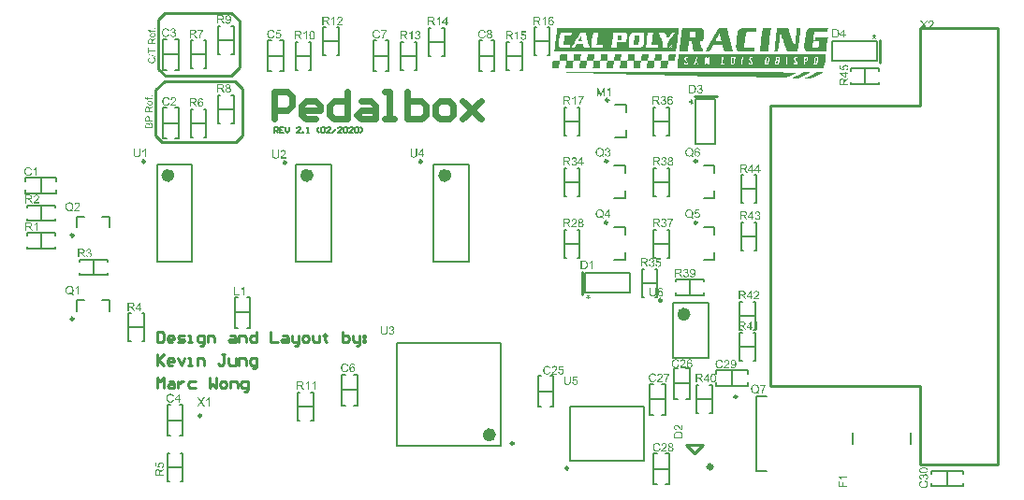
<source format=gto>
G04*
G04 #@! TF.GenerationSoftware,Altium Limited,Altium Designer,20.0.11 (256)*
G04*
G04 Layer_Color=65535*
%FSLAX25Y25*%
%MOIN*%
G70*
G01*
G75*
%ADD10C,0.01968*%
%ADD11C,0.00984*%
%ADD12C,0.02362*%
%ADD13C,0.01000*%
%ADD14C,0.00591*%
%ADD15C,0.00787*%
G36*
X98680Y140784D02*
X98327D01*
Y141138D01*
X98680D01*
Y140784D01*
D02*
G37*
G36*
X96420Y140537D02*
Y140533D01*
X96416Y140522D01*
X96413Y140504D01*
X96409Y140479D01*
Y140450D01*
X96405Y140420D01*
X96402Y140355D01*
Y140333D01*
X96405Y140308D01*
X96409Y140278D01*
X96416Y140246D01*
X96427Y140213D01*
X96442Y140184D01*
X96464Y140158D01*
X96467Y140155D01*
X96475Y140151D01*
X96489Y140140D01*
X96515Y140129D01*
X96544Y140118D01*
X96580Y140111D01*
X96627Y140104D01*
X96686Y140100D01*
X96853D01*
Y140453D01*
X97093D01*
Y140100D01*
X98680D01*
Y139791D01*
X97093D01*
Y139518D01*
X96853D01*
Y139791D01*
X96660D01*
X96657D01*
X96653D01*
X96631D01*
X96598Y139794D01*
X96558D01*
X96515Y139798D01*
X96467Y139805D01*
X96424Y139813D01*
X96387Y139823D01*
X96384Y139827D01*
X96365Y139831D01*
X96344Y139842D01*
X96318Y139860D01*
X96289Y139882D01*
X96256Y139907D01*
X96223Y139940D01*
X96194Y139980D01*
X96191Y139984D01*
X96183Y140002D01*
X96169Y140027D01*
X96154Y140064D01*
X96143Y140107D01*
X96129Y140162D01*
X96122Y140224D01*
X96118Y140297D01*
Y140348D01*
X96122Y140380D01*
X96125Y140424D01*
X96132Y140475D01*
X96140Y140526D01*
X96151Y140584D01*
X96420Y140537D01*
D02*
G37*
G36*
X97847Y139336D02*
Y137971D01*
X97851D01*
X97861D01*
X97876Y137974D01*
X97898D01*
X97923Y137978D01*
X97952Y137985D01*
X98018Y137996D01*
X98091Y138018D01*
X98171Y138047D01*
X98244Y138087D01*
X98309Y138138D01*
Y138142D01*
X98316Y138145D01*
X98335Y138167D01*
X98360Y138200D01*
X98386Y138244D01*
X98415Y138302D01*
X98440Y138367D01*
X98458Y138440D01*
X98462Y138480D01*
X98466Y138524D01*
Y138553D01*
X98462Y138586D01*
X98455Y138626D01*
X98444Y138670D01*
X98429Y138721D01*
X98407Y138768D01*
X98378Y138815D01*
X98375Y138819D01*
X98360Y138837D01*
X98338Y138859D01*
X98309Y138884D01*
X98269Y138914D01*
X98218Y138946D01*
X98160Y138979D01*
X98091Y139008D01*
X98131Y139328D01*
X98134D01*
X98142Y139325D01*
X98156Y139321D01*
X98178Y139314D01*
X98200Y139303D01*
X98229Y139292D01*
X98291Y139263D01*
X98360Y139226D01*
X98433Y139176D01*
X98502Y139117D01*
X98568Y139044D01*
Y139041D01*
X98575Y139034D01*
X98582Y139023D01*
X98593Y139008D01*
X98604Y138986D01*
X98615Y138964D01*
X98629Y138935D01*
X98644Y138903D01*
X98659Y138866D01*
X98673Y138830D01*
X98695Y138739D01*
X98713Y138637D01*
X98721Y138524D01*
Y138484D01*
X98717Y138459D01*
X98713Y138426D01*
X98706Y138386D01*
X98699Y138342D01*
X98691Y138295D01*
X98662Y138193D01*
X98640Y138138D01*
X98619Y138087D01*
X98589Y138033D01*
X98557Y137982D01*
X98520Y137934D01*
X98477Y137887D01*
X98473Y137883D01*
X98466Y137876D01*
X98451Y137865D01*
X98429Y137851D01*
X98404Y137832D01*
X98375Y137814D01*
X98338Y137792D01*
X98298Y137770D01*
X98251Y137749D01*
X98200Y137727D01*
X98142Y137709D01*
X98080Y137690D01*
X98014Y137676D01*
X97941Y137665D01*
X97865Y137658D01*
X97785Y137654D01*
X97781D01*
X97763D01*
X97741D01*
X97709Y137658D01*
X97668Y137661D01*
X97625Y137665D01*
X97574Y137672D01*
X97523Y137683D01*
X97406Y137712D01*
X97348Y137731D01*
X97286Y137752D01*
X97228Y137781D01*
X97174Y137814D01*
X97119Y137851D01*
X97068Y137891D01*
X97064Y137894D01*
X97057Y137902D01*
X97046Y137916D01*
X97028Y137934D01*
X97010Y137956D01*
X96988Y137985D01*
X96962Y138018D01*
X96940Y138058D01*
X96915Y138098D01*
X96893Y138145D01*
X96871Y138196D01*
X96853Y138251D01*
X96835Y138309D01*
X96824Y138371D01*
X96817Y138437D01*
X96813Y138506D01*
Y138542D01*
X96817Y138568D01*
X96820Y138597D01*
X96828Y138633D01*
X96835Y138673D01*
X96846Y138721D01*
X96857Y138764D01*
X96875Y138815D01*
X96893Y138863D01*
X96919Y138914D01*
X96948Y138964D01*
X96981Y139015D01*
X97021Y139063D01*
X97064Y139106D01*
X97068Y139110D01*
X97075Y139117D01*
X97090Y139128D01*
X97112Y139143D01*
X97137Y139161D01*
X97166Y139179D01*
X97203Y139201D01*
X97246Y139223D01*
X97294Y139245D01*
X97345Y139267D01*
X97403Y139285D01*
X97465Y139303D01*
X97534Y139318D01*
X97607Y139328D01*
X97683Y139336D01*
X97767Y139339D01*
X97770D01*
X97785D01*
X97811D01*
X97847Y139336D01*
D02*
G37*
G36*
X98680Y137061D02*
X98156Y136730D01*
X98153D01*
X98145Y136722D01*
X98134Y136715D01*
X98120Y136704D01*
X98080Y136679D01*
X98029Y136646D01*
X97974Y136606D01*
X97916Y136566D01*
X97861Y136526D01*
X97811Y136489D01*
X97807Y136486D01*
X97792Y136475D01*
X97770Y136457D01*
X97745Y136431D01*
X97690Y136376D01*
X97665Y136347D01*
X97643Y136318D01*
X97639Y136314D01*
X97636Y136307D01*
X97628Y136293D01*
X97618Y136271D01*
X97607Y136249D01*
X97596Y136223D01*
X97578Y136165D01*
Y136162D01*
X97574Y136154D01*
Y136140D01*
X97570Y136122D01*
X97567Y136096D01*
Y136067D01*
X97563Y136027D01*
Y135597D01*
X98680D01*
Y135263D01*
X96162D01*
Y136431D01*
X96165Y136460D01*
Y136493D01*
X96169Y136569D01*
X96180Y136649D01*
X96191Y136737D01*
X96209Y136817D01*
X96220Y136857D01*
X96231Y136890D01*
Y136893D01*
X96234Y136897D01*
X96245Y136919D01*
X96260Y136951D01*
X96285Y136992D01*
X96318Y137035D01*
X96362Y137083D01*
X96413Y137126D01*
X96471Y137170D01*
X96475D01*
X96478Y137174D01*
X96500Y137188D01*
X96536Y137203D01*
X96584Y137224D01*
X96638Y137243D01*
X96704Y137261D01*
X96773Y137272D01*
X96850Y137276D01*
X96853D01*
X96860D01*
X96875D01*
X96893Y137272D01*
X96919D01*
X96944Y137268D01*
X97006Y137254D01*
X97079Y137232D01*
X97155Y137203D01*
X97232Y137159D01*
X97268Y137130D01*
X97304Y137101D01*
X97308Y137097D01*
X97312Y137093D01*
X97323Y137083D01*
X97334Y137068D01*
X97348Y137050D01*
X97363Y137028D01*
X97381Y136999D01*
X97403Y136970D01*
X97421Y136933D01*
X97439Y136893D01*
X97461Y136850D01*
X97479Y136802D01*
X97494Y136748D01*
X97512Y136693D01*
X97523Y136631D01*
X97534Y136566D01*
X97537Y136573D01*
X97545Y136588D01*
X97559Y136609D01*
X97574Y136638D01*
X97614Y136704D01*
X97639Y136737D01*
X97661Y136766D01*
X97668Y136773D01*
X97687Y136791D01*
X97716Y136820D01*
X97752Y136857D01*
X97803Y136897D01*
X97858Y136944D01*
X97923Y136992D01*
X97996Y137042D01*
X98680Y137476D01*
Y137061D01*
D02*
G37*
G36*
X96948Y133850D02*
X96973Y133847D01*
X97006Y133843D01*
X97042Y133836D01*
X97083Y133828D01*
X97166Y133803D01*
X97210Y133788D01*
X97257Y133766D01*
X97304Y133741D01*
X97348Y133716D01*
X97392Y133683D01*
X97436Y133646D01*
X97439Y133643D01*
X97447Y133635D01*
X97457Y133625D01*
X97468Y133606D01*
X97487Y133584D01*
X97505Y133555D01*
X97527Y133519D01*
X97545Y133479D01*
X97567Y133432D01*
X97588Y133377D01*
X97607Y133319D01*
X97621Y133250D01*
X97636Y133177D01*
X97647Y133097D01*
X97654Y133006D01*
X97658Y132911D01*
Y132267D01*
X98680D01*
Y131932D01*
X96162D01*
Y132966D01*
X96165Y133020D01*
X96169Y133082D01*
X96172Y133148D01*
X96180Y133210D01*
X96187Y133264D01*
Y133272D01*
X96194Y133297D01*
X96202Y133330D01*
X96213Y133373D01*
X96231Y133421D01*
X96253Y133472D01*
X96278Y133526D01*
X96307Y133574D01*
X96311Y133581D01*
X96322Y133595D01*
X96344Y133617D01*
X96369Y133646D01*
X96402Y133679D01*
X96446Y133712D01*
X96493Y133748D01*
X96547Y133777D01*
X96555Y133781D01*
X96573Y133788D01*
X96606Y133803D01*
X96649Y133818D01*
X96700Y133828D01*
X96759Y133843D01*
X96824Y133850D01*
X96893Y133854D01*
X96897D01*
X96908D01*
X96922D01*
X96948Y133850D01*
D02*
G37*
G36*
X98014Y131470D02*
X98058Y131462D01*
X98109Y131455D01*
X98163Y131441D01*
X98222Y131422D01*
X98280Y131397D01*
X98287Y131393D01*
X98305Y131382D01*
X98331Y131368D01*
X98367Y131346D01*
X98404Y131317D01*
X98444Y131288D01*
X98484Y131251D01*
X98517Y131211D01*
X98520Y131208D01*
X98531Y131193D01*
X98546Y131168D01*
X98560Y131135D01*
X98582Y131095D01*
X98604Y131047D01*
X98622Y130997D01*
X98640Y130935D01*
Y130927D01*
X98648Y130905D01*
X98651Y130869D01*
X98659Y130822D01*
X98666Y130763D01*
X98673Y130694D01*
X98677Y130618D01*
X98680Y130531D01*
Y129570D01*
X96162D01*
Y130560D01*
X96165Y130585D01*
Y130614D01*
X96172Y130680D01*
X96180Y130753D01*
X96194Y130829D01*
X96213Y130905D01*
X96238Y130975D01*
Y130978D01*
X96242Y130982D01*
X96253Y131004D01*
X96271Y131036D01*
X96296Y131073D01*
X96329Y131117D01*
X96369Y131164D01*
X96420Y131208D01*
X96475Y131248D01*
X96482Y131251D01*
X96504Y131262D01*
X96533Y131280D01*
X96576Y131299D01*
X96627Y131317D01*
X96682Y131335D01*
X96744Y131346D01*
X96806Y131350D01*
X96813D01*
X96831D01*
X96864Y131346D01*
X96904Y131339D01*
X96951Y131328D01*
X97002Y131309D01*
X97053Y131288D01*
X97108Y131259D01*
X97115Y131255D01*
X97130Y131244D01*
X97159Y131222D01*
X97188Y131193D01*
X97224Y131157D01*
X97264Y131113D01*
X97301Y131058D01*
X97337Y130997D01*
Y131000D01*
X97341Y131007D01*
X97345Y131018D01*
X97352Y131033D01*
X97366Y131077D01*
X97392Y131128D01*
X97425Y131182D01*
X97465Y131244D01*
X97512Y131299D01*
X97570Y131350D01*
X97578Y131353D01*
X97599Y131368D01*
X97632Y131390D01*
X97676Y131411D01*
X97734Y131433D01*
X97796Y131455D01*
X97869Y131470D01*
X97949Y131473D01*
X97952D01*
X97956D01*
X97978D01*
X98014Y131470D01*
D02*
G37*
G36*
X99661Y164976D02*
X99308D01*
Y165329D01*
X99661D01*
Y164976D01*
D02*
G37*
G36*
X97401Y164728D02*
Y164724D01*
X97397Y164713D01*
X97393Y164695D01*
X97390Y164670D01*
Y164641D01*
X97386Y164611D01*
X97382Y164546D01*
Y164524D01*
X97386Y164499D01*
X97390Y164470D01*
X97397Y164437D01*
X97408Y164404D01*
X97422Y164375D01*
X97444Y164349D01*
X97448Y164346D01*
X97455Y164342D01*
X97470Y164331D01*
X97495Y164320D01*
X97524Y164309D01*
X97561Y164302D01*
X97608Y164295D01*
X97666Y164291D01*
X97834D01*
Y164644D01*
X98074D01*
Y164291D01*
X99661D01*
Y163982D01*
X98074D01*
Y163709D01*
X97834D01*
Y163982D01*
X97641D01*
X97637D01*
X97634D01*
X97612D01*
X97579Y163985D01*
X97539D01*
X97495Y163989D01*
X97448Y163996D01*
X97404Y164004D01*
X97368Y164014D01*
X97364Y164018D01*
X97346Y164022D01*
X97324Y164033D01*
X97299Y164051D01*
X97270Y164073D01*
X97237Y164098D01*
X97204Y164131D01*
X97175Y164171D01*
X97171Y164175D01*
X97164Y164193D01*
X97149Y164218D01*
X97135Y164255D01*
X97124Y164298D01*
X97109Y164353D01*
X97102Y164415D01*
X97098Y164488D01*
Y164539D01*
X97102Y164571D01*
X97106Y164615D01*
X97113Y164666D01*
X97120Y164717D01*
X97131Y164775D01*
X97401Y164728D01*
D02*
G37*
G36*
X98827Y163527D02*
Y162162D01*
X98831D01*
X98842D01*
X98857Y162165D01*
X98878D01*
X98904Y162169D01*
X98933Y162176D01*
X98999Y162187D01*
X99071Y162209D01*
X99151Y162238D01*
X99224Y162278D01*
X99290Y162329D01*
Y162333D01*
X99297Y162337D01*
X99315Y162358D01*
X99341Y162391D01*
X99366Y162435D01*
X99395Y162493D01*
X99421Y162558D01*
X99439Y162631D01*
X99443Y162671D01*
X99446Y162715D01*
Y162744D01*
X99443Y162777D01*
X99435Y162817D01*
X99424Y162861D01*
X99410Y162912D01*
X99388Y162959D01*
X99359Y163006D01*
X99355Y163010D01*
X99341Y163028D01*
X99319Y163050D01*
X99290Y163075D01*
X99250Y163104D01*
X99199Y163137D01*
X99141Y163170D01*
X99071Y163199D01*
X99111Y163520D01*
X99115D01*
X99122Y163516D01*
X99137Y163512D01*
X99159Y163505D01*
X99181Y163494D01*
X99210Y163483D01*
X99272Y163454D01*
X99341Y163418D01*
X99414Y163367D01*
X99483Y163308D01*
X99548Y163235D01*
Y163232D01*
X99555Y163225D01*
X99563Y163214D01*
X99574Y163199D01*
X99585Y163177D01*
X99595Y163155D01*
X99610Y163126D01*
X99625Y163094D01*
X99639Y163057D01*
X99654Y163021D01*
X99676Y162930D01*
X99694Y162828D01*
X99701Y162715D01*
Y162675D01*
X99698Y162650D01*
X99694Y162617D01*
X99686Y162577D01*
X99679Y162533D01*
X99672Y162486D01*
X99643Y162384D01*
X99621Y162329D01*
X99599Y162278D01*
X99570Y162224D01*
X99537Y162173D01*
X99501Y162125D01*
X99457Y162078D01*
X99454Y162074D01*
X99446Y162067D01*
X99432Y162056D01*
X99410Y162042D01*
X99384Y162023D01*
X99355Y162005D01*
X99319Y161983D01*
X99279Y161962D01*
X99231Y161940D01*
X99181Y161918D01*
X99122Y161900D01*
X99060Y161881D01*
X98995Y161867D01*
X98922Y161856D01*
X98846Y161849D01*
X98766Y161845D01*
X98762D01*
X98744D01*
X98722D01*
X98689Y161849D01*
X98649Y161852D01*
X98605Y161856D01*
X98554Y161863D01*
X98504Y161874D01*
X98387Y161903D01*
X98329Y161922D01*
X98267Y161943D01*
X98209Y161972D01*
X98154Y162005D01*
X98099Y162042D01*
X98049Y162082D01*
X98045Y162085D01*
X98038Y162093D01*
X98027Y162107D01*
X98009Y162125D01*
X97990Y162147D01*
X97968Y162176D01*
X97943Y162209D01*
X97921Y162249D01*
X97896Y162289D01*
X97874Y162337D01*
X97852Y162387D01*
X97834Y162442D01*
X97816Y162500D01*
X97805Y162562D01*
X97797Y162628D01*
X97794Y162697D01*
Y162733D01*
X97797Y162759D01*
X97801Y162788D01*
X97808Y162824D01*
X97816Y162864D01*
X97826Y162912D01*
X97837Y162955D01*
X97856Y163006D01*
X97874Y163054D01*
X97899Y163104D01*
X97928Y163155D01*
X97961Y163206D01*
X98001Y163254D01*
X98045Y163297D01*
X98049Y163301D01*
X98056Y163308D01*
X98070Y163319D01*
X98092Y163334D01*
X98118Y163352D01*
X98147Y163370D01*
X98183Y163392D01*
X98227Y163414D01*
X98274Y163436D01*
X98325Y163458D01*
X98383Y163476D01*
X98445Y163494D01*
X98514Y163508D01*
X98587Y163520D01*
X98664Y163527D01*
X98747Y163530D01*
X98751D01*
X98766D01*
X98791D01*
X98827Y163527D01*
D02*
G37*
G36*
X99661Y161252D02*
X99137Y160921D01*
X99133D01*
X99126Y160913D01*
X99115Y160906D01*
X99101Y160895D01*
X99060Y160870D01*
X99010Y160837D01*
X98955Y160797D01*
X98897Y160757D01*
X98842Y160717D01*
X98791Y160680D01*
X98787Y160677D01*
X98773Y160666D01*
X98751Y160647D01*
X98726Y160622D01*
X98671Y160567D01*
X98646Y160538D01*
X98624Y160509D01*
X98620Y160505D01*
X98616Y160498D01*
X98609Y160484D01*
X98598Y160462D01*
X98587Y160440D01*
X98576Y160415D01*
X98558Y160356D01*
Y160353D01*
X98554Y160345D01*
Y160331D01*
X98551Y160313D01*
X98547Y160287D01*
Y160258D01*
X98544Y160218D01*
Y159789D01*
X99661D01*
Y159454D01*
X97142D01*
Y160622D01*
X97146Y160651D01*
Y160684D01*
X97149Y160760D01*
X97160Y160840D01*
X97171Y160928D01*
X97189Y161008D01*
X97200Y161048D01*
X97211Y161081D01*
Y161084D01*
X97215Y161088D01*
X97226Y161110D01*
X97240Y161143D01*
X97266Y161183D01*
X97299Y161226D01*
X97342Y161274D01*
X97393Y161317D01*
X97452Y161361D01*
X97455D01*
X97459Y161365D01*
X97481Y161379D01*
X97517Y161394D01*
X97564Y161416D01*
X97619Y161434D01*
X97685Y161452D01*
X97754Y161463D01*
X97830Y161467D01*
X97834D01*
X97841D01*
X97856D01*
X97874Y161463D01*
X97899D01*
X97925Y161459D01*
X97987Y161445D01*
X98059Y161423D01*
X98136Y161394D01*
X98212Y161350D01*
X98249Y161321D01*
X98285Y161292D01*
X98289Y161288D01*
X98292Y161284D01*
X98303Y161274D01*
X98314Y161259D01*
X98329Y161241D01*
X98343Y161219D01*
X98362Y161190D01*
X98383Y161161D01*
X98402Y161124D01*
X98420Y161084D01*
X98442Y161041D01*
X98460Y160993D01*
X98474Y160939D01*
X98493Y160884D01*
X98504Y160822D01*
X98514Y160757D01*
X98518Y160764D01*
X98525Y160778D01*
X98540Y160800D01*
X98554Y160829D01*
X98594Y160895D01*
X98620Y160928D01*
X98642Y160957D01*
X98649Y160964D01*
X98667Y160982D01*
X98697Y161012D01*
X98733Y161048D01*
X98784Y161088D01*
X98838Y161135D01*
X98904Y161183D01*
X98977Y161233D01*
X99661Y161667D01*
Y161252D01*
D02*
G37*
G36*
X97441Y157295D02*
X99661D01*
Y156960D01*
X97441D01*
Y156130D01*
X97142D01*
Y158125D01*
X97441D01*
Y157295D01*
D02*
G37*
G36*
X99705Y155315D02*
Y155067D01*
X97098Y155799D01*
Y156047D01*
X99705Y155315D01*
D02*
G37*
G36*
X98882Y154925D02*
X98904Y154918D01*
X98933Y154907D01*
X98966Y154896D01*
X99006Y154882D01*
X99050Y154864D01*
X99097Y154842D01*
X99199Y154791D01*
X99301Y154725D01*
X99352Y154685D01*
X99403Y154645D01*
X99446Y154602D01*
X99490Y154551D01*
X99494Y154547D01*
X99501Y154540D01*
X99508Y154521D01*
X99523Y154503D01*
X99541Y154474D01*
X99559Y154445D01*
X99577Y154405D01*
X99595Y154365D01*
X99617Y154318D01*
X99636Y154267D01*
X99654Y154212D01*
X99672Y154154D01*
X99686Y154092D01*
X99694Y154026D01*
X99701Y153957D01*
X99705Y153884D01*
Y153844D01*
X99701Y153815D01*
Y153782D01*
X99698Y153742D01*
X99690Y153699D01*
X99683Y153648D01*
X99665Y153542D01*
X99636Y153433D01*
X99595Y153324D01*
X99570Y153273D01*
X99541Y153222D01*
X99537Y153218D01*
X99534Y153211D01*
X99523Y153196D01*
X99508Y153182D01*
X99494Y153160D01*
X99472Y153135D01*
X99446Y153105D01*
X99417Y153076D01*
X99384Y153047D01*
X99352Y153014D01*
X99268Y152949D01*
X99170Y152887D01*
X99060Y152832D01*
X99057D01*
X99046Y152825D01*
X99028Y152822D01*
X99006Y152811D01*
X98977Y152803D01*
X98940Y152792D01*
X98900Y152778D01*
X98857Y152767D01*
X98809Y152756D01*
X98755Y152741D01*
X98642Y152723D01*
X98514Y152709D01*
X98383Y152701D01*
X98380D01*
X98365D01*
X98343D01*
X98318Y152705D01*
X98282D01*
X98245Y152709D01*
X98198Y152712D01*
X98150Y152720D01*
X98045Y152738D01*
X97928Y152763D01*
X97812Y152800D01*
X97699Y152851D01*
X97695Y152854D01*
X97685Y152858D01*
X97670Y152865D01*
X97652Y152880D01*
X97626Y152894D01*
X97597Y152912D01*
X97532Y152960D01*
X97459Y153022D01*
X97386Y153094D01*
X97313Y153178D01*
X97251Y153277D01*
X97248Y153280D01*
X97244Y153291D01*
X97237Y153306D01*
X97226Y153324D01*
X97215Y153353D01*
X97204Y153382D01*
X97189Y153419D01*
X97175Y153458D01*
X97160Y153502D01*
X97146Y153550D01*
X97124Y153651D01*
X97106Y153768D01*
X97098Y153888D01*
Y153924D01*
X97102Y153950D01*
X97106Y153983D01*
X97109Y154023D01*
X97113Y154063D01*
X97124Y154110D01*
X97146Y154208D01*
X97179Y154318D01*
X97200Y154372D01*
X97226Y154423D01*
X97259Y154474D01*
X97291Y154525D01*
X97295Y154529D01*
X97299Y154536D01*
X97310Y154551D01*
X97328Y154569D01*
X97346Y154587D01*
X97372Y154612D01*
X97401Y154638D01*
X97430Y154667D01*
X97466Y154696D01*
X97510Y154725D01*
X97553Y154758D01*
X97601Y154787D01*
X97655Y154813D01*
X97710Y154842D01*
X97768Y154864D01*
X97834Y154885D01*
X97910Y154558D01*
X97907D01*
X97899Y154554D01*
X97885Y154547D01*
X97866Y154540D01*
X97845Y154532D01*
X97816Y154521D01*
X97757Y154492D01*
X97692Y154456D01*
X97626Y154412D01*
X97564Y154358D01*
X97510Y154299D01*
X97502Y154292D01*
X97488Y154270D01*
X97470Y154234D01*
X97444Y154186D01*
X97422Y154125D01*
X97401Y154056D01*
X97386Y153972D01*
X97382Y153881D01*
Y153852D01*
X97386Y153833D01*
Y153808D01*
X97390Y153779D01*
X97401Y153710D01*
X97415Y153633D01*
X97441Y153553D01*
X97477Y153469D01*
X97524Y153393D01*
Y153389D01*
X97532Y153386D01*
X97550Y153360D01*
X97579Y153328D01*
X97623Y153287D01*
X97677Y153240D01*
X97739Y153196D01*
X97816Y153156D01*
X97899Y153120D01*
X97903D01*
X97910Y153116D01*
X97921Y153113D01*
X97939Y153109D01*
X97961Y153102D01*
X97987Y153094D01*
X98049Y153084D01*
X98121Y153069D01*
X98201Y153054D01*
X98289Y153047D01*
X98383Y153044D01*
X98387D01*
X98398D01*
X98416D01*
X98438D01*
X98463Y153047D01*
X98496D01*
X98533Y153051D01*
X98573Y153054D01*
X98660Y153065D01*
X98755Y153084D01*
X98849Y153105D01*
X98944Y153135D01*
X98948D01*
X98955Y153138D01*
X98966Y153146D01*
X98984Y153153D01*
X99028Y153175D01*
X99079Y153207D01*
X99137Y153247D01*
X99199Y153298D01*
X99253Y153357D01*
X99304Y153426D01*
Y153429D01*
X99308Y153437D01*
X99315Y153448D01*
X99322Y153462D01*
X99330Y153480D01*
X99341Y153502D01*
X99363Y153553D01*
X99384Y153619D01*
X99403Y153691D01*
X99417Y153772D01*
X99421Y153855D01*
Y153881D01*
X99417Y153903D01*
Y153928D01*
X99414Y153954D01*
X99399Y154019D01*
X99381Y154095D01*
X99352Y154172D01*
X99312Y154252D01*
X99290Y154292D01*
X99261Y154329D01*
X99257Y154332D01*
X99253Y154336D01*
X99242Y154347D01*
X99231Y154361D01*
X99213Y154376D01*
X99191Y154394D01*
X99170Y154416D01*
X99141Y154434D01*
X99108Y154456D01*
X99071Y154481D01*
X99035Y154503D01*
X98991Y154525D01*
X98944Y154543D01*
X98893Y154561D01*
X98838Y154580D01*
X98780Y154594D01*
X98864Y154929D01*
X98867D01*
X98882Y154925D01*
D02*
G37*
G36*
X329374Y165296D02*
X329447Y165223D01*
Y165150D01*
Y165005D01*
X329374Y164640D01*
Y164567D01*
Y164276D01*
X329301Y163765D01*
X329228Y163109D01*
Y163036D01*
Y162963D01*
X329155Y162453D01*
X329082Y161797D01*
X328937Y161068D01*
X328426Y156986D01*
X324636Y156986D01*
X323469Y160412D01*
Y160485D01*
X323396Y160558D01*
X323250Y160922D01*
X323032Y161505D01*
X322813Y162089D01*
Y162162D01*
X322740Y162234D01*
X322667Y162526D01*
X322521Y162963D01*
X322376Y163328D01*
Y163401D01*
X322303Y163620D01*
X322230Y163765D01*
Y163620D01*
X322157Y163328D01*
Y162963D01*
X322084Y162307D01*
X322011Y161505D01*
X321938Y160995D01*
X321865Y160412D01*
Y160266D01*
X321792Y159902D01*
X321720Y159391D01*
X321647Y158735D01*
X321574Y158152D01*
X321501Y157569D01*
X321428Y157204D01*
X321355Y157059D01*
Y156986D01*
Y156840D01*
X320116D01*
Y156986D01*
Y157059D01*
Y157204D01*
X320189Y157496D01*
Y158006D01*
X320334Y158735D01*
Y159173D01*
X320407Y159756D01*
X320480Y160339D01*
X320553Y161068D01*
Y161141D01*
Y161214D01*
X320626Y161433D01*
Y161724D01*
X320699Y162380D01*
X320845Y163182D01*
X320918Y163911D01*
X320990Y164567D01*
Y164859D01*
X321063Y165078D01*
Y165150D01*
Y165223D01*
X321136Y165369D01*
X325000D01*
X325219Y164713D01*
Y164640D01*
X325292Y164421D01*
X325364Y164130D01*
Y164057D01*
X325510Y163838D01*
X325583Y163401D01*
X325802Y162891D01*
X325875Y162745D01*
X325948Y162380D01*
X326166Y161943D01*
X326312Y161433D01*
X326385Y161287D01*
X326458Y160922D01*
X326677Y160485D01*
X326822Y159975D01*
X326895Y159902D01*
X326968Y159610D01*
X327041Y159246D01*
X327114Y158881D01*
Y158808D01*
X327187Y158735D01*
X327260Y158589D01*
X327333Y158517D01*
Y158589D01*
X327406Y158662D01*
Y158954D01*
X327479Y159318D01*
X327552Y159902D01*
X327624Y160776D01*
X327697Y161287D01*
X327770Y161870D01*
Y161943D01*
Y162016D01*
X327843Y162380D01*
X327916Y162963D01*
X327989Y163547D01*
Y164203D01*
X328062Y164713D01*
X328135Y165150D01*
Y165223D01*
Y165296D01*
X328208Y165369D01*
X329155D01*
X329374Y165296D01*
D02*
G37*
G36*
X339215Y165223D02*
Y165150D01*
X339143Y164932D01*
X339070Y164567D01*
X338997Y163984D01*
X334623D01*
X334550Y163838D01*
X334404Y163765D01*
X334258Y163547D01*
Y163474D01*
Y163401D01*
Y163182D01*
X334185Y162891D01*
X334113Y162453D01*
X334040Y161870D01*
X333967Y161068D01*
Y160995D01*
X333894Y160704D01*
Y160339D01*
X333821Y159902D01*
X333748Y159464D01*
Y159100D01*
X333675Y158808D01*
Y158662D01*
Y158589D01*
X333748Y158517D01*
X333894Y158371D01*
X333967Y158225D01*
X334987D01*
X335279Y158298D01*
X335425Y158371D01*
X335498D01*
X335571Y158444D01*
X335716Y158662D01*
X335789Y158735D01*
X335862Y159027D01*
X335935Y159318D01*
Y159610D01*
X336008Y160047D01*
Y160485D01*
X334477D01*
Y160631D01*
Y160704D01*
Y160922D01*
X334550Y161287D01*
X334623Y161870D01*
X338851D01*
X339143Y161797D01*
X339215D01*
Y161651D01*
X339143Y161505D01*
Y161214D01*
X339070Y160776D01*
X338997Y160193D01*
X338851Y159391D01*
Y159318D01*
X338778Y159027D01*
Y158662D01*
X338705Y158152D01*
X338632Y157715D01*
Y157350D01*
X338559Y157059D01*
Y156913D01*
X338122D01*
X337757Y156840D01*
X333602D01*
X333019Y156913D01*
X331998D01*
X331780Y156986D01*
X331634Y157059D01*
X331342Y157204D01*
X331051Y157569D01*
X330905Y157788D01*
X330832Y158152D01*
Y158225D01*
Y158371D01*
Y158662D01*
Y159027D01*
Y159537D01*
X330905Y160193D01*
X330978Y161068D01*
Y161141D01*
X331051Y161433D01*
X331124Y161797D01*
X331196Y162234D01*
Y162672D01*
X331269Y163109D01*
X331342Y163401D01*
Y163547D01*
Y163620D01*
X331415Y163692D01*
X331561Y164130D01*
X331853Y164567D01*
X332290Y165005D01*
X332363Y165078D01*
X332509Y165150D01*
X332655Y165223D01*
X332946D01*
X333092Y165296D01*
X333675D01*
X334258Y165369D01*
X339215D01*
Y165223D01*
D02*
G37*
G36*
X318876Y165223D02*
Y165150D01*
Y165005D01*
X318804Y164713D01*
X318731Y164203D01*
Y163911D01*
X318658Y163474D01*
X318585Y162963D01*
X318512Y162453D01*
X318439Y161797D01*
X318366Y161068D01*
Y160995D01*
Y160922D01*
X318293Y160412D01*
X318220Y159756D01*
X318147Y159027D01*
X318074Y158298D01*
X318002Y157569D01*
X317929Y157132D01*
Y156986D01*
Y156913D01*
X317783D01*
X317564Y156840D01*
X314867D01*
Y156986D01*
Y157059D01*
X314940Y157277D01*
Y157569D01*
X315013Y158079D01*
X315159Y158808D01*
X315231Y159318D01*
X315304Y159829D01*
X315377Y160485D01*
X315450Y161214D01*
X315960Y165369D01*
X318876D01*
Y165223D01*
D02*
G37*
G36*
X313773D02*
Y165150D01*
Y164859D01*
Y164494D01*
X313701Y163984D01*
X310857D01*
X310566Y163911D01*
X310347D01*
X310274Y163838D01*
X310201Y163765D01*
X310128Y163692D01*
X310055Y163547D01*
Y163401D01*
X309983Y163255D01*
X309910Y162963D01*
Y162526D01*
X309764Y161870D01*
X309691Y161068D01*
X309327Y158662D01*
X309472Y158517D01*
Y158444D01*
X309545Y158371D01*
X313117D01*
Y158225D01*
Y158152D01*
X313044Y157933D01*
X312971Y157569D01*
X312899Y156840D01*
X308889D01*
X308379Y156913D01*
X307869D01*
X307431Y156986D01*
X307212Y157059D01*
X307139Y157132D01*
X306921Y157277D01*
X306848Y157350D01*
X306702Y157569D01*
X306556Y157933D01*
X306411Y158444D01*
Y158517D01*
Y158662D01*
X306483Y158881D01*
Y159173D01*
X306556Y159610D01*
X306629Y160266D01*
X306702Y160995D01*
Y161141D01*
X306775Y161433D01*
Y161797D01*
X306848Y162307D01*
X306921Y162818D01*
X306994Y163255D01*
X307067Y163620D01*
Y163838D01*
Y163911D01*
X307139Y164057D01*
X307431Y164494D01*
X307869Y165005D01*
X308233Y165223D01*
X308597Y165369D01*
X313773D01*
Y165223D01*
D02*
G37*
G36*
X304151Y161724D02*
X304223Y161578D01*
X304296Y161214D01*
X304515Y160558D01*
X304661Y159829D01*
Y159756D01*
X304734Y159683D01*
X304807Y159246D01*
X304953Y158735D01*
X305098Y158225D01*
Y158152D01*
X305171Y157933D01*
X305244Y157715D01*
Y157569D01*
X305390Y156840D01*
X302255D01*
X301964Y157933D01*
Y158006D01*
X301891Y158079D01*
X301818Y158517D01*
X301745Y158881D01*
X301672Y158954D01*
Y159027D01*
Y159100D01*
X298246D01*
X297662Y157933D01*
X296934Y156840D01*
X295548D01*
X295621Y156986D01*
X295767Y157350D01*
X295913Y157642D01*
X296132Y157933D01*
X296350Y158444D01*
X296715Y158954D01*
X297079Y159610D01*
X297517Y160412D01*
X298027Y161360D01*
X298683Y162453D01*
X299412Y163692D01*
X300214Y165150D01*
X300287Y165369D01*
X303276D01*
X304151Y161724D01*
D02*
G37*
G36*
X290664Y165223D02*
X294309D01*
X294382Y165150D01*
X294601Y165078D01*
X294819Y164859D01*
X294965Y164640D01*
Y164567D01*
X295038Y164421D01*
Y164276D01*
Y163984D01*
Y163692D01*
Y163255D01*
X294965Y162672D01*
Y162599D01*
Y162453D01*
X294892Y161943D01*
Y161433D01*
X294819Y161214D01*
Y161068D01*
X294746Y160995D01*
X294601Y160849D01*
X294236Y160631D01*
X293799Y160485D01*
X293580D01*
Y160412D01*
X293653Y160266D01*
X293726Y160047D01*
X293799Y159683D01*
X293945Y159246D01*
X294163Y158662D01*
Y158589D01*
X294236Y158371D01*
X294382Y158079D01*
X294528Y157788D01*
X294601Y157423D01*
X294746Y157132D01*
X294819Y156913D01*
Y156840D01*
X291539D01*
X291466Y157059D01*
Y157132D01*
X291393Y157277D01*
Y157350D01*
X291320Y157496D01*
X291247Y157715D01*
X291174Y158006D01*
Y158079D01*
X291102Y158298D01*
X291029Y158589D01*
Y158808D01*
X290591Y160485D01*
X289716D01*
X289644Y160412D01*
Y160339D01*
Y160193D01*
Y159975D01*
X289571Y159683D01*
Y159246D01*
X289498Y158662D01*
Y158589D01*
X289425Y158371D01*
X289352Y158079D01*
X289279Y157788D01*
Y157715D01*
Y157569D01*
X289206Y157059D01*
Y156986D01*
Y156913D01*
Y156840D01*
X286217D01*
Y156986D01*
Y157059D01*
Y157204D01*
X286290Y157496D01*
X286363Y158006D01*
X286436Y158735D01*
X286509Y159173D01*
X286582Y159756D01*
X286655Y160339D01*
X286727Y161068D01*
Y161141D01*
Y161214D01*
X286800Y161724D01*
X286873Y162380D01*
X287019Y163109D01*
X287092Y163911D01*
X287165Y164567D01*
X287238Y165005D01*
X287311Y165150D01*
Y165223D01*
Y165369D01*
X290664Y165223D01*
D02*
G37*
G36*
X286144D02*
Y165150D01*
Y165005D01*
X286071Y164640D01*
X285999Y164130D01*
X285926Y163401D01*
X285853Y162963D01*
X285780Y162380D01*
X285707Y161724D01*
X285634Y160995D01*
X285124Y156840D01*
X241748Y156840D01*
Y156986D01*
Y157059D01*
Y157277D01*
X241821Y157569D01*
X241894Y158079D01*
X241967Y158808D01*
X242040Y159246D01*
X242113Y159756D01*
X242186Y160412D01*
X242259Y161068D01*
Y161141D01*
Y161214D01*
X242331Y161433D01*
Y161724D01*
X242404Y162380D01*
X242550Y163182D01*
X242623Y163911D01*
X242696Y164567D01*
Y164859D01*
X242769Y165078D01*
Y165150D01*
Y165223D01*
Y165369D01*
X286217Y165369D01*
X286144Y165223D01*
D02*
G37*
G36*
X280167Y155819D02*
X280094Y155674D01*
Y155455D01*
X280021Y155163D01*
X279948Y154799D01*
Y154726D01*
Y154653D01*
X279875Y154216D01*
X279802Y153778D01*
Y153632D01*
Y153559D01*
X277469D01*
X277251Y152320D01*
Y152247D01*
Y152174D01*
Y151737D01*
X277178Y151300D01*
Y151154D01*
Y151081D01*
X274699D01*
Y151154D01*
Y151300D01*
X274772Y151445D01*
Y151664D01*
Y151956D01*
X274845Y152320D01*
Y152393D01*
Y152466D01*
X274918Y152903D01*
X274991Y153341D01*
Y153487D01*
Y153559D01*
X272658D01*
X272439Y152320D01*
Y152247D01*
Y152174D01*
Y151737D01*
X272366Y151372D01*
Y151227D01*
Y151154D01*
Y151081D01*
X269888D01*
Y151154D01*
Y151300D01*
Y151445D01*
X269960Y151664D01*
Y151956D01*
X270033Y152320D01*
X270106Y152830D01*
X270179Y153414D01*
Y153559D01*
X272658D01*
X272731Y154726D01*
Y154799D01*
Y154945D01*
X272804Y155309D01*
X272877Y155746D01*
X272949Y155819D01*
Y155892D01*
Y155965D01*
X275282D01*
Y155819D01*
Y155674D01*
Y155455D01*
X275209Y155090D01*
X275136Y154726D01*
X275063Y154216D01*
X274991Y153632D01*
Y153559D01*
X277396D01*
X277469Y153632D01*
Y153705D01*
Y153851D01*
Y154216D01*
X277542Y154799D01*
Y154872D01*
Y154945D01*
X277615Y155382D01*
X277688Y155746D01*
Y155892D01*
Y155965D01*
X280167D01*
Y155819D01*
D02*
G37*
G36*
X270471Y155892D02*
Y155746D01*
Y155601D01*
Y155455D01*
X270398Y155163D01*
Y154799D01*
Y154726D01*
Y154653D01*
X270325Y154216D01*
X270252Y153851D01*
Y153705D01*
X270179Y153632D01*
Y153559D01*
X267846Y153559D01*
Y153778D01*
X267919Y153924D01*
Y154143D01*
Y154434D01*
X267992Y154799D01*
Y154872D01*
Y155017D01*
X268065Y155382D01*
X268138Y155819D01*
Y155892D01*
Y155965D01*
X270471Y155965D01*
Y155892D01*
D02*
G37*
G36*
X260848Y155892D02*
Y155819D01*
X260775Y155601D01*
Y155236D01*
X260702Y154872D01*
X260629Y154434D01*
Y154070D01*
X260556Y153778D01*
Y153632D01*
X260702D01*
X260848Y153559D01*
X263035D01*
Y153487D01*
Y153341D01*
X262962Y153195D01*
Y152976D01*
X262889Y152612D01*
X262816Y152247D01*
X262743Y151081D01*
X260265D01*
Y151227D01*
X260338Y151372D01*
Y151591D01*
Y151883D01*
X260411Y152247D01*
Y152320D01*
Y152466D01*
X260484Y152830D01*
X260556Y153268D01*
Y153414D01*
Y153487D01*
X260411Y153559D01*
X258151D01*
Y153414D01*
Y153268D01*
Y153122D01*
X258078Y152903D01*
Y152612D01*
X258005Y152247D01*
X257859Y151081D01*
X255453D01*
Y151154D01*
Y151227D01*
X255526Y151445D01*
Y151737D01*
X255599Y152101D01*
X255672Y152903D01*
X255745Y153268D01*
Y153559D01*
X253558D01*
X253412Y153487D01*
X253339D01*
Y153341D01*
Y153122D01*
X253266Y152903D01*
Y152612D01*
X253193Y152247D01*
Y152174D01*
Y152101D01*
X253121Y151664D01*
X253048Y151300D01*
Y151154D01*
Y151081D01*
X250642D01*
Y151300D01*
X250715Y151445D01*
Y151664D01*
Y151956D01*
X250788Y152320D01*
Y152393D01*
Y152539D01*
X250861Y152976D01*
X250934Y153341D01*
Y153487D01*
Y153559D01*
X248528D01*
Y153414D01*
X248455Y153268D01*
Y153049D01*
X248382Y152758D01*
X248309Y152320D01*
X248236Y151081D01*
X245758D01*
Y151227D01*
X245831Y151372D01*
Y151591D01*
Y151883D01*
X245903Y152247D01*
Y152320D01*
Y152466D01*
X245976Y152830D01*
X246049Y153268D01*
Y153414D01*
Y153487D01*
X245903Y153559D01*
X243717D01*
Y153632D01*
Y153778D01*
Y153924D01*
Y154143D01*
X243789Y154434D01*
Y154799D01*
X244008Y155965D01*
X246487D01*
X246341Y155892D01*
Y155819D01*
Y155601D01*
X246268Y155309D01*
Y155017D01*
X246195Y154216D01*
Y153924D01*
Y153632D01*
X246341D01*
X246487Y153559D01*
X248528D01*
Y153778D01*
X248601Y153924D01*
Y154143D01*
Y154434D01*
X248674Y154799D01*
Y154872D01*
Y155017D01*
X248747Y155382D01*
X248819Y155819D01*
Y155892D01*
Y155965D01*
X251298D01*
X251225Y155892D01*
Y155746D01*
Y155601D01*
X251152Y155382D01*
Y155090D01*
X251079Y154726D01*
X251007Y153559D01*
X252173Y153632D01*
X253339D01*
X253485Y154799D01*
Y154872D01*
Y155017D01*
X253558Y155382D01*
X253631Y155819D01*
Y155892D01*
Y155965D01*
X255818D01*
X255964Y155892D01*
X256037D01*
Y155746D01*
Y155601D01*
X255964Y155382D01*
Y155090D01*
X255891Y154726D01*
Y154653D01*
Y154580D01*
X255818Y154143D01*
X255745Y153778D01*
Y153632D01*
Y153559D01*
X258151D01*
Y153632D01*
Y153778D01*
X258224Y153924D01*
Y154143D01*
Y154434D01*
X258296Y154799D01*
X258515Y155965D01*
X260848D01*
Y155892D01*
D02*
G37*
G36*
X336008Y155892D02*
X338414D01*
Y155819D01*
Y155674D01*
Y155309D01*
X338341Y154872D01*
X338268Y154216D01*
X338195Y153414D01*
X338049Y152393D01*
X337830Y151154D01*
Y151081D01*
X285561Y151081D01*
Y151154D01*
Y151227D01*
Y151372D01*
Y151664D01*
X285634Y152101D01*
X285707Y152758D01*
X285780Y153559D01*
X285926Y154653D01*
X286144Y155892D01*
Y155965D01*
X335206Y155965D01*
X336008Y155892D01*
D02*
G37*
G36*
X284978Y155892D02*
Y155746D01*
Y155674D01*
X284905Y155309D01*
Y155236D01*
Y155163D01*
X284832Y154726D01*
X284686Y153559D01*
X282281D01*
Y153414D01*
Y153268D01*
X282208Y153049D01*
Y152758D01*
X282135Y152320D01*
Y152247D01*
Y152174D01*
X282062Y151737D01*
X281989Y151300D01*
Y151154D01*
Y151081D01*
X279510D01*
Y151154D01*
Y151300D01*
X279583Y151445D01*
Y151664D01*
Y151956D01*
X279656Y152320D01*
Y152393D01*
Y152466D01*
X279729Y152903D01*
X279802Y153341D01*
Y153487D01*
Y153559D01*
X282208D01*
X282281Y153632D01*
Y153778D01*
X282353Y153924D01*
Y154143D01*
Y154434D01*
X282426Y154799D01*
X282572Y155965D01*
X284978D01*
Y155892D01*
D02*
G37*
G36*
X265659Y155892D02*
Y155819D01*
X265586Y155601D01*
Y155382D01*
X265514Y155017D01*
X265441Y154288D01*
X265368Y153924D01*
Y153632D01*
X265514D01*
X265659Y153559D01*
X267846D01*
Y153487D01*
Y153341D01*
X267774Y152976D01*
X267701Y152685D01*
X267628Y152320D01*
Y152247D01*
Y152174D01*
Y151810D01*
X267555Y151445D01*
Y151154D01*
Y151081D01*
X265076D01*
Y151300D01*
X265149Y151445D01*
Y151664D01*
Y151956D01*
X265222Y152320D01*
Y152393D01*
Y152539D01*
X265295Y152976D01*
X265368Y153341D01*
Y153487D01*
Y153559D01*
X263035D01*
Y153632D01*
Y153705D01*
X263108Y153924D01*
Y154216D01*
X263181Y154580D01*
X263254Y155382D01*
X263327Y155674D01*
Y155965D01*
X265659D01*
Y155892D01*
D02*
G37*
G36*
X243717Y153414D02*
X243644Y153122D01*
X243571Y152685D01*
X243498Y152247D01*
X243425Y151081D01*
X240946D01*
Y151227D01*
X241019Y151372D01*
Y151445D01*
X241092Y151518D01*
Y151883D01*
Y151956D01*
X241165Y152101D01*
Y152466D01*
X241238Y153559D01*
X243717D01*
Y153414D01*
D02*
G37*
G36*
X324125Y149404D02*
X328135Y149404D01*
X328062Y149331D01*
X327916Y149258D01*
X327624Y149185D01*
X327260Y148967D01*
X326750Y148748D01*
X326094Y148383D01*
X324052Y147436D01*
X282426Y148383D01*
X281406D01*
X280604Y148456D01*
X278563D01*
X277323Y148529D01*
X275938D01*
X274407Y148602D01*
X272804D01*
X271054Y148675D01*
X269232Y148675D01*
X265514Y148821D01*
X261650Y148894D01*
X257713Y148967D01*
X253995Y149112D01*
X252173D01*
X250423Y149185D01*
X248819D01*
X247289Y149258D01*
X245903D01*
X244664Y149331D01*
X242623D01*
X241821Y149404D01*
X245320D01*
X246268Y149477D01*
X322813Y149477D01*
X324125Y149404D01*
D02*
G37*
G36*
X332800Y149404D02*
X332873D01*
X332727Y149331D01*
X332582Y149258D01*
X332363Y149185D01*
X331926Y148967D01*
X331415Y148748D01*
X330686Y148383D01*
X328572Y147290D01*
X327260D01*
X326895Y147363D01*
X326458Y147436D01*
X326312D01*
X326385Y147509D01*
X326531Y147582D01*
X326895Y147727D01*
X326968Y147800D01*
X327333Y147946D01*
X327770Y148165D01*
X328353Y148383D01*
X330540Y149477D01*
X332727D01*
X332800Y149404D01*
D02*
G37*
G36*
X337539D02*
X337612D01*
X337466Y149331D01*
X337320Y149258D01*
X337029Y149112D01*
X336664Y148967D01*
X336081Y148675D01*
X335352Y148311D01*
X332946Y147217D01*
X331926D01*
X331561Y147290D01*
X330832D01*
X330978Y147363D01*
X331124Y147436D01*
X331342Y147582D01*
X331707Y147727D01*
X332217Y148019D01*
X332946Y148383D01*
X335279Y149477D01*
X337466D01*
X337539Y149404D01*
D02*
G37*
G36*
X290533Y139807D02*
X290539Y139796D01*
X290545Y139779D01*
X290550Y139757D01*
X290561Y139724D01*
X290572Y139691D01*
X290595Y139607D01*
X290617Y139507D01*
X290645Y139396D01*
X290667Y139280D01*
X290683Y139158D01*
X290689Y139163D01*
X290711Y139186D01*
X290744Y139224D01*
X290794Y139274D01*
X290866Y139341D01*
X290950Y139413D01*
X291055Y139507D01*
X291177Y139607D01*
X291394Y139296D01*
X291383Y139291D01*
X291355Y139269D01*
X291311Y139235D01*
X291249Y139191D01*
X291166Y139141D01*
X291072Y139080D01*
X290961Y139008D01*
X290839Y138936D01*
X290844D01*
X290855Y138930D01*
X290872Y138919D01*
X290900Y138902D01*
X290966Y138869D01*
X291044Y138825D01*
X291133Y138769D01*
X291227Y138714D01*
X291316Y138653D01*
X291394Y138597D01*
X291177Y138292D01*
X291172Y138297D01*
X291161Y138303D01*
X291144Y138320D01*
X291116Y138342D01*
X291050Y138392D01*
X290972Y138459D01*
X290889Y138531D01*
X290811Y138603D01*
X290739Y138669D01*
X290706Y138697D01*
X290683Y138725D01*
Y138719D01*
X290678Y138708D01*
Y138692D01*
X290672Y138669D01*
X290667Y138636D01*
X290656Y138603D01*
X290639Y138520D01*
X290617Y138420D01*
X290595Y138314D01*
X290533Y138087D01*
X290162Y138203D01*
Y138209D01*
X290167Y138220D01*
X290178Y138242D01*
X290184Y138270D01*
X290200Y138303D01*
X290217Y138347D01*
X290250Y138436D01*
X290289Y138536D01*
X290334Y138636D01*
X290378Y138730D01*
X290417Y138808D01*
X290411D01*
X290395D01*
X290373Y138803D01*
X290339D01*
X290300Y138797D01*
X290256Y138792D01*
X290156Y138786D01*
X290051Y138775D01*
X289940Y138764D01*
X289845Y138758D01*
X289801D01*
X289762D01*
Y139136D01*
X289768D01*
X289773D01*
X289790D01*
X289807D01*
X289867Y139130D01*
X289940Y139125D01*
X290034Y139113D01*
X290151Y139108D01*
X290278Y139091D01*
X290417Y139075D01*
Y139080D01*
X290411Y139086D01*
X290406Y139102D01*
X290395Y139125D01*
X290367Y139180D01*
X290334Y139252D01*
X290295Y139341D01*
X290250Y139446D01*
X290206Y139563D01*
X290162Y139691D01*
X290533Y139813D01*
Y139807D01*
D02*
G37*
G36*
X254425Y69918D02*
X254419Y69912D01*
X254414Y69901D01*
X254397Y69884D01*
X254375Y69856D01*
X254325Y69790D01*
X254258Y69712D01*
X254186Y69629D01*
X254114Y69551D01*
X254047Y69479D01*
X254019Y69446D01*
X253992Y69424D01*
X253997D01*
X254008Y69418D01*
X254025D01*
X254047Y69412D01*
X254081Y69407D01*
X254114Y69396D01*
X254197Y69379D01*
X254297Y69357D01*
X254402Y69335D01*
X254630Y69274D01*
X254513Y68902D01*
X254508D01*
X254497Y68907D01*
X254474Y68919D01*
X254447Y68924D01*
X254414Y68941D01*
X254369Y68957D01*
X254280Y68991D01*
X254180Y69029D01*
X254081Y69074D01*
X253986Y69118D01*
X253908Y69157D01*
Y69152D01*
Y69135D01*
X253914Y69113D01*
Y69079D01*
X253920Y69041D01*
X253925Y68996D01*
X253931Y68896D01*
X253942Y68791D01*
X253953Y68680D01*
X253958Y68585D01*
Y68541D01*
Y68502D01*
X253581D01*
Y68508D01*
Y68513D01*
Y68530D01*
Y68547D01*
X253587Y68608D01*
X253592Y68680D01*
X253603Y68774D01*
X253609Y68891D01*
X253625Y69018D01*
X253642Y69157D01*
X253637D01*
X253631Y69152D01*
X253614Y69146D01*
X253592Y69135D01*
X253537Y69107D01*
X253464Y69074D01*
X253376Y69035D01*
X253270Y68991D01*
X253154Y68946D01*
X253026Y68902D01*
X252904Y69274D01*
X252909D01*
X252921Y69279D01*
X252937Y69285D01*
X252959Y69290D01*
X252993Y69301D01*
X253026Y69313D01*
X253109Y69335D01*
X253209Y69357D01*
X253320Y69385D01*
X253437Y69407D01*
X253559Y69424D01*
X253553Y69429D01*
X253531Y69451D01*
X253492Y69485D01*
X253442Y69535D01*
X253376Y69607D01*
X253304Y69690D01*
X253209Y69795D01*
X253109Y69918D01*
X253420Y70134D01*
X253426Y70123D01*
X253448Y70095D01*
X253481Y70051D01*
X253525Y69990D01*
X253575Y69906D01*
X253637Y69812D01*
X253709Y69701D01*
X253781Y69579D01*
Y69585D01*
X253786Y69596D01*
X253797Y69612D01*
X253814Y69640D01*
X253847Y69707D01*
X253892Y69784D01*
X253947Y69873D01*
X254003Y69967D01*
X254064Y70056D01*
X254119Y70134D01*
X254425Y69918D01*
D02*
G37*
G36*
X355868Y162988D02*
Y162983D01*
Y162966D01*
Y162949D01*
X355862Y162888D01*
X355857Y162816D01*
X355846Y162722D01*
X355840Y162605D01*
X355823Y162478D01*
X355807Y162339D01*
X355812D01*
X355818Y162345D01*
X355835Y162350D01*
X355857Y162361D01*
X355912Y162389D01*
X355984Y162422D01*
X356073Y162461D01*
X356179Y162505D01*
X356295Y162550D01*
X356423Y162594D01*
X356545Y162222D01*
X356539D01*
X356528Y162217D01*
X356512Y162211D01*
X356489Y162206D01*
X356456Y162195D01*
X356423Y162183D01*
X356340Y162161D01*
X356240Y162139D01*
X356129Y162111D01*
X356012Y162089D01*
X355890Y162073D01*
X355896Y162067D01*
X355918Y162045D01*
X355957Y162012D01*
X356007Y161961D01*
X356073Y161889D01*
X356145Y161806D01*
X356240Y161701D01*
X356340Y161579D01*
X356029Y161362D01*
X356023Y161373D01*
X356001Y161401D01*
X355968Y161445D01*
X355923Y161506D01*
X355873Y161590D01*
X355812Y161684D01*
X355740Y161795D01*
X355668Y161917D01*
Y161912D01*
X355662Y161900D01*
X355651Y161884D01*
X355635Y161856D01*
X355602Y161790D01*
X355557Y161712D01*
X355502Y161623D01*
X355446Y161529D01*
X355385Y161440D01*
X355329Y161362D01*
X355024Y161579D01*
X355030Y161584D01*
X355035Y161595D01*
X355052Y161612D01*
X355074Y161640D01*
X355124Y161706D01*
X355191Y161784D01*
X355263Y161867D01*
X355335Y161945D01*
X355402Y162017D01*
X355429Y162050D01*
X355457Y162073D01*
X355452D01*
X355440Y162078D01*
X355424D01*
X355402Y162084D01*
X355368Y162089D01*
X355335Y162100D01*
X355252Y162117D01*
X355152Y162139D01*
X355047Y162161D01*
X354819Y162222D01*
X354935Y162594D01*
X354941D01*
X354952Y162589D01*
X354974Y162578D01*
X355002Y162572D01*
X355035Y162555D01*
X355080Y162539D01*
X355169Y162505D01*
X355268Y162467D01*
X355368Y162422D01*
X355463Y162378D01*
X355540Y162339D01*
Y162345D01*
Y162361D01*
X355535Y162383D01*
Y162417D01*
X355529Y162455D01*
X355524Y162500D01*
X355518Y162600D01*
X355507Y162705D01*
X355496Y162816D01*
X355490Y162911D01*
Y162955D01*
Y162994D01*
X355868D01*
Y162988D01*
D02*
G37*
G36*
X116192Y32010D02*
X117324Y30424D01*
X116830D01*
X116066Y31499D01*
X116061Y31503D01*
X116052Y31516D01*
X116044Y31534D01*
X116026Y31556D01*
X115987Y31617D01*
X115943Y31682D01*
X115939Y31678D01*
X115926Y31660D01*
X115908Y31634D01*
X115886Y31599D01*
X115838Y31529D01*
X115816Y31499D01*
X115799Y31472D01*
X115034Y30424D01*
X114553D01*
X115720Y31988D01*
X114689Y33448D01*
X115165D01*
X115716Y32670D01*
Y32665D01*
X115725Y32661D01*
X115733Y32648D01*
X115746Y32631D01*
X115773Y32587D01*
X115812Y32534D01*
X115851Y32473D01*
X115891Y32412D01*
X115926Y32355D01*
X115956Y32303D01*
X115961Y32311D01*
X115974Y32329D01*
X115996Y32364D01*
X116026Y32408D01*
X116061Y32456D01*
X116105Y32517D01*
X116148Y32578D01*
X116201Y32644D01*
X116804Y33448D01*
X117241D01*
X116192Y32010D01*
D02*
G37*
G36*
X118928Y30424D02*
X118556D01*
Y32788D01*
X118552Y32783D01*
X118530Y32766D01*
X118504Y32740D01*
X118460Y32709D01*
X118412Y32670D01*
X118351Y32626D01*
X118281Y32578D01*
X118202Y32530D01*
X118198D01*
X118194Y32526D01*
X118167Y32508D01*
X118124Y32486D01*
X118071Y32460D01*
X118010Y32430D01*
X117945Y32399D01*
X117879Y32368D01*
X117814Y32342D01*
Y32700D01*
X117818D01*
X117827Y32709D01*
X117844Y32713D01*
X117866Y32727D01*
X117892Y32740D01*
X117923Y32757D01*
X117997Y32801D01*
X118084Y32849D01*
X118172Y32910D01*
X118264Y32980D01*
X118355Y33054D01*
X118360Y33059D01*
X118364Y33063D01*
X118377Y33076D01*
X118395Y33089D01*
X118434Y33133D01*
X118486Y33185D01*
X118539Y33247D01*
X118596Y33317D01*
X118644Y33386D01*
X118687Y33461D01*
X118928D01*
Y30424D01*
D02*
G37*
G36*
X247635Y39298D02*
Y39294D01*
Y39276D01*
Y39254D01*
Y39224D01*
X247630Y39184D01*
Y39141D01*
X247626Y39088D01*
X247622Y39036D01*
X247608Y38918D01*
X247591Y38796D01*
X247565Y38678D01*
X247547Y38621D01*
X247530Y38568D01*
Y38564D01*
X247525Y38555D01*
X247517Y38542D01*
X247508Y38525D01*
X247482Y38476D01*
X247442Y38415D01*
X247390Y38345D01*
X247329Y38276D01*
X247250Y38201D01*
X247154Y38136D01*
X247150D01*
X247141Y38127D01*
X247128Y38123D01*
X247106Y38109D01*
X247080Y38096D01*
X247045Y38083D01*
X247010Y38070D01*
X246966Y38053D01*
X246918Y38035D01*
X246866Y38022D01*
X246809Y38009D01*
X246743Y37996D01*
X246678Y37987D01*
X246608Y37978D01*
X246450Y37970D01*
X246411D01*
X246380Y37974D01*
X246345D01*
X246302Y37978D01*
X246254Y37983D01*
X246206Y37987D01*
X246096Y38005D01*
X245978Y38031D01*
X245865Y38066D01*
X245756Y38114D01*
X245751D01*
X245743Y38123D01*
X245729Y38131D01*
X245712Y38140D01*
X245664Y38175D01*
X245607Y38223D01*
X245541Y38284D01*
X245480Y38354D01*
X245419Y38442D01*
X245371Y38538D01*
Y38542D01*
X245367Y38551D01*
X245362Y38568D01*
X245354Y38590D01*
X245345Y38616D01*
X245336Y38651D01*
X245323Y38691D01*
X245314Y38739D01*
X245305Y38791D01*
X245292Y38848D01*
X245284Y38909D01*
X245275Y38975D01*
X245266Y39049D01*
X245262Y39128D01*
X245257Y39211D01*
Y39298D01*
Y41046D01*
X245659D01*
Y39298D01*
Y39294D01*
Y39281D01*
Y39259D01*
Y39233D01*
X245664Y39202D01*
Y39163D01*
X245668Y39080D01*
X245677Y38984D01*
X245690Y38887D01*
X245708Y38796D01*
X245716Y38756D01*
X245729Y38717D01*
X245734Y38708D01*
X245743Y38686D01*
X245764Y38656D01*
X245791Y38612D01*
X245821Y38568D01*
X245865Y38520D01*
X245917Y38472D01*
X245978Y38433D01*
X245987Y38429D01*
X246009Y38415D01*
X246048Y38402D01*
X246101Y38385D01*
X246162Y38363D01*
X246241Y38350D01*
X246324Y38337D01*
X246415Y38332D01*
X246459D01*
X246485Y38337D01*
X246525D01*
X246564Y38341D01*
X246660Y38359D01*
X246765Y38380D01*
X246866Y38415D01*
X246962Y38463D01*
X247005Y38494D01*
X247045Y38529D01*
X247049Y38533D01*
X247054Y38538D01*
X247062Y38551D01*
X247075Y38568D01*
X247088Y38594D01*
X247106Y38621D01*
X247123Y38660D01*
X247141Y38699D01*
X247158Y38748D01*
X247171Y38804D01*
X247189Y38870D01*
X247202Y38940D01*
X247215Y39018D01*
X247224Y39101D01*
X247233Y39198D01*
Y39298D01*
Y41046D01*
X247635D01*
Y39298D01*
D02*
G37*
G36*
X250012Y40653D02*
X248801D01*
X248640Y39836D01*
X248644Y39840D01*
X248653Y39844D01*
X248666Y39853D01*
X248688Y39866D01*
X248714Y39879D01*
X248745Y39897D01*
X248815Y39932D01*
X248902Y39967D01*
X248998Y39997D01*
X249103Y40019D01*
X249155Y40028D01*
X249252D01*
X249278Y40023D01*
X249313Y40019D01*
X249352Y40015D01*
X249396Y40006D01*
X249444Y39993D01*
X249549Y39962D01*
X249605Y39941D01*
X249662Y39910D01*
X249719Y39879D01*
X249776Y39844D01*
X249828Y39801D01*
X249881Y39753D01*
X249885Y39748D01*
X249894Y39740D01*
X249907Y39726D01*
X249925Y39704D01*
X249946Y39674D01*
X249968Y39643D01*
X249994Y39604D01*
X250021Y39560D01*
X250043Y39512D01*
X250069Y39460D01*
X250091Y39399D01*
X250113Y39337D01*
X250130Y39272D01*
X250143Y39198D01*
X250152Y39123D01*
X250156Y39045D01*
Y39040D01*
Y39027D01*
Y39005D01*
X250152Y38975D01*
X250147Y38940D01*
X250143Y38900D01*
X250134Y38852D01*
X250126Y38804D01*
X250099Y38691D01*
X250056Y38573D01*
X250029Y38511D01*
X249994Y38455D01*
X249959Y38394D01*
X249916Y38337D01*
X249911Y38332D01*
X249903Y38319D01*
X249885Y38302D01*
X249863Y38280D01*
X249833Y38254D01*
X249798Y38219D01*
X249754Y38188D01*
X249706Y38153D01*
X249654Y38118D01*
X249592Y38088D01*
X249527Y38057D01*
X249457Y38026D01*
X249383Y38005D01*
X249300Y37987D01*
X249212Y37974D01*
X249120Y37970D01*
X249081D01*
X249051Y37974D01*
X249016Y37978D01*
X248976Y37983D01*
X248928Y37987D01*
X248880Y38000D01*
X248771Y38026D01*
X248662Y38066D01*
X248605Y38092D01*
X248548Y38123D01*
X248496Y38157D01*
X248443Y38197D01*
X248439Y38201D01*
X248430Y38206D01*
X248421Y38223D01*
X248404Y38241D01*
X248382Y38262D01*
X248360Y38289D01*
X248334Y38324D01*
X248312Y38363D01*
X248286Y38402D01*
X248260Y38450D01*
X248212Y38555D01*
X248172Y38678D01*
X248159Y38743D01*
X248150Y38813D01*
X248539Y38844D01*
Y38839D01*
Y38831D01*
X248544Y38817D01*
X248548Y38796D01*
X248561Y38748D01*
X248579Y38682D01*
X248605Y38616D01*
X248640Y38542D01*
X248684Y38476D01*
X248736Y38415D01*
X248745Y38411D01*
X248762Y38394D01*
X248797Y38372D01*
X248845Y38345D01*
X248898Y38319D01*
X248963Y38297D01*
X249037Y38280D01*
X249120Y38276D01*
X249147D01*
X249164Y38280D01*
X249217Y38284D01*
X249278Y38302D01*
X249352Y38324D01*
X249426Y38359D01*
X249505Y38411D01*
X249540Y38442D01*
X249575Y38476D01*
X249579Y38481D01*
X249584Y38485D01*
X249592Y38498D01*
X249605Y38511D01*
X249636Y38560D01*
X249671Y38621D01*
X249702Y38695D01*
X249732Y38787D01*
X249754Y38896D01*
X249763Y38953D01*
Y39014D01*
Y39018D01*
Y39027D01*
Y39045D01*
X249759Y39066D01*
Y39093D01*
X249754Y39123D01*
X249741Y39193D01*
X249719Y39276D01*
X249689Y39359D01*
X249645Y39438D01*
X249584Y39512D01*
Y39517D01*
X249575Y39521D01*
X249553Y39543D01*
X249514Y39573D01*
X249461Y39608D01*
X249391Y39639D01*
X249313Y39669D01*
X249221Y39691D01*
X249169Y39700D01*
X249085D01*
X249051Y39696D01*
X249007Y39691D01*
X248954Y39678D01*
X248902Y39665D01*
X248845Y39643D01*
X248788Y39617D01*
X248784Y39613D01*
X248766Y39604D01*
X248740Y39582D01*
X248705Y39560D01*
X248670Y39530D01*
X248635Y39490D01*
X248596Y39451D01*
X248566Y39403D01*
X248216Y39451D01*
X248509Y41007D01*
X250012D01*
Y40653D01*
D02*
G37*
G36*
X192909Y120374D02*
Y120369D01*
Y120352D01*
Y120330D01*
Y120299D01*
X192905Y120260D01*
Y120217D01*
X192901Y120164D01*
X192896Y120112D01*
X192883Y119994D01*
X192866Y119871D01*
X192840Y119753D01*
X192822Y119696D01*
X192805Y119644D01*
Y119640D01*
X192800Y119631D01*
X192791Y119618D01*
X192783Y119600D01*
X192756Y119552D01*
X192717Y119491D01*
X192665Y119421D01*
X192604Y119351D01*
X192525Y119277D01*
X192429Y119211D01*
X192424D01*
X192416Y119203D01*
X192403Y119198D01*
X192381Y119185D01*
X192354Y119172D01*
X192320Y119159D01*
X192285Y119146D01*
X192241Y119128D01*
X192193Y119111D01*
X192140Y119098D01*
X192084Y119085D01*
X192018Y119071D01*
X191952Y119063D01*
X191883Y119054D01*
X191725Y119045D01*
X191686D01*
X191655Y119050D01*
X191620D01*
X191577Y119054D01*
X191528Y119058D01*
X191480Y119063D01*
X191371Y119080D01*
X191253Y119106D01*
X191140Y119141D01*
X191030Y119190D01*
X191026D01*
X191017Y119198D01*
X191004Y119207D01*
X190987Y119216D01*
X190938Y119251D01*
X190882Y119299D01*
X190816Y119360D01*
X190755Y119430D01*
X190694Y119517D01*
X190646Y119613D01*
Y119618D01*
X190641Y119626D01*
X190637Y119644D01*
X190628Y119666D01*
X190620Y119692D01*
X190611Y119727D01*
X190598Y119766D01*
X190589Y119814D01*
X190580Y119867D01*
X190567Y119924D01*
X190558Y119985D01*
X190550Y120050D01*
X190541Y120125D01*
X190536Y120203D01*
X190532Y120286D01*
Y120374D01*
Y122122D01*
X190934D01*
Y120374D01*
Y120369D01*
Y120356D01*
Y120334D01*
Y120308D01*
X190938Y120278D01*
Y120238D01*
X190943Y120155D01*
X190952Y120059D01*
X190965Y119963D01*
X190982Y119871D01*
X190991Y119832D01*
X191004Y119793D01*
X191008Y119784D01*
X191017Y119762D01*
X191039Y119731D01*
X191065Y119688D01*
X191096Y119644D01*
X191140Y119596D01*
X191192Y119548D01*
X191253Y119509D01*
X191262Y119504D01*
X191284Y119491D01*
X191323Y119478D01*
X191376Y119460D01*
X191437Y119439D01*
X191515Y119425D01*
X191598Y119412D01*
X191690Y119408D01*
X191734D01*
X191760Y119412D01*
X191799D01*
X191839Y119417D01*
X191935Y119434D01*
X192040Y119456D01*
X192140Y119491D01*
X192236Y119539D01*
X192280Y119570D01*
X192320Y119605D01*
X192324Y119609D01*
X192328Y119613D01*
X192337Y119626D01*
X192350Y119644D01*
X192363Y119670D01*
X192381Y119696D01*
X192398Y119736D01*
X192416Y119775D01*
X192433Y119823D01*
X192446Y119880D01*
X192464Y119946D01*
X192477Y120015D01*
X192490Y120094D01*
X192499Y120177D01*
X192507Y120273D01*
Y120374D01*
Y122122D01*
X192909D01*
Y120374D01*
D02*
G37*
G36*
X194985Y120164D02*
X195396D01*
Y119823D01*
X194985D01*
Y119098D01*
X194614D01*
Y119823D01*
X193298D01*
Y120164D01*
X194684Y122122D01*
X194985D01*
Y120164D01*
D02*
G37*
G36*
X183854Y58938D02*
X183911Y58930D01*
X183981Y58916D01*
X184060Y58895D01*
X184138Y58868D01*
X184217Y58833D01*
X184221D01*
X184226Y58829D01*
X184252Y58816D01*
X184291Y58790D01*
X184335Y58759D01*
X184387Y58715D01*
X184440Y58667D01*
X184492Y58610D01*
X184536Y58545D01*
X184540Y58536D01*
X184554Y58514D01*
X184571Y58475D01*
X184593Y58427D01*
X184615Y58370D01*
X184632Y58305D01*
X184645Y58230D01*
X184650Y58156D01*
Y58147D01*
Y58121D01*
X184645Y58086D01*
X184636Y58038D01*
X184623Y57981D01*
X184601Y57920D01*
X184575Y57859D01*
X184540Y57798D01*
X184536Y57789D01*
X184523Y57771D01*
X184497Y57741D01*
X184462Y57706D01*
X184418Y57667D01*
X184366Y57623D01*
X184304Y57584D01*
X184230Y57544D01*
X184234D01*
X184243Y57540D01*
X184256Y57535D01*
X184274Y57531D01*
X184322Y57514D01*
X184383Y57487D01*
X184453Y57452D01*
X184523Y57409D01*
X184588Y57352D01*
X184650Y57286D01*
X184654Y57278D01*
X184671Y57252D01*
X184698Y57208D01*
X184724Y57151D01*
X184750Y57081D01*
X184776Y56998D01*
X184794Y56902D01*
X184798Y56797D01*
Y56793D01*
Y56779D01*
Y56758D01*
X184794Y56731D01*
X184789Y56696D01*
X184781Y56657D01*
X184772Y56613D01*
X184763Y56565D01*
X184728Y56460D01*
X184702Y56404D01*
X184676Y56351D01*
X184641Y56294D01*
X184601Y56238D01*
X184558Y56181D01*
X184505Y56128D01*
X184501Y56124D01*
X184492Y56115D01*
X184475Y56102D01*
X184453Y56085D01*
X184427Y56063D01*
X184392Y56041D01*
X184352Y56015D01*
X184304Y55993D01*
X184256Y55967D01*
X184200Y55941D01*
X184143Y55919D01*
X184077Y55897D01*
X184007Y55879D01*
X183933Y55866D01*
X183859Y55857D01*
X183776Y55853D01*
X183736D01*
X183710Y55857D01*
X183675Y55862D01*
X183636Y55866D01*
X183592Y55875D01*
X183544Y55884D01*
X183439Y55910D01*
X183330Y55954D01*
X183273Y55980D01*
X183221Y56010D01*
X183168Y56050D01*
X183116Y56089D01*
X183111Y56093D01*
X183103Y56102D01*
X183089Y56115D01*
X183076Y56133D01*
X183054Y56155D01*
X183033Y56185D01*
X183007Y56216D01*
X182980Y56255D01*
X182954Y56299D01*
X182928Y56343D01*
X182880Y56447D01*
X182840Y56570D01*
X182827Y56635D01*
X182819Y56705D01*
X183190Y56753D01*
Y56749D01*
X183194Y56740D01*
X183199Y56723D01*
X183203Y56701D01*
X183207Y56675D01*
X183216Y56644D01*
X183238Y56578D01*
X183269Y56500D01*
X183308Y56425D01*
X183352Y56356D01*
X183404Y56294D01*
X183413Y56290D01*
X183430Y56273D01*
X183465Y56251D01*
X183509Y56229D01*
X183562Y56203D01*
X183627Y56181D01*
X183701Y56163D01*
X183780Y56159D01*
X183806D01*
X183824Y56163D01*
X183872Y56168D01*
X183933Y56181D01*
X184003Y56203D01*
X184077Y56233D01*
X184151Y56277D01*
X184221Y56338D01*
X184230Y56347D01*
X184252Y56373D01*
X184278Y56412D01*
X184313Y56465D01*
X184348Y56530D01*
X184374Y56605D01*
X184396Y56692D01*
X184405Y56788D01*
Y56793D01*
Y56801D01*
Y56814D01*
X184400Y56832D01*
X184396Y56880D01*
X184383Y56937D01*
X184366Y57007D01*
X184335Y57077D01*
X184291Y57147D01*
X184234Y57212D01*
X184226Y57221D01*
X184204Y57238D01*
X184169Y57265D01*
X184121Y57295D01*
X184060Y57326D01*
X183985Y57352D01*
X183902Y57370D01*
X183811Y57378D01*
X183771D01*
X183741Y57374D01*
X183701Y57370D01*
X183658Y57361D01*
X183605Y57352D01*
X183548Y57339D01*
X183592Y57667D01*
X183614D01*
X183631Y57662D01*
X183688D01*
X183736Y57671D01*
X183793Y57680D01*
X183859Y57693D01*
X183933Y57715D01*
X184003Y57745D01*
X184077Y57785D01*
X184081D01*
X184086Y57789D01*
X184108Y57806D01*
X184138Y57837D01*
X184173Y57876D01*
X184208Y57933D01*
X184239Y57999D01*
X184261Y58073D01*
X184269Y58117D01*
Y58165D01*
Y58169D01*
Y58174D01*
Y58200D01*
X184261Y58235D01*
X184252Y58283D01*
X184234Y58335D01*
X184213Y58392D01*
X184178Y58449D01*
X184130Y58501D01*
X184125Y58506D01*
X184103Y58523D01*
X184073Y58545D01*
X184033Y58571D01*
X183981Y58593D01*
X183920Y58615D01*
X183850Y58632D01*
X183771Y58637D01*
X183736D01*
X183697Y58628D01*
X183644Y58619D01*
X183588Y58602D01*
X183531Y58580D01*
X183470Y58545D01*
X183413Y58501D01*
X183408Y58497D01*
X183391Y58475D01*
X183365Y58444D01*
X183334Y58401D01*
X183304Y58344D01*
X183273Y58274D01*
X183247Y58191D01*
X183229Y58095D01*
X182858Y58160D01*
Y58165D01*
X182862Y58178D01*
X182867Y58195D01*
X182871Y58222D01*
X182880Y58252D01*
X182893Y58287D01*
X182919Y58370D01*
X182963Y58466D01*
X183015Y58562D01*
X183081Y58654D01*
X183164Y58737D01*
X183168Y58742D01*
X183177Y58746D01*
X183190Y58755D01*
X183207Y58768D01*
X183229Y58785D01*
X183260Y58803D01*
X183291Y58820D01*
X183330Y58842D01*
X183417Y58877D01*
X183518Y58912D01*
X183636Y58934D01*
X183697Y58943D01*
X183806D01*
X183854Y58938D01*
D02*
G37*
G36*
X182299Y57182D02*
Y57177D01*
Y57160D01*
Y57138D01*
Y57107D01*
X182294Y57068D01*
Y57024D01*
X182290Y56972D01*
X182285Y56919D01*
X182272Y56801D01*
X182255Y56679D01*
X182229Y56561D01*
X182211Y56504D01*
X182194Y56452D01*
Y56447D01*
X182189Y56439D01*
X182181Y56425D01*
X182172Y56408D01*
X182146Y56360D01*
X182106Y56299D01*
X182054Y56229D01*
X181993Y56159D01*
X181914Y56085D01*
X181818Y56019D01*
X181814D01*
X181805Y56010D01*
X181792Y56006D01*
X181770Y55993D01*
X181744Y55980D01*
X181709Y55967D01*
X181674Y55954D01*
X181630Y55936D01*
X181582Y55919D01*
X181529Y55905D01*
X181473Y55892D01*
X181407Y55879D01*
X181342Y55871D01*
X181272Y55862D01*
X181114Y55853D01*
X181075D01*
X181044Y55857D01*
X181009D01*
X180966Y55862D01*
X180918Y55866D01*
X180870Y55871D01*
X180760Y55888D01*
X180642Y55914D01*
X180529Y55949D01*
X180419Y55997D01*
X180415D01*
X180406Y56006D01*
X180393Y56015D01*
X180376Y56024D01*
X180328Y56059D01*
X180271Y56107D01*
X180205Y56168D01*
X180144Y56238D01*
X180083Y56325D01*
X180035Y56421D01*
Y56425D01*
X180031Y56434D01*
X180026Y56452D01*
X180017Y56474D01*
X180009Y56500D01*
X180000Y56535D01*
X179987Y56574D01*
X179978Y56622D01*
X179969Y56675D01*
X179956Y56731D01*
X179947Y56793D01*
X179939Y56858D01*
X179930Y56932D01*
X179926Y57011D01*
X179921Y57094D01*
Y57182D01*
Y58930D01*
X180323D01*
Y57182D01*
Y57177D01*
Y57164D01*
Y57142D01*
Y57116D01*
X180328Y57085D01*
Y57046D01*
X180332Y56963D01*
X180341Y56867D01*
X180354Y56771D01*
X180371Y56679D01*
X180380Y56640D01*
X180393Y56600D01*
X180398Y56592D01*
X180406Y56570D01*
X180428Y56539D01*
X180454Y56495D01*
X180485Y56452D01*
X180529Y56404D01*
X180581Y56356D01*
X180642Y56316D01*
X180651Y56312D01*
X180673Y56299D01*
X180712Y56286D01*
X180765Y56268D01*
X180826Y56246D01*
X180904Y56233D01*
X180988Y56220D01*
X181079Y56216D01*
X181123D01*
X181149Y56220D01*
X181189D01*
X181228Y56225D01*
X181324Y56242D01*
X181429Y56264D01*
X181529Y56299D01*
X181626Y56347D01*
X181669Y56378D01*
X181709Y56412D01*
X181713Y56417D01*
X181717Y56421D01*
X181726Y56434D01*
X181739Y56452D01*
X181752Y56478D01*
X181770Y56504D01*
X181787Y56543D01*
X181805Y56583D01*
X181822Y56631D01*
X181835Y56688D01*
X181853Y56753D01*
X181866Y56823D01*
X181879Y56902D01*
X181888Y56985D01*
X181896Y57081D01*
Y57182D01*
Y58930D01*
X182299D01*
Y57182D01*
D02*
G37*
G36*
X279657Y72595D02*
X279688D01*
X279722Y72590D01*
X279806Y72573D01*
X279897Y72551D01*
X279994Y72516D01*
X280090Y72464D01*
X280138Y72433D01*
X280181Y72398D01*
X280186Y72394D01*
X280190Y72389D01*
X280203Y72376D01*
X280216Y72363D01*
X280238Y72341D01*
X280256Y72315D01*
X280304Y72254D01*
X280352Y72175D01*
X280396Y72079D01*
X280435Y71970D01*
X280461Y71847D01*
X280090Y71817D01*
Y71821D01*
X280085Y71825D01*
X280081Y71852D01*
X280068Y71891D01*
X280050Y71939D01*
X280033Y71991D01*
X280007Y72044D01*
X279976Y72092D01*
X279945Y72131D01*
X279937Y72140D01*
X279919Y72158D01*
X279889Y72184D01*
X279845Y72214D01*
X279788Y72241D01*
X279727Y72267D01*
X279653Y72284D01*
X279574Y72293D01*
X279543D01*
X279508Y72289D01*
X279469Y72280D01*
X279417Y72267D01*
X279364Y72249D01*
X279312Y72228D01*
X279259Y72193D01*
X279251Y72188D01*
X279229Y72171D01*
X279198Y72140D01*
X279159Y72096D01*
X279115Y72044D01*
X279067Y71983D01*
X279023Y71904D01*
X278980Y71817D01*
Y71812D01*
X278975Y71804D01*
X278971Y71790D01*
X278962Y71773D01*
X278958Y71747D01*
X278949Y71716D01*
X278940Y71681D01*
X278932Y71637D01*
X278918Y71589D01*
X278910Y71537D01*
X278901Y71480D01*
X278897Y71419D01*
X278888Y71349D01*
X278884Y71279D01*
X278879Y71201D01*
Y71122D01*
X278884Y71126D01*
X278901Y71153D01*
X278932Y71187D01*
X278971Y71231D01*
X279015Y71284D01*
X279071Y71332D01*
X279133Y71380D01*
X279203Y71423D01*
X279207D01*
X279211Y71428D01*
X279238Y71441D01*
X279277Y71454D01*
X279329Y71476D01*
X279390Y71493D01*
X279460Y71506D01*
X279535Y71520D01*
X279613Y71524D01*
X279648D01*
X279675Y71520D01*
X279709Y71515D01*
X279744Y71511D01*
X279788Y71502D01*
X279832Y71489D01*
X279932Y71458D01*
X279985Y71437D01*
X280037Y71406D01*
X280090Y71375D01*
X280146Y71340D01*
X280199Y71297D01*
X280247Y71249D01*
X280251Y71244D01*
X280260Y71236D01*
X280273Y71222D01*
X280286Y71201D01*
X280308Y71170D01*
X280330Y71139D01*
X280352Y71100D01*
X280378Y71056D01*
X280404Y71008D01*
X280426Y70956D01*
X280448Y70895D01*
X280470Y70833D01*
X280483Y70768D01*
X280496Y70694D01*
X280505Y70619D01*
X280509Y70541D01*
Y70536D01*
Y70528D01*
Y70514D01*
Y70493D01*
X280505Y70466D01*
Y70440D01*
X280492Y70370D01*
X280479Y70287D01*
X280457Y70200D01*
X280426Y70104D01*
X280382Y70012D01*
Y70007D01*
X280378Y70003D01*
X280369Y69990D01*
X280361Y69973D01*
X280334Y69929D01*
X280295Y69872D01*
X280247Y69811D01*
X280190Y69750D01*
X280120Y69688D01*
X280046Y69636D01*
X280042D01*
X280037Y69632D01*
X280024Y69623D01*
X280007Y69619D01*
X279963Y69597D01*
X279906Y69575D01*
X279832Y69549D01*
X279749Y69531D01*
X279657Y69514D01*
X279556Y69509D01*
X279535D01*
X279513Y69514D01*
X279478D01*
X279438Y69518D01*
X279395Y69527D01*
X279342Y69540D01*
X279290Y69553D01*
X279229Y69570D01*
X279168Y69592D01*
X279106Y69619D01*
X279041Y69654D01*
X278980Y69693D01*
X278918Y69737D01*
X278857Y69789D01*
X278801Y69850D01*
X278796Y69855D01*
X278787Y69868D01*
X278774Y69885D01*
X278757Y69916D01*
X278731Y69955D01*
X278709Y69999D01*
X278682Y70056D01*
X278656Y70117D01*
X278626Y70191D01*
X278599Y70274D01*
X278578Y70366D01*
X278556Y70466D01*
X278534Y70580D01*
X278521Y70702D01*
X278512Y70833D01*
X278508Y70973D01*
Y70978D01*
Y70982D01*
Y70995D01*
Y71013D01*
X278512Y71056D01*
Y71118D01*
X278516Y71187D01*
X278525Y71271D01*
X278534Y71362D01*
X278547Y71463D01*
X278565Y71563D01*
X278586Y71672D01*
X278613Y71777D01*
X278643Y71882D01*
X278682Y71983D01*
X278726Y72079D01*
X278774Y72171D01*
X278831Y72249D01*
X278835Y72254D01*
X278844Y72263D01*
X278862Y72280D01*
X278884Y72306D01*
X278910Y72332D01*
X278945Y72359D01*
X278988Y72394D01*
X279032Y72424D01*
X279084Y72455D01*
X279141Y72490D01*
X279207Y72516D01*
X279272Y72546D01*
X279347Y72568D01*
X279425Y72586D01*
X279508Y72595D01*
X279596Y72599D01*
X279631D01*
X279657Y72595D01*
D02*
G37*
G36*
X278010Y70838D02*
Y70833D01*
Y70816D01*
Y70794D01*
Y70763D01*
X278005Y70724D01*
Y70680D01*
X278001Y70628D01*
X277996Y70576D01*
X277983Y70458D01*
X277966Y70335D01*
X277940Y70217D01*
X277922Y70161D01*
X277905Y70108D01*
Y70104D01*
X277900Y70095D01*
X277891Y70082D01*
X277883Y70064D01*
X277856Y70016D01*
X277817Y69955D01*
X277765Y69885D01*
X277704Y69815D01*
X277625Y69741D01*
X277529Y69675D01*
X277524D01*
X277516Y69667D01*
X277503Y69662D01*
X277481Y69649D01*
X277454Y69636D01*
X277419Y69623D01*
X277385Y69610D01*
X277341Y69592D01*
X277293Y69575D01*
X277240Y69562D01*
X277184Y69549D01*
X277118Y69536D01*
X277052Y69527D01*
X276982Y69518D01*
X276825Y69509D01*
X276786D01*
X276755Y69514D01*
X276720D01*
X276677Y69518D01*
X276629Y69523D01*
X276581Y69527D01*
X276471Y69544D01*
X276353Y69570D01*
X276240Y69605D01*
X276130Y69654D01*
X276126D01*
X276117Y69662D01*
X276104Y69671D01*
X276087Y69680D01*
X276039Y69715D01*
X275982Y69763D01*
X275916Y69824D01*
X275855Y69894D01*
X275794Y69981D01*
X275746Y70077D01*
Y70082D01*
X275742Y70091D01*
X275737Y70108D01*
X275728Y70130D01*
X275720Y70156D01*
X275711Y70191D01*
X275698Y70230D01*
X275689Y70279D01*
X275680Y70331D01*
X275667Y70388D01*
X275658Y70449D01*
X275650Y70514D01*
X275641Y70589D01*
X275637Y70667D01*
X275632Y70750D01*
Y70838D01*
Y72586D01*
X276034D01*
Y70838D01*
Y70833D01*
Y70820D01*
Y70798D01*
Y70772D01*
X276039Y70742D01*
Y70702D01*
X276043Y70619D01*
X276052Y70523D01*
X276065Y70427D01*
X276082Y70335D01*
X276091Y70296D01*
X276104Y70257D01*
X276109Y70248D01*
X276117Y70226D01*
X276139Y70195D01*
X276165Y70152D01*
X276196Y70108D01*
X276240Y70060D01*
X276292Y70012D01*
X276353Y69973D01*
X276362Y69968D01*
X276384Y69955D01*
X276423Y69942D01*
X276476Y69924D01*
X276537Y69903D01*
X276616Y69889D01*
X276698Y69876D01*
X276790Y69872D01*
X276834D01*
X276860Y69876D01*
X276900D01*
X276939Y69881D01*
X277035Y69898D01*
X277140Y69920D01*
X277240Y69955D01*
X277337Y70003D01*
X277380Y70034D01*
X277419Y70069D01*
X277424Y70073D01*
X277428Y70077D01*
X277437Y70091D01*
X277450Y70108D01*
X277463Y70134D01*
X277481Y70161D01*
X277498Y70200D01*
X277516Y70239D01*
X277533Y70287D01*
X277546Y70344D01*
X277564Y70410D01*
X277577Y70480D01*
X277590Y70558D01*
X277599Y70641D01*
X277607Y70737D01*
Y70838D01*
Y72586D01*
X278010D01*
Y70838D01*
D02*
G37*
G36*
X94357Y120424D02*
Y120420D01*
Y120403D01*
Y120381D01*
Y120350D01*
X94353Y120311D01*
Y120267D01*
X94348Y120215D01*
X94344Y120162D01*
X94331Y120044D01*
X94313Y119922D01*
X94287Y119804D01*
X94269Y119747D01*
X94252Y119695D01*
Y119690D01*
X94248Y119681D01*
X94239Y119668D01*
X94230Y119651D01*
X94204Y119603D01*
X94165Y119542D01*
X94112Y119472D01*
X94051Y119402D01*
X93972Y119327D01*
X93876Y119262D01*
X93872D01*
X93863Y119253D01*
X93850Y119249D01*
X93828Y119236D01*
X93802Y119223D01*
X93767Y119210D01*
X93732Y119196D01*
X93688Y119179D01*
X93640Y119161D01*
X93588Y119148D01*
X93531Y119135D01*
X93465Y119122D01*
X93400Y119113D01*
X93330Y119105D01*
X93173Y119096D01*
X93133D01*
X93103Y119100D01*
X93068D01*
X93024Y119105D01*
X92976Y119109D01*
X92928Y119113D01*
X92819Y119131D01*
X92701Y119157D01*
X92587Y119192D01*
X92478Y119240D01*
X92473D01*
X92465Y119249D01*
X92452Y119258D01*
X92434Y119266D01*
X92386Y119301D01*
X92329Y119349D01*
X92264Y119411D01*
X92202Y119480D01*
X92141Y119568D01*
X92093Y119664D01*
Y119668D01*
X92089Y119677D01*
X92084Y119695D01*
X92076Y119716D01*
X92067Y119743D01*
X92058Y119778D01*
X92045Y119817D01*
X92036Y119865D01*
X92028Y119917D01*
X92014Y119974D01*
X92006Y120035D01*
X91997Y120101D01*
X91988Y120175D01*
X91984Y120254D01*
X91979Y120337D01*
Y120424D01*
Y122172D01*
X92382D01*
Y120424D01*
Y120420D01*
Y120407D01*
Y120385D01*
Y120359D01*
X92386Y120328D01*
Y120289D01*
X92390Y120206D01*
X92399Y120110D01*
X92412Y120014D01*
X92430Y119922D01*
X92438Y119883D01*
X92452Y119843D01*
X92456Y119834D01*
X92465Y119813D01*
X92487Y119782D01*
X92513Y119738D01*
X92543Y119695D01*
X92587Y119647D01*
X92639Y119598D01*
X92701Y119559D01*
X92709Y119555D01*
X92731Y119542D01*
X92770Y119528D01*
X92823Y119511D01*
X92884Y119489D01*
X92963Y119476D01*
X93046Y119463D01*
X93138Y119459D01*
X93181D01*
X93208Y119463D01*
X93247D01*
X93286Y119467D01*
X93382Y119485D01*
X93487Y119507D01*
X93588Y119542D01*
X93684Y119590D01*
X93727Y119620D01*
X93767Y119655D01*
X93771Y119660D01*
X93776Y119664D01*
X93784Y119677D01*
X93797Y119695D01*
X93811Y119721D01*
X93828Y119747D01*
X93845Y119786D01*
X93863Y119826D01*
X93880Y119874D01*
X93894Y119931D01*
X93911Y119996D01*
X93924Y120066D01*
X93937Y120145D01*
X93946Y120228D01*
X93955Y120324D01*
Y120424D01*
Y122172D01*
X94357D01*
Y120424D01*
D02*
G37*
G36*
X96271Y119148D02*
X95899D01*
Y121512D01*
X95895Y121508D01*
X95873Y121491D01*
X95847Y121464D01*
X95803Y121434D01*
X95755Y121395D01*
X95694Y121351D01*
X95624Y121303D01*
X95546Y121255D01*
X95541D01*
X95537Y121250D01*
X95511Y121233D01*
X95467Y121211D01*
X95414Y121185D01*
X95353Y121154D01*
X95288Y121124D01*
X95222Y121093D01*
X95157Y121067D01*
Y121425D01*
X95161D01*
X95170Y121434D01*
X95187Y121438D01*
X95209Y121451D01*
X95235Y121464D01*
X95266Y121482D01*
X95340Y121526D01*
X95428Y121574D01*
X95515Y121635D01*
X95607Y121705D01*
X95698Y121779D01*
X95703Y121783D01*
X95707Y121788D01*
X95720Y121801D01*
X95738Y121814D01*
X95777Y121858D01*
X95829Y121910D01*
X95882Y121971D01*
X95939Y122041D01*
X95987Y122111D01*
X96030Y122186D01*
X96271D01*
Y119148D01*
D02*
G37*
G36*
X143735Y120031D02*
Y120026D01*
Y120009D01*
Y119987D01*
Y119956D01*
X143731Y119917D01*
Y119873D01*
X143726Y119821D01*
X143722Y119768D01*
X143709Y119650D01*
X143691Y119528D01*
X143665Y119410D01*
X143648Y119353D01*
X143630Y119301D01*
Y119297D01*
X143626Y119288D01*
X143617Y119275D01*
X143608Y119257D01*
X143582Y119209D01*
X143543Y119148D01*
X143490Y119078D01*
X143429Y119008D01*
X143351Y118934D01*
X143254Y118868D01*
X143250D01*
X143241Y118860D01*
X143228Y118855D01*
X143206Y118842D01*
X143180Y118829D01*
X143145Y118816D01*
X143110Y118803D01*
X143066Y118785D01*
X143018Y118768D01*
X142966Y118755D01*
X142909Y118742D01*
X142843Y118728D01*
X142778Y118720D01*
X142708Y118711D01*
X142551Y118702D01*
X142511D01*
X142481Y118707D01*
X142446D01*
X142402Y118711D01*
X142354Y118715D01*
X142306Y118720D01*
X142197Y118737D01*
X142079Y118763D01*
X141965Y118798D01*
X141856Y118846D01*
X141851D01*
X141843Y118855D01*
X141830Y118864D01*
X141812Y118873D01*
X141764Y118907D01*
X141707Y118956D01*
X141642Y119017D01*
X141581Y119087D01*
X141519Y119174D01*
X141471Y119270D01*
Y119275D01*
X141467Y119283D01*
X141463Y119301D01*
X141454Y119323D01*
X141445Y119349D01*
X141436Y119384D01*
X141423Y119423D01*
X141415Y119471D01*
X141406Y119524D01*
X141393Y119580D01*
X141384Y119642D01*
X141375Y119707D01*
X141367Y119781D01*
X141362Y119860D01*
X141358Y119943D01*
Y120031D01*
Y121779D01*
X141760D01*
Y120031D01*
Y120026D01*
Y120013D01*
Y119991D01*
Y119965D01*
X141764Y119934D01*
Y119895D01*
X141769Y119812D01*
X141777Y119716D01*
X141790Y119620D01*
X141808Y119528D01*
X141817Y119489D01*
X141830Y119449D01*
X141834Y119441D01*
X141843Y119419D01*
X141865Y119388D01*
X141891Y119344D01*
X141921Y119301D01*
X141965Y119253D01*
X142018Y119205D01*
X142079Y119165D01*
X142087Y119161D01*
X142109Y119148D01*
X142149Y119135D01*
X142201Y119117D01*
X142262Y119096D01*
X142341Y119082D01*
X142424Y119069D01*
X142516Y119065D01*
X142560D01*
X142586Y119069D01*
X142625D01*
X142664Y119074D01*
X142761Y119091D01*
X142865Y119113D01*
X142966Y119148D01*
X143062Y119196D01*
X143106Y119227D01*
X143145Y119262D01*
X143149Y119266D01*
X143154Y119270D01*
X143163Y119283D01*
X143176Y119301D01*
X143189Y119327D01*
X143206Y119353D01*
X143224Y119393D01*
X143241Y119432D01*
X143259Y119480D01*
X143272Y119537D01*
X143289Y119602D01*
X143302Y119672D01*
X143315Y119751D01*
X143324Y119834D01*
X143333Y119930D01*
Y120031D01*
Y121779D01*
X143735D01*
Y120031D01*
D02*
G37*
G36*
X145326Y121787D02*
X145361Y121783D01*
X145404Y121779D01*
X145452Y121770D01*
X145501Y121761D01*
X145614Y121731D01*
X145728Y121687D01*
X145784Y121661D01*
X145841Y121630D01*
X145894Y121591D01*
X145942Y121547D01*
X145946Y121543D01*
X145955Y121538D01*
X145964Y121521D01*
X145981Y121503D01*
X146003Y121482D01*
X146025Y121451D01*
X146047Y121420D01*
X146073Y121381D01*
X146117Y121298D01*
X146160Y121193D01*
X146178Y121141D01*
X146187Y121079D01*
X146195Y121018D01*
X146200Y120953D01*
Y120944D01*
Y120922D01*
X146195Y120887D01*
X146191Y120839D01*
X146182Y120787D01*
X146165Y120726D01*
X146147Y120660D01*
X146121Y120594D01*
X146117Y120586D01*
X146108Y120564D01*
X146090Y120529D01*
X146064Y120481D01*
X146029Y120428D01*
X145986Y120363D01*
X145933Y120297D01*
X145872Y120223D01*
X145863Y120214D01*
X145841Y120188D01*
X145819Y120166D01*
X145798Y120144D01*
X145771Y120118D01*
X145737Y120083D01*
X145702Y120048D01*
X145658Y120009D01*
X145614Y119965D01*
X145562Y119917D01*
X145505Y119869D01*
X145444Y119812D01*
X145374Y119755D01*
X145304Y119694D01*
X145299Y119690D01*
X145291Y119681D01*
X145273Y119668D01*
X145251Y119650D01*
X145225Y119624D01*
X145195Y119598D01*
X145125Y119541D01*
X145050Y119476D01*
X144981Y119410D01*
X144919Y119353D01*
X144893Y119331D01*
X144871Y119310D01*
X144867Y119305D01*
X144854Y119292D01*
X144836Y119275D01*
X144814Y119248D01*
X144793Y119218D01*
X144766Y119187D01*
X144714Y119113D01*
X146204D01*
Y118755D01*
X144198D01*
Y118759D01*
Y118776D01*
Y118803D01*
X144203Y118838D01*
X144207Y118877D01*
X144216Y118921D01*
X144225Y118964D01*
X144242Y119012D01*
Y119017D01*
X144246Y119021D01*
X144255Y119047D01*
X144272Y119087D01*
X144299Y119139D01*
X144334Y119200D01*
X144377Y119270D01*
X144425Y119340D01*
X144487Y119414D01*
Y119419D01*
X144495Y119423D01*
X144517Y119449D01*
X144557Y119489D01*
X144613Y119546D01*
X144679Y119611D01*
X144762Y119690D01*
X144862Y119777D01*
X144972Y119869D01*
X144976Y119873D01*
X144994Y119886D01*
X145020Y119908D01*
X145050Y119934D01*
X145090Y119969D01*
X145138Y120009D01*
X145186Y120053D01*
X145243Y120100D01*
X145352Y120205D01*
X145461Y120310D01*
X145514Y120363D01*
X145562Y120415D01*
X145605Y120463D01*
X145640Y120511D01*
Y120516D01*
X145649Y120520D01*
X145658Y120533D01*
X145667Y120551D01*
X145697Y120599D01*
X145732Y120656D01*
X145763Y120726D01*
X145793Y120800D01*
X145811Y120883D01*
X145819Y120961D01*
Y120966D01*
Y120970D01*
X145815Y120996D01*
X145811Y121040D01*
X145798Y121088D01*
X145780Y121149D01*
X145750Y121211D01*
X145710Y121272D01*
X145658Y121333D01*
X145649Y121342D01*
X145627Y121359D01*
X145597Y121381D01*
X145549Y121412D01*
X145487Y121438D01*
X145417Y121464D01*
X145334Y121482D01*
X145243Y121486D01*
X145217D01*
X145199Y121482D01*
X145147Y121477D01*
X145085Y121464D01*
X145020Y121447D01*
X144946Y121416D01*
X144876Y121377D01*
X144810Y121324D01*
X144801Y121315D01*
X144784Y121294D01*
X144758Y121259D01*
X144731Y121206D01*
X144701Y121145D01*
X144675Y121066D01*
X144657Y120979D01*
X144648Y120878D01*
X144268Y120918D01*
Y120922D01*
X144272Y120935D01*
Y120957D01*
X144277Y120988D01*
X144286Y121023D01*
X144294Y121062D01*
X144307Y121110D01*
X144321Y121158D01*
X144356Y121263D01*
X144408Y121368D01*
X144439Y121420D01*
X144478Y121473D01*
X144517Y121521D01*
X144561Y121564D01*
X144565Y121569D01*
X144574Y121573D01*
X144587Y121586D01*
X144609Y121599D01*
X144635Y121617D01*
X144666Y121634D01*
X144701Y121656D01*
X144745Y121678D01*
X144793Y121700D01*
X144845Y121722D01*
X144902Y121739D01*
X144963Y121757D01*
X145028Y121770D01*
X145098Y121783D01*
X145173Y121787D01*
X145251Y121792D01*
X145295D01*
X145326Y121787D01*
D02*
G37*
G36*
X193182Y164250D02*
X193239Y164241D01*
X193309Y164228D01*
X193387Y164206D01*
X193466Y164180D01*
X193545Y164145D01*
X193549D01*
X193553Y164140D01*
X193580Y164127D01*
X193619Y164101D01*
X193663Y164070D01*
X193715Y164027D01*
X193768Y163979D01*
X193820Y163922D01*
X193864Y163856D01*
X193868Y163847D01*
X193881Y163826D01*
X193899Y163786D01*
X193921Y163738D01*
X193942Y163681D01*
X193960Y163616D01*
X193973Y163542D01*
X193977Y163467D01*
Y163459D01*
Y163432D01*
X193973Y163397D01*
X193964Y163349D01*
X193951Y163293D01*
X193929Y163231D01*
X193903Y163170D01*
X193868Y163109D01*
X193864Y163100D01*
X193851Y163083D01*
X193824Y163052D01*
X193790Y163017D01*
X193746Y162978D01*
X193693Y162934D01*
X193632Y162895D01*
X193558Y162856D01*
X193562D01*
X193571Y162851D01*
X193584Y162847D01*
X193602Y162842D01*
X193650Y162825D01*
X193711Y162799D01*
X193781Y162764D01*
X193851Y162720D01*
X193916Y162663D01*
X193977Y162598D01*
X193982Y162589D01*
X193999Y162563D01*
X194025Y162519D01*
X194052Y162462D01*
X194078Y162392D01*
X194104Y162309D01*
X194122Y162213D01*
X194126Y162108D01*
Y162104D01*
Y162091D01*
Y162069D01*
X194122Y162043D01*
X194117Y162008D01*
X194108Y161968D01*
X194100Y161925D01*
X194091Y161877D01*
X194056Y161772D01*
X194030Y161715D01*
X194004Y161662D01*
X193969Y161606D01*
X193929Y161549D01*
X193886Y161492D01*
X193833Y161440D01*
X193829Y161435D01*
X193820Y161426D01*
X193803Y161413D01*
X193781Y161396D01*
X193754Y161374D01*
X193719Y161352D01*
X193680Y161326D01*
X193632Y161304D01*
X193584Y161278D01*
X193527Y161252D01*
X193471Y161230D01*
X193405Y161208D01*
X193335Y161190D01*
X193261Y161177D01*
X193186Y161169D01*
X193103Y161164D01*
X193064D01*
X193038Y161169D01*
X193003Y161173D01*
X192964Y161177D01*
X192920Y161186D01*
X192872Y161195D01*
X192767Y161221D01*
X192658Y161265D01*
X192601Y161291D01*
X192548Y161322D01*
X192496Y161361D01*
X192444Y161400D01*
X192439Y161405D01*
X192430Y161413D01*
X192417Y161426D01*
X192404Y161444D01*
X192382Y161466D01*
X192360Y161496D01*
X192334Y161527D01*
X192308Y161566D01*
X192282Y161610D01*
X192256Y161654D01*
X192208Y161759D01*
X192168Y161881D01*
X192155Y161946D01*
X192146Y162016D01*
X192518Y162065D01*
Y162060D01*
X192522Y162051D01*
X192526Y162034D01*
X192531Y162012D01*
X192535Y161986D01*
X192544Y161955D01*
X192566Y161890D01*
X192596Y161811D01*
X192636Y161737D01*
X192680Y161667D01*
X192732Y161606D01*
X192741Y161601D01*
X192758Y161584D01*
X192793Y161562D01*
X192837Y161540D01*
X192889Y161514D01*
X192955Y161492D01*
X193029Y161475D01*
X193108Y161470D01*
X193134D01*
X193151Y161475D01*
X193200Y161479D01*
X193261Y161492D01*
X193331Y161514D01*
X193405Y161545D01*
X193479Y161588D01*
X193549Y161649D01*
X193558Y161658D01*
X193580Y161684D01*
X193606Y161724D01*
X193641Y161776D01*
X193676Y161842D01*
X193702Y161916D01*
X193724Y162003D01*
X193733Y162100D01*
Y162104D01*
Y162113D01*
Y162126D01*
X193728Y162143D01*
X193724Y162191D01*
X193711Y162248D01*
X193693Y162318D01*
X193663Y162388D01*
X193619Y162458D01*
X193562Y162523D01*
X193553Y162532D01*
X193532Y162550D01*
X193497Y162576D01*
X193449Y162606D01*
X193387Y162637D01*
X193313Y162663D01*
X193230Y162681D01*
X193138Y162689D01*
X193099D01*
X193068Y162685D01*
X193029Y162681D01*
X192985Y162672D01*
X192933Y162663D01*
X192876Y162650D01*
X192920Y162978D01*
X192942D01*
X192959Y162973D01*
X193016D01*
X193064Y162982D01*
X193121Y162991D01*
X193186Y163004D01*
X193261Y163026D01*
X193331Y163057D01*
X193405Y163096D01*
X193409D01*
X193414Y163100D01*
X193436Y163118D01*
X193466Y163148D01*
X193501Y163188D01*
X193536Y163244D01*
X193567Y163310D01*
X193588Y163384D01*
X193597Y163428D01*
Y163476D01*
Y163480D01*
Y163485D01*
Y163511D01*
X193588Y163546D01*
X193580Y163594D01*
X193562Y163646D01*
X193540Y163703D01*
X193505Y163760D01*
X193457Y163812D01*
X193453Y163817D01*
X193431Y163834D01*
X193401Y163856D01*
X193361Y163882D01*
X193309Y163904D01*
X193248Y163926D01*
X193178Y163944D01*
X193099Y163948D01*
X193064D01*
X193025Y163939D01*
X192972Y163930D01*
X192915Y163913D01*
X192859Y163891D01*
X192798Y163856D01*
X192741Y163812D01*
X192736Y163808D01*
X192719Y163786D01*
X192693Y163756D01*
X192662Y163712D01*
X192631Y163655D01*
X192601Y163585D01*
X192575Y163502D01*
X192557Y163406D01*
X192186Y163472D01*
Y163476D01*
X192190Y163489D01*
X192194Y163507D01*
X192199Y163533D01*
X192208Y163563D01*
X192221Y163598D01*
X192247Y163681D01*
X192291Y163778D01*
X192343Y163874D01*
X192409Y163965D01*
X192492Y164049D01*
X192496Y164053D01*
X192505Y164057D01*
X192518Y164066D01*
X192535Y164079D01*
X192557Y164097D01*
X192588Y164114D01*
X192618Y164131D01*
X192658Y164153D01*
X192745Y164188D01*
X192845Y164223D01*
X192964Y164245D01*
X193025Y164254D01*
X193134D01*
X193182Y164250D01*
D02*
G37*
G36*
X191189Y161217D02*
X190818D01*
Y163581D01*
X190814Y163576D01*
X190792Y163559D01*
X190765Y163533D01*
X190722Y163502D01*
X190674Y163463D01*
X190612Y163419D01*
X190543Y163371D01*
X190464Y163323D01*
X190460D01*
X190455Y163319D01*
X190429Y163301D01*
X190385Y163279D01*
X190333Y163253D01*
X190272Y163223D01*
X190206Y163192D01*
X190140Y163161D01*
X190075Y163135D01*
Y163494D01*
X190079D01*
X190088Y163502D01*
X190105Y163507D01*
X190127Y163520D01*
X190154Y163533D01*
X190184Y163550D01*
X190259Y163594D01*
X190346Y163642D01*
X190433Y163703D01*
X190525Y163773D01*
X190617Y163847D01*
X190621Y163852D01*
X190626Y163856D01*
X190639Y163869D01*
X190656Y163882D01*
X190696Y163926D01*
X190748Y163979D01*
X190800Y164040D01*
X190857Y164110D01*
X190905Y164180D01*
X190949Y164254D01*
X191189D01*
Y161217D01*
D02*
G37*
G36*
X188336Y164236D02*
X188375D01*
X188467Y164232D01*
X188563Y164219D01*
X188668Y164206D01*
X188764Y164184D01*
X188812Y164171D01*
X188851Y164158D01*
X188856D01*
X188860Y164153D01*
X188886Y164140D01*
X188926Y164123D01*
X188974Y164092D01*
X189026Y164053D01*
X189083Y164000D01*
X189135Y163939D01*
X189188Y163869D01*
Y163865D01*
X189192Y163861D01*
X189210Y163834D01*
X189227Y163791D01*
X189253Y163734D01*
X189275Y163668D01*
X189297Y163590D01*
X189310Y163507D01*
X189315Y163415D01*
Y163410D01*
Y163402D01*
Y163384D01*
X189310Y163362D01*
Y163332D01*
X189306Y163301D01*
X189288Y163227D01*
X189262Y163139D01*
X189227Y163048D01*
X189175Y162956D01*
X189140Y162912D01*
X189105Y162869D01*
X189101Y162864D01*
X189096Y162860D01*
X189083Y162847D01*
X189066Y162834D01*
X189044Y162816D01*
X189017Y162799D01*
X188982Y162777D01*
X188947Y162751D01*
X188904Y162729D01*
X188856Y162707D01*
X188803Y162681D01*
X188747Y162659D01*
X188681Y162641D01*
X188615Y162619D01*
X188541Y162606D01*
X188462Y162593D01*
X188471Y162589D01*
X188489Y162580D01*
X188515Y162563D01*
X188550Y162545D01*
X188628Y162497D01*
X188668Y162467D01*
X188703Y162440D01*
X188712Y162432D01*
X188733Y162410D01*
X188768Y162375D01*
X188812Y162331D01*
X188860Y162270D01*
X188917Y162204D01*
X188974Y162126D01*
X189035Y162038D01*
X189555Y161217D01*
X189057D01*
X188659Y161846D01*
Y161850D01*
X188650Y161859D01*
X188642Y161872D01*
X188628Y161890D01*
X188598Y161938D01*
X188559Y161999D01*
X188511Y162065D01*
X188462Y162134D01*
X188414Y162200D01*
X188371Y162261D01*
X188366Y162266D01*
X188353Y162283D01*
X188331Y162309D01*
X188301Y162340D01*
X188235Y162405D01*
X188200Y162436D01*
X188165Y162462D01*
X188161Y162467D01*
X188152Y162471D01*
X188135Y162480D01*
X188109Y162493D01*
X188082Y162506D01*
X188052Y162519D01*
X187982Y162541D01*
X187977D01*
X187969Y162545D01*
X187951D01*
X187929Y162550D01*
X187899Y162554D01*
X187864D01*
X187816Y162558D01*
X187300D01*
Y161217D01*
X186898D01*
Y164241D01*
X188301D01*
X188336Y164236D01*
D02*
G37*
G36*
X116745Y164425D02*
X116741Y164421D01*
X116732Y164412D01*
X116715Y164394D01*
X116697Y164368D01*
X116671Y164338D01*
X116636Y164303D01*
X116601Y164259D01*
X116562Y164207D01*
X116523Y164154D01*
X116474Y164093D01*
X116426Y164023D01*
X116378Y163953D01*
X116326Y163874D01*
X116273Y163791D01*
X116221Y163700D01*
X116169Y163608D01*
X116164Y163603D01*
X116156Y163586D01*
X116142Y163560D01*
X116121Y163520D01*
X116099Y163472D01*
X116072Y163420D01*
X116042Y163359D01*
X116011Y163289D01*
X115976Y163210D01*
X115937Y163131D01*
X115902Y163044D01*
X115867Y162952D01*
X115797Y162764D01*
X115732Y162563D01*
Y162559D01*
X115727Y162546D01*
X115723Y162524D01*
X115714Y162498D01*
X115705Y162463D01*
X115697Y162419D01*
X115683Y162371D01*
X115675Y162319D01*
X115662Y162258D01*
X115649Y162192D01*
X115627Y162052D01*
X115605Y161899D01*
X115592Y161733D01*
X115212D01*
Y161737D01*
Y161750D01*
Y161768D01*
X115216Y161794D01*
Y161829D01*
X115220Y161873D01*
X115225Y161921D01*
X115229Y161973D01*
X115238Y162035D01*
X115246Y162096D01*
X115260Y162170D01*
X115273Y162244D01*
X115286Y162323D01*
X115303Y162410D01*
X115347Y162590D01*
Y162594D01*
X115351Y162611D01*
X115360Y162638D01*
X115373Y162677D01*
X115386Y162721D01*
X115404Y162773D01*
X115421Y162834D01*
X115447Y162900D01*
X115474Y162974D01*
X115500Y163048D01*
X115566Y163215D01*
X115644Y163389D01*
X115732Y163564D01*
X115736Y163568D01*
X115745Y163586D01*
X115758Y163608D01*
X115775Y163643D01*
X115797Y163682D01*
X115828Y163730D01*
X115858Y163783D01*
X115893Y163839D01*
X115976Y163966D01*
X116064Y164097D01*
X116164Y164233D01*
X116269Y164359D01*
X114788D01*
Y164718D01*
X116745D01*
Y164425D01*
D02*
G37*
G36*
X113306Y164753D02*
X113346D01*
X113437Y164748D01*
X113533Y164735D01*
X113638Y164722D01*
X113734Y164700D01*
X113783Y164687D01*
X113822Y164674D01*
X113826D01*
X113831Y164670D01*
X113857Y164657D01*
X113896Y164639D01*
X113944Y164609D01*
X113997Y164569D01*
X114053Y164517D01*
X114106Y164456D01*
X114158Y164386D01*
Y164381D01*
X114163Y164377D01*
X114180Y164351D01*
X114198Y164307D01*
X114224Y164250D01*
X114246Y164185D01*
X114268Y164106D01*
X114281Y164023D01*
X114285Y163931D01*
Y163927D01*
Y163918D01*
Y163901D01*
X114281Y163879D01*
Y163848D01*
X114276Y163818D01*
X114259Y163743D01*
X114233Y163656D01*
X114198Y163564D01*
X114145Y163472D01*
X114110Y163429D01*
X114075Y163385D01*
X114071Y163381D01*
X114067Y163376D01*
X114053Y163363D01*
X114036Y163350D01*
X114014Y163332D01*
X113988Y163315D01*
X113953Y163293D01*
X113918Y163267D01*
X113874Y163245D01*
X113826Y163223D01*
X113774Y163197D01*
X113717Y163175D01*
X113652Y163158D01*
X113586Y163136D01*
X113512Y163123D01*
X113433Y163110D01*
X113442Y163105D01*
X113459Y163096D01*
X113485Y163079D01*
X113520Y163062D01*
X113599Y163014D01*
X113638Y162983D01*
X113673Y162957D01*
X113682Y162948D01*
X113704Y162926D01*
X113739Y162891D01*
X113783Y162847D01*
X113831Y162786D01*
X113887Y162721D01*
X113944Y162642D01*
X114005Y162555D01*
X114525Y161733D01*
X114027D01*
X113630Y162362D01*
Y162367D01*
X113621Y162375D01*
X113612Y162389D01*
X113599Y162406D01*
X113568Y162454D01*
X113529Y162515D01*
X113481Y162581D01*
X113433Y162651D01*
X113385Y162716D01*
X113341Y162777D01*
X113337Y162782D01*
X113324Y162799D01*
X113302Y162826D01*
X113271Y162856D01*
X113206Y162922D01*
X113171Y162952D01*
X113136Y162978D01*
X113131Y162983D01*
X113123Y162987D01*
X113105Y162996D01*
X113079Y163009D01*
X113053Y163022D01*
X113022Y163035D01*
X112952Y163057D01*
X112948D01*
X112939Y163062D01*
X112922D01*
X112900Y163066D01*
X112869Y163070D01*
X112834D01*
X112786Y163075D01*
X112271D01*
Y161733D01*
X111869D01*
Y164757D01*
X113271D01*
X113306Y164753D01*
D02*
G37*
G36*
X203527Y167377D02*
X203938D01*
Y167037D01*
X203527D01*
Y166311D01*
X203156D01*
Y167037D01*
X201840D01*
Y167377D01*
X203226Y169335D01*
X203527D01*
Y167377D01*
D02*
G37*
G36*
X201014Y166311D02*
X200643D01*
Y168675D01*
X200639Y168671D01*
X200617Y168654D01*
X200591Y168627D01*
X200547Y168597D01*
X200499Y168557D01*
X200438Y168514D01*
X200368Y168466D01*
X200289Y168418D01*
X200285D01*
X200280Y168413D01*
X200254Y168396D01*
X200210Y168374D01*
X200158Y168348D01*
X200097Y168317D01*
X200031Y168287D01*
X199966Y168256D01*
X199900Y168230D01*
Y168588D01*
X199905D01*
X199913Y168597D01*
X199931Y168601D01*
X199953Y168614D01*
X199979Y168627D01*
X200009Y168645D01*
X200084Y168688D01*
X200171Y168737D01*
X200258Y168798D01*
X200350Y168868D01*
X200442Y168942D01*
X200446Y168946D01*
X200451Y168951D01*
X200464Y168964D01*
X200481Y168977D01*
X200521Y169021D01*
X200573Y169073D01*
X200626Y169134D01*
X200682Y169204D01*
X200730Y169274D01*
X200774Y169348D01*
X201014D01*
Y166311D01*
D02*
G37*
G36*
X198161Y169331D02*
X198200D01*
X198292Y169326D01*
X198388Y169313D01*
X198493Y169300D01*
X198589Y169279D01*
X198637Y169265D01*
X198677Y169252D01*
X198681D01*
X198685Y169248D01*
X198712Y169235D01*
X198751Y169217D01*
X198799Y169187D01*
X198851Y169147D01*
X198908Y169095D01*
X198961Y169034D01*
X199013Y168964D01*
Y168959D01*
X199017Y168955D01*
X199035Y168929D01*
X199052Y168885D01*
X199079Y168828D01*
X199100Y168763D01*
X199122Y168684D01*
X199135Y168601D01*
X199140Y168509D01*
Y168505D01*
Y168496D01*
Y168479D01*
X199135Y168457D01*
Y168426D01*
X199131Y168396D01*
X199114Y168321D01*
X199087Y168234D01*
X199052Y168142D01*
X199000Y168051D01*
X198965Y168007D01*
X198930Y167963D01*
X198926Y167959D01*
X198921Y167954D01*
X198908Y167941D01*
X198891Y167928D01*
X198869Y167911D01*
X198843Y167893D01*
X198808Y167871D01*
X198773Y167845D01*
X198729Y167823D01*
X198681Y167801D01*
X198628Y167775D01*
X198572Y167753D01*
X198506Y167736D01*
X198441Y167714D01*
X198366Y167701D01*
X198288Y167688D01*
X198296Y167683D01*
X198314Y167675D01*
X198340Y167657D01*
X198375Y167640D01*
X198454Y167592D01*
X198493Y167561D01*
X198528Y167535D01*
X198537Y167526D01*
X198559Y167504D01*
X198593Y167469D01*
X198637Y167426D01*
X198685Y167364D01*
X198742Y167299D01*
X198799Y167220D01*
X198860Y167133D01*
X199380Y166311D01*
X198882D01*
X198484Y166940D01*
Y166945D01*
X198476Y166954D01*
X198467Y166967D01*
X198454Y166984D01*
X198423Y167032D01*
X198384Y167094D01*
X198336Y167159D01*
X198288Y167229D01*
X198240Y167295D01*
X198196Y167356D01*
X198191Y167360D01*
X198178Y167377D01*
X198156Y167404D01*
X198126Y167434D01*
X198060Y167500D01*
X198025Y167531D01*
X197991Y167557D01*
X197986Y167561D01*
X197977Y167565D01*
X197960Y167574D01*
X197934Y167587D01*
X197907Y167600D01*
X197877Y167613D01*
X197807Y167635D01*
X197803D01*
X197794Y167640D01*
X197776D01*
X197755Y167644D01*
X197724Y167648D01*
X197689D01*
X197641Y167653D01*
X197125D01*
Y166311D01*
X196723D01*
Y169335D01*
X198126D01*
X198161Y169331D01*
D02*
G37*
G36*
X125644Y169841D02*
X125666D01*
X125697Y169837D01*
X125771Y169824D01*
X125854Y169807D01*
X125946Y169776D01*
X126037Y169737D01*
X126129Y169684D01*
X126134D01*
X126138Y169675D01*
X126151Y169667D01*
X126169Y169653D01*
X126212Y169619D01*
X126269Y169571D01*
X126326Y169505D01*
X126391Y169426D01*
X126448Y169334D01*
X126501Y169230D01*
Y169225D01*
X126505Y169217D01*
X126514Y169199D01*
X126522Y169177D01*
X126531Y169147D01*
X126544Y169107D01*
X126553Y169064D01*
X126566Y169016D01*
X126579Y168959D01*
X126592Y168893D01*
X126601Y168823D01*
X126610Y168749D01*
X126619Y168666D01*
X126627Y168579D01*
X126632Y168482D01*
Y168382D01*
Y168377D01*
Y168356D01*
Y168325D01*
Y168286D01*
X126627Y168238D01*
Y168181D01*
X126623Y168115D01*
X126614Y168050D01*
X126601Y167901D01*
X126579Y167744D01*
X126549Y167595D01*
X126527Y167521D01*
X126505Y167455D01*
Y167451D01*
X126501Y167442D01*
X126492Y167425D01*
X126483Y167399D01*
X126470Y167372D01*
X126453Y167337D01*
X126409Y167263D01*
X126356Y167180D01*
X126295Y167093D01*
X126216Y167010D01*
X126129Y166935D01*
X126125D01*
X126116Y166927D01*
X126103Y166918D01*
X126085Y166909D01*
X126059Y166896D01*
X126033Y166879D01*
X125998Y166861D01*
X125963Y166848D01*
X125880Y166813D01*
X125779Y166782D01*
X125670Y166765D01*
X125548Y166756D01*
X125513D01*
X125491Y166761D01*
X125461D01*
X125426Y166765D01*
X125343Y166782D01*
X125251Y166804D01*
X125155Y166839D01*
X125058Y166887D01*
X125010Y166918D01*
X124967Y166953D01*
X124962Y166957D01*
X124958Y166962D01*
X124945Y166975D01*
X124932Y166988D01*
X124914Y167010D01*
X124892Y167036D01*
X124849Y167097D01*
X124805Y167176D01*
X124761Y167272D01*
X124726Y167381D01*
X124700Y167508D01*
X125058Y167538D01*
Y167534D01*
X125063Y167525D01*
Y167517D01*
X125067Y167499D01*
X125080Y167451D01*
X125098Y167399D01*
X125120Y167337D01*
X125150Y167276D01*
X125185Y167219D01*
X125229Y167171D01*
X125233Y167167D01*
X125251Y167154D01*
X125281Y167136D01*
X125316Y167119D01*
X125364Y167097D01*
X125421Y167080D01*
X125487Y167067D01*
X125557Y167062D01*
X125587D01*
X125618Y167067D01*
X125657Y167071D01*
X125705Y167080D01*
X125753Y167093D01*
X125806Y167110D01*
X125854Y167136D01*
X125858Y167141D01*
X125876Y167149D01*
X125902Y167167D01*
X125928Y167193D01*
X125963Y167224D01*
X125998Y167259D01*
X126033Y167298D01*
X126068Y167346D01*
X126072Y167350D01*
X126081Y167372D01*
X126099Y167403D01*
X126116Y167442D01*
X126138Y167495D01*
X126160Y167556D01*
X126182Y167626D01*
X126203Y167704D01*
Y167709D01*
X126208Y167713D01*
Y167726D01*
X126212Y167744D01*
X126221Y167788D01*
X126234Y167844D01*
X126243Y167914D01*
X126251Y167989D01*
X126256Y168072D01*
X126260Y168159D01*
Y168163D01*
Y168176D01*
Y168198D01*
Y168233D01*
X126256Y168225D01*
X126238Y168203D01*
X126212Y168172D01*
X126182Y168128D01*
X126138Y168085D01*
X126085Y168037D01*
X126024Y167989D01*
X125954Y167945D01*
X125946Y167940D01*
X125919Y167927D01*
X125880Y167910D01*
X125832Y167892D01*
X125766Y167871D01*
X125697Y167853D01*
X125618Y167840D01*
X125535Y167836D01*
X125500D01*
X125474Y167840D01*
X125439Y167844D01*
X125404Y167849D01*
X125360Y167858D01*
X125316Y167871D01*
X125216Y167901D01*
X125163Y167923D01*
X125111Y167949D01*
X125054Y167980D01*
X125002Y168019D01*
X124949Y168059D01*
X124901Y168106D01*
X124897Y168111D01*
X124888Y168120D01*
X124879Y168133D01*
X124862Y168155D01*
X124840Y168185D01*
X124818Y168216D01*
X124796Y168255D01*
X124774Y168299D01*
X124748Y168347D01*
X124726Y168399D01*
X124705Y168461D01*
X124683Y168522D01*
X124665Y168592D01*
X124656Y168666D01*
X124648Y168740D01*
X124643Y168823D01*
Y168828D01*
Y168845D01*
Y168867D01*
X124648Y168897D01*
X124652Y168937D01*
X124656Y168985D01*
X124665Y169033D01*
X124678Y169090D01*
X124709Y169203D01*
X124731Y169265D01*
X124757Y169330D01*
X124788Y169391D01*
X124827Y169448D01*
X124866Y169509D01*
X124914Y169562D01*
X124919Y169566D01*
X124927Y169575D01*
X124941Y169588D01*
X124962Y169606D01*
X124989Y169627D01*
X125023Y169653D01*
X125058Y169675D01*
X125102Y169706D01*
X125146Y169732D01*
X125198Y169754D01*
X125316Y169802D01*
X125378Y169820D01*
X125447Y169833D01*
X125517Y169841D01*
X125592Y169846D01*
X125622D01*
X125644Y169841D01*
D02*
G37*
G36*
X123188Y169828D02*
X123228D01*
X123319Y169824D01*
X123415Y169811D01*
X123520Y169798D01*
X123616Y169776D01*
X123664Y169763D01*
X123704Y169750D01*
X123708D01*
X123713Y169745D01*
X123739Y169732D01*
X123778Y169715D01*
X123826Y169684D01*
X123879Y169645D01*
X123935Y169592D01*
X123988Y169531D01*
X124040Y169461D01*
Y169457D01*
X124045Y169453D01*
X124062Y169426D01*
X124080Y169383D01*
X124106Y169326D01*
X124128Y169260D01*
X124150Y169182D01*
X124163Y169098D01*
X124167Y169007D01*
Y169002D01*
Y168994D01*
Y168976D01*
X124163Y168954D01*
Y168924D01*
X124158Y168893D01*
X124141Y168819D01*
X124115Y168731D01*
X124080Y168640D01*
X124027Y168548D01*
X123992Y168504D01*
X123957Y168461D01*
X123953Y168456D01*
X123949Y168452D01*
X123935Y168439D01*
X123918Y168426D01*
X123896Y168408D01*
X123870Y168391D01*
X123835Y168369D01*
X123800Y168342D01*
X123756Y168321D01*
X123708Y168299D01*
X123656Y168273D01*
X123599Y168251D01*
X123533Y168233D01*
X123468Y168211D01*
X123393Y168198D01*
X123315Y168185D01*
X123324Y168181D01*
X123341Y168172D01*
X123367Y168155D01*
X123402Y168137D01*
X123481Y168089D01*
X123520Y168059D01*
X123555Y168032D01*
X123564Y168024D01*
X123586Y168002D01*
X123621Y167967D01*
X123664Y167923D01*
X123713Y167862D01*
X123769Y167796D01*
X123826Y167718D01*
X123887Y167630D01*
X124407Y166809D01*
X123909D01*
X123512Y167438D01*
Y167442D01*
X123503Y167451D01*
X123494Y167464D01*
X123481Y167482D01*
X123450Y167530D01*
X123411Y167591D01*
X123363Y167656D01*
X123315Y167726D01*
X123267Y167792D01*
X123223Y167853D01*
X123219Y167858D01*
X123206Y167875D01*
X123184Y167901D01*
X123153Y167932D01*
X123088Y167997D01*
X123053Y168028D01*
X123018Y168054D01*
X123013Y168059D01*
X123005Y168063D01*
X122987Y168072D01*
X122961Y168085D01*
X122935Y168098D01*
X122904Y168111D01*
X122834Y168133D01*
X122830D01*
X122821Y168137D01*
X122804D01*
X122782Y168141D01*
X122751Y168146D01*
X122716D01*
X122668Y168150D01*
X122152D01*
Y166809D01*
X121750D01*
Y169833D01*
X123153D01*
X123188Y169828D01*
D02*
G37*
G36*
X153568Y161187D02*
X153196D01*
Y163551D01*
X153192Y163546D01*
X153170Y163529D01*
X153144Y163503D01*
X153100Y163472D01*
X153052Y163433D01*
X152991Y163389D01*
X152921Y163341D01*
X152842Y163293D01*
X152838D01*
X152834Y163289D01*
X152807Y163271D01*
X152764Y163249D01*
X152711Y163223D01*
X152650Y163192D01*
X152585Y163162D01*
X152519Y163131D01*
X152453Y163105D01*
Y163463D01*
X152458D01*
X152467Y163472D01*
X152484Y163477D01*
X152506Y163490D01*
X152532Y163503D01*
X152563Y163520D01*
X152637Y163564D01*
X152724Y163612D01*
X152812Y163673D01*
X152903Y163743D01*
X152995Y163817D01*
X153000Y163822D01*
X153004Y163826D01*
X153017Y163839D01*
X153035Y163852D01*
X153074Y163896D01*
X153126Y163949D01*
X153179Y164010D01*
X153236Y164080D01*
X153284Y164149D01*
X153327Y164224D01*
X153568D01*
Y161187D01*
D02*
G37*
G36*
X150714Y164206D02*
X150753D01*
X150845Y164202D01*
X150941Y164189D01*
X151046Y164176D01*
X151142Y164154D01*
X151190Y164141D01*
X151230Y164128D01*
X151234D01*
X151239Y164123D01*
X151265Y164110D01*
X151304Y164093D01*
X151352Y164062D01*
X151405Y164023D01*
X151461Y163970D01*
X151514Y163909D01*
X151566Y163839D01*
Y163835D01*
X151571Y163830D01*
X151588Y163804D01*
X151606Y163760D01*
X151632Y163704D01*
X151654Y163638D01*
X151676Y163559D01*
X151689Y163477D01*
X151693Y163385D01*
Y163380D01*
Y163372D01*
Y163354D01*
X151689Y163332D01*
Y163302D01*
X151684Y163271D01*
X151667Y163197D01*
X151641Y163109D01*
X151606Y163018D01*
X151553Y162926D01*
X151518Y162882D01*
X151483Y162838D01*
X151479Y162834D01*
X151475Y162830D01*
X151461Y162817D01*
X151444Y162803D01*
X151422Y162786D01*
X151396Y162769D01*
X151361Y162747D01*
X151326Y162721D01*
X151282Y162699D01*
X151234Y162677D01*
X151182Y162651D01*
X151125Y162629D01*
X151059Y162611D01*
X150994Y162589D01*
X150920Y162576D01*
X150841Y162563D01*
X150850Y162559D01*
X150867Y162550D01*
X150893Y162533D01*
X150928Y162515D01*
X151007Y162467D01*
X151046Y162436D01*
X151081Y162410D01*
X151090Y162401D01*
X151112Y162380D01*
X151147Y162345D01*
X151190Y162301D01*
X151239Y162240D01*
X151295Y162174D01*
X151352Y162096D01*
X151413Y162008D01*
X151933Y161187D01*
X151435D01*
X151038Y161816D01*
Y161820D01*
X151029Y161829D01*
X151020Y161842D01*
X151007Y161860D01*
X150976Y161908D01*
X150937Y161969D01*
X150889Y162034D01*
X150841Y162104D01*
X150793Y162170D01*
X150749Y162231D01*
X150745Y162235D01*
X150732Y162253D01*
X150710Y162279D01*
X150679Y162310D01*
X150614Y162375D01*
X150579Y162406D01*
X150544Y162432D01*
X150539Y162436D01*
X150531Y162441D01*
X150513Y162450D01*
X150487Y162463D01*
X150461Y162476D01*
X150430Y162489D01*
X150360Y162511D01*
X150356D01*
X150347Y162515D01*
X150330D01*
X150308Y162520D01*
X150277Y162524D01*
X150242D01*
X150194Y162528D01*
X149679D01*
Y161187D01*
X149276D01*
Y164211D01*
X150679D01*
X150714Y164206D01*
D02*
G37*
G36*
X155596Y164219D02*
X155652Y164211D01*
X155718Y164198D01*
X155788Y164180D01*
X155862Y164158D01*
X155932Y164123D01*
X155936D01*
X155941Y164119D01*
X155963Y164106D01*
X155998Y164084D01*
X156041Y164053D01*
X156089Y164010D01*
X156142Y163962D01*
X156190Y163905D01*
X156238Y163839D01*
X156242Y163830D01*
X156260Y163809D01*
X156277Y163769D01*
X156308Y163713D01*
X156334Y163647D01*
X156369Y163573D01*
X156400Y163485D01*
X156426Y163389D01*
Y163385D01*
X156430Y163376D01*
X156435Y163363D01*
X156439Y163341D01*
X156443Y163315D01*
X156448Y163284D01*
X156456Y163245D01*
X156461Y163201D01*
X156470Y163153D01*
X156474Y163101D01*
X156478Y163040D01*
X156487Y162978D01*
X156491Y162908D01*
Y162838D01*
X156496Y162760D01*
Y162677D01*
Y162672D01*
Y162655D01*
Y162624D01*
Y162589D01*
X156491Y162541D01*
Y162489D01*
X156487Y162432D01*
X156483Y162371D01*
X156470Y162231D01*
X156448Y162087D01*
X156421Y161947D01*
X156404Y161881D01*
X156382Y161816D01*
Y161811D01*
X156378Y161803D01*
X156369Y161785D01*
X156360Y161764D01*
X156351Y161733D01*
X156334Y161702D01*
X156299Y161628D01*
X156255Y161549D01*
X156199Y161462D01*
X156133Y161383D01*
X156054Y161309D01*
X156050D01*
X156046Y161300D01*
X156033Y161292D01*
X156015Y161283D01*
X155993Y161270D01*
X155971Y161252D01*
X155906Y161222D01*
X155827Y161191D01*
X155735Y161160D01*
X155626Y161143D01*
X155508Y161134D01*
X155464D01*
X155434Y161139D01*
X155399Y161143D01*
X155355Y161152D01*
X155307Y161160D01*
X155255Y161173D01*
X155202Y161191D01*
X155145Y161208D01*
X155089Y161235D01*
X155032Y161265D01*
X154975Y161300D01*
X154918Y161344D01*
X154866Y161392D01*
X154818Y161444D01*
X154813Y161449D01*
X154805Y161462D01*
X154791Y161484D01*
X154770Y161519D01*
X154748Y161558D01*
X154726Y161610D01*
X154695Y161672D01*
X154669Y161742D01*
X154643Y161820D01*
X154617Y161912D01*
X154590Y162013D01*
X154569Y162126D01*
X154547Y162249D01*
X154534Y162380D01*
X154525Y162524D01*
X154520Y162677D01*
Y162681D01*
Y162699D01*
Y162729D01*
Y162764D01*
X154525Y162812D01*
Y162865D01*
X154529Y162922D01*
X154534Y162987D01*
X154547Y163122D01*
X154569Y163267D01*
X154595Y163411D01*
X154612Y163477D01*
X154630Y163542D01*
Y163546D01*
X154634Y163555D01*
X154643Y163573D01*
X154651Y163594D01*
X154660Y163625D01*
X154678Y163656D01*
X154713Y163730D01*
X154756Y163809D01*
X154813Y163892D01*
X154879Y163975D01*
X154957Y164045D01*
X154962D01*
X154966Y164053D01*
X154979Y164062D01*
X154997Y164071D01*
X155019Y164088D01*
X155045Y164101D01*
X155110Y164136D01*
X155189Y164167D01*
X155281Y164198D01*
X155390Y164215D01*
X155508Y164224D01*
X155547D01*
X155596Y164219D01*
D02*
G37*
G36*
X165506Y169337D02*
X165542Y169332D01*
X165585Y169328D01*
X165633Y169319D01*
X165681Y169310D01*
X165795Y169280D01*
X165909Y169236D01*
X165965Y169210D01*
X166022Y169179D01*
X166075Y169140D01*
X166123Y169096D01*
X166127Y169092D01*
X166136Y169088D01*
X166145Y169070D01*
X166162Y169053D01*
X166184Y169031D01*
X166206Y169000D01*
X166227Y168970D01*
X166254Y168930D01*
X166297Y168847D01*
X166341Y168742D01*
X166359Y168690D01*
X166367Y168629D01*
X166376Y168568D01*
X166381Y168502D01*
Y168493D01*
Y168472D01*
X166376Y168437D01*
X166372Y168388D01*
X166363Y168336D01*
X166346Y168275D01*
X166328Y168209D01*
X166302Y168144D01*
X166297Y168135D01*
X166289Y168113D01*
X166271Y168078D01*
X166245Y168030D01*
X166210Y167978D01*
X166166Y167912D01*
X166114Y167847D01*
X166053Y167772D01*
X166044Y167763D01*
X166022Y167737D01*
X166000Y167716D01*
X165978Y167694D01*
X165952Y167667D01*
X165917Y167632D01*
X165882Y167597D01*
X165839Y167558D01*
X165795Y167514D01*
X165743Y167466D01*
X165686Y167418D01*
X165624Y167361D01*
X165555Y167305D01*
X165485Y167244D01*
X165480Y167239D01*
X165471Y167230D01*
X165454Y167217D01*
X165432Y167200D01*
X165406Y167174D01*
X165375Y167147D01*
X165305Y167090D01*
X165231Y167025D01*
X165161Y166959D01*
X165100Y166903D01*
X165074Y166881D01*
X165052Y166859D01*
X165048Y166855D01*
X165034Y166841D01*
X165017Y166824D01*
X164995Y166798D01*
X164973Y166767D01*
X164947Y166737D01*
X164895Y166662D01*
X166385D01*
Y166304D01*
X164379D01*
Y166308D01*
Y166326D01*
Y166352D01*
X164383Y166387D01*
X164388Y166426D01*
X164397Y166470D01*
X164405Y166514D01*
X164423Y166562D01*
Y166566D01*
X164427Y166570D01*
X164436Y166597D01*
X164453Y166636D01*
X164479Y166689D01*
X164515Y166750D01*
X164558Y166820D01*
X164606Y166890D01*
X164667Y166964D01*
Y166968D01*
X164676Y166973D01*
X164698Y166999D01*
X164737Y167038D01*
X164794Y167095D01*
X164860Y167160D01*
X164943Y167239D01*
X165043Y167326D01*
X165153Y167418D01*
X165157Y167423D01*
X165174Y167436D01*
X165201Y167458D01*
X165231Y167484D01*
X165270Y167519D01*
X165319Y167558D01*
X165367Y167602D01*
X165424Y167650D01*
X165533Y167755D01*
X165642Y167860D01*
X165694Y167912D01*
X165743Y167964D01*
X165786Y168013D01*
X165821Y168061D01*
Y168065D01*
X165830Y168069D01*
X165839Y168082D01*
X165847Y168100D01*
X165878Y168148D01*
X165913Y168205D01*
X165944Y168275D01*
X165974Y168349D01*
X165992Y168432D01*
X166000Y168511D01*
Y168515D01*
Y168519D01*
X165996Y168546D01*
X165992Y168589D01*
X165978Y168638D01*
X165961Y168699D01*
X165930Y168760D01*
X165891Y168821D01*
X165839Y168882D01*
X165830Y168891D01*
X165808Y168909D01*
X165777Y168930D01*
X165729Y168961D01*
X165668Y168987D01*
X165598Y169013D01*
X165515Y169031D01*
X165424Y169035D01*
X165397D01*
X165380Y169031D01*
X165327Y169026D01*
X165266Y169013D01*
X165201Y168996D01*
X165126Y168965D01*
X165056Y168926D01*
X164991Y168874D01*
X164982Y168865D01*
X164965Y168843D01*
X164938Y168808D01*
X164912Y168755D01*
X164882Y168694D01*
X164855Y168616D01*
X164838Y168528D01*
X164829Y168428D01*
X164449Y168467D01*
Y168472D01*
X164453Y168485D01*
Y168506D01*
X164458Y168537D01*
X164466Y168572D01*
X164475Y168611D01*
X164488Y168659D01*
X164501Y168707D01*
X164536Y168812D01*
X164589Y168917D01*
X164619Y168970D01*
X164659Y169022D01*
X164698Y169070D01*
X164742Y169114D01*
X164746Y169118D01*
X164755Y169123D01*
X164768Y169136D01*
X164790Y169149D01*
X164816Y169166D01*
X164847Y169184D01*
X164882Y169206D01*
X164925Y169228D01*
X164973Y169249D01*
X165026Y169271D01*
X165083Y169289D01*
X165144Y169306D01*
X165209Y169319D01*
X165279Y169332D01*
X165354Y169337D01*
X165432Y169341D01*
X165476D01*
X165506Y169337D01*
D02*
G37*
G36*
X163479Y166304D02*
X163107D01*
Y168668D01*
X163103Y168664D01*
X163081Y168646D01*
X163055Y168620D01*
X163011Y168589D01*
X162963Y168550D01*
X162902Y168506D01*
X162832Y168458D01*
X162753Y168410D01*
X162749D01*
X162745Y168406D01*
X162718Y168388D01*
X162675Y168367D01*
X162622Y168340D01*
X162561Y168310D01*
X162496Y168279D01*
X162430Y168249D01*
X162364Y168222D01*
Y168581D01*
X162369D01*
X162378Y168589D01*
X162395Y168594D01*
X162417Y168607D01*
X162443Y168620D01*
X162474Y168638D01*
X162548Y168681D01*
X162635Y168729D01*
X162723Y168790D01*
X162815Y168860D01*
X162906Y168935D01*
X162911Y168939D01*
X162915Y168943D01*
X162928Y168956D01*
X162946Y168970D01*
X162985Y169013D01*
X163037Y169066D01*
X163090Y169127D01*
X163147Y169197D01*
X163195Y169267D01*
X163239Y169341D01*
X163479D01*
Y166304D01*
D02*
G37*
G36*
X160625Y169324D02*
X160664D01*
X160756Y169319D01*
X160852Y169306D01*
X160957Y169293D01*
X161054Y169271D01*
X161101Y169258D01*
X161141Y169245D01*
X161145D01*
X161150Y169241D01*
X161176Y169228D01*
X161215Y169210D01*
X161263Y169179D01*
X161316Y169140D01*
X161372Y169088D01*
X161425Y169026D01*
X161477Y168956D01*
Y168952D01*
X161482Y168948D01*
X161499Y168922D01*
X161517Y168878D01*
X161543Y168821D01*
X161565Y168755D01*
X161587Y168677D01*
X161600Y168594D01*
X161604Y168502D01*
Y168498D01*
Y168489D01*
Y168472D01*
X161600Y168450D01*
Y168419D01*
X161595Y168388D01*
X161578Y168314D01*
X161552Y168227D01*
X161517Y168135D01*
X161464Y168043D01*
X161429Y167999D01*
X161394Y167956D01*
X161390Y167951D01*
X161386Y167947D01*
X161372Y167934D01*
X161355Y167921D01*
X161333Y167903D01*
X161307Y167886D01*
X161272Y167864D01*
X161237Y167838D01*
X161193Y167816D01*
X161145Y167794D01*
X161093Y167768D01*
X161036Y167746D01*
X160970Y167729D01*
X160905Y167707D01*
X160831Y167694D01*
X160752Y167681D01*
X160761Y167676D01*
X160778Y167667D01*
X160804Y167650D01*
X160839Y167632D01*
X160918Y167584D01*
X160957Y167554D01*
X160992Y167527D01*
X161001Y167519D01*
X161023Y167497D01*
X161058Y167462D01*
X161101Y167418D01*
X161150Y167357D01*
X161206Y167292D01*
X161263Y167213D01*
X161324Y167125D01*
X161844Y166304D01*
X161346D01*
X160949Y166933D01*
Y166938D01*
X160940Y166946D01*
X160931Y166959D01*
X160918Y166977D01*
X160887Y167025D01*
X160848Y167086D01*
X160800Y167152D01*
X160752Y167222D01*
X160704Y167287D01*
X160660Y167348D01*
X160656Y167353D01*
X160643Y167370D01*
X160621Y167396D01*
X160590Y167427D01*
X160525Y167493D01*
X160490Y167523D01*
X160455Y167549D01*
X160450Y167554D01*
X160442Y167558D01*
X160424Y167567D01*
X160398Y167580D01*
X160372Y167593D01*
X160341Y167606D01*
X160271Y167628D01*
X160267D01*
X160258Y167632D01*
X160241D01*
X160219Y167637D01*
X160188Y167641D01*
X160153D01*
X160105Y167646D01*
X159590D01*
Y166304D01*
X159187D01*
Y169328D01*
X160590D01*
X160625Y169324D01*
D02*
G37*
G36*
X231650Y163759D02*
X230439D01*
X230278Y162942D01*
X230282Y162946D01*
X230291Y162951D01*
X230304Y162959D01*
X230326Y162972D01*
X230352Y162986D01*
X230383Y163003D01*
X230452Y163038D01*
X230540Y163073D01*
X230636Y163104D01*
X230741Y163125D01*
X230793Y163134D01*
X230890D01*
X230916Y163130D01*
X230951Y163125D01*
X230990Y163121D01*
X231034Y163112D01*
X231082Y163099D01*
X231187Y163069D01*
X231243Y163047D01*
X231300Y163016D01*
X231357Y162986D01*
X231414Y162951D01*
X231466Y162907D01*
X231519Y162859D01*
X231523Y162855D01*
X231532Y162846D01*
X231545Y162833D01*
X231562Y162811D01*
X231584Y162780D01*
X231606Y162750D01*
X231632Y162710D01*
X231659Y162667D01*
X231680Y162619D01*
X231707Y162566D01*
X231729Y162505D01*
X231750Y162444D01*
X231768Y162378D01*
X231781Y162304D01*
X231790Y162230D01*
X231794Y162151D01*
Y162147D01*
Y162133D01*
Y162112D01*
X231790Y162081D01*
X231785Y162046D01*
X231781Y162007D01*
X231772Y161959D01*
X231764Y161911D01*
X231737Y161797D01*
X231694Y161679D01*
X231667Y161618D01*
X231632Y161561D01*
X231597Y161500D01*
X231554Y161443D01*
X231549Y161439D01*
X231541Y161425D01*
X231523Y161408D01*
X231501Y161386D01*
X231471Y161360D01*
X231436Y161325D01*
X231392Y161294D01*
X231344Y161259D01*
X231292Y161224D01*
X231230Y161194D01*
X231165Y161163D01*
X231095Y161133D01*
X231021Y161111D01*
X230938Y161093D01*
X230850Y161080D01*
X230758Y161076D01*
X230719D01*
X230689Y161080D01*
X230654Y161085D01*
X230614Y161089D01*
X230566Y161093D01*
X230518Y161107D01*
X230409Y161133D01*
X230299Y161172D01*
X230243Y161198D01*
X230186Y161229D01*
X230134Y161264D01*
X230081Y161303D01*
X230077Y161308D01*
X230068Y161312D01*
X230059Y161329D01*
X230042Y161347D01*
X230020Y161369D01*
X229998Y161395D01*
X229972Y161430D01*
X229950Y161469D01*
X229924Y161509D01*
X229897Y161557D01*
X229849Y161662D01*
X229810Y161784D01*
X229797Y161849D01*
X229788Y161919D01*
X230177Y161950D01*
Y161945D01*
Y161937D01*
X230182Y161924D01*
X230186Y161902D01*
X230199Y161854D01*
X230217Y161788D01*
X230243Y161723D01*
X230278Y161648D01*
X230321Y161583D01*
X230374Y161522D01*
X230383Y161517D01*
X230400Y161500D01*
X230435Y161478D01*
X230483Y161452D01*
X230536Y161425D01*
X230601Y161404D01*
X230675Y161386D01*
X230758Y161382D01*
X230785D01*
X230802Y161386D01*
X230855Y161391D01*
X230916Y161408D01*
X230990Y161430D01*
X231064Y161465D01*
X231143Y161517D01*
X231178Y161548D01*
X231213Y161583D01*
X231217Y161587D01*
X231222Y161592D01*
X231230Y161605D01*
X231243Y161618D01*
X231274Y161666D01*
X231309Y161727D01*
X231340Y161801D01*
X231370Y161893D01*
X231392Y162002D01*
X231401Y162059D01*
Y162120D01*
Y162125D01*
Y162133D01*
Y162151D01*
X231396Y162173D01*
Y162199D01*
X231392Y162230D01*
X231379Y162300D01*
X231357Y162382D01*
X231327Y162466D01*
X231283Y162544D01*
X231222Y162619D01*
Y162623D01*
X231213Y162627D01*
X231191Y162649D01*
X231152Y162680D01*
X231099Y162715D01*
X231029Y162745D01*
X230951Y162776D01*
X230859Y162798D01*
X230806Y162806D01*
X230723D01*
X230689Y162802D01*
X230645Y162798D01*
X230592Y162785D01*
X230540Y162771D01*
X230483Y162750D01*
X230426Y162723D01*
X230422Y162719D01*
X230404Y162710D01*
X230378Y162688D01*
X230343Y162667D01*
X230308Y162636D01*
X230273Y162597D01*
X230234Y162557D01*
X230203Y162509D01*
X229854Y162557D01*
X230147Y164113D01*
X231650D01*
Y163759D01*
D02*
G37*
G36*
X228836Y161128D02*
X228464D01*
Y163493D01*
X228460Y163488D01*
X228438Y163471D01*
X228412Y163444D01*
X228368Y163414D01*
X228320Y163374D01*
X228259Y163331D01*
X228189Y163283D01*
X228110Y163235D01*
X228106D01*
X228101Y163230D01*
X228075Y163213D01*
X228031Y163191D01*
X227979Y163165D01*
X227918Y163134D01*
X227852Y163104D01*
X227787Y163073D01*
X227721Y163047D01*
Y163405D01*
X227726D01*
X227734Y163414D01*
X227752Y163418D01*
X227774Y163431D01*
X227800Y163444D01*
X227831Y163462D01*
X227905Y163506D01*
X227992Y163554D01*
X228080Y163615D01*
X228171Y163685D01*
X228263Y163759D01*
X228268Y163763D01*
X228272Y163768D01*
X228285Y163781D01*
X228302Y163794D01*
X228342Y163838D01*
X228394Y163890D01*
X228447Y163951D01*
X228503Y164021D01*
X228552Y164091D01*
X228595Y164165D01*
X228836D01*
Y161128D01*
D02*
G37*
G36*
X225982Y164148D02*
X226021D01*
X226113Y164144D01*
X226209Y164130D01*
X226314Y164117D01*
X226410Y164096D01*
X226458Y164083D01*
X226498Y164069D01*
X226502D01*
X226506Y164065D01*
X226533Y164052D01*
X226572Y164034D01*
X226620Y164004D01*
X226672Y163964D01*
X226729Y163912D01*
X226782Y163851D01*
X226834Y163781D01*
Y163777D01*
X226838Y163772D01*
X226856Y163746D01*
X226873Y163702D01*
X226900Y163646D01*
X226922Y163580D01*
X226943Y163501D01*
X226957Y163418D01*
X226961Y163327D01*
Y163322D01*
Y163313D01*
Y163296D01*
X226957Y163274D01*
Y163243D01*
X226952Y163213D01*
X226935Y163139D01*
X226908Y163051D01*
X226873Y162959D01*
X226821Y162868D01*
X226786Y162824D01*
X226751Y162780D01*
X226747Y162776D01*
X226742Y162771D01*
X226729Y162758D01*
X226712Y162745D01*
X226690Y162728D01*
X226664Y162710D01*
X226629Y162688D01*
X226594Y162662D01*
X226550Y162640D01*
X226502Y162619D01*
X226450Y162592D01*
X226393Y162571D01*
X226327Y162553D01*
X226262Y162531D01*
X226187Y162518D01*
X226109Y162505D01*
X226117Y162501D01*
X226135Y162492D01*
X226161Y162474D01*
X226196Y162457D01*
X226275Y162409D01*
X226314Y162378D01*
X226349Y162352D01*
X226358Y162343D01*
X226380Y162321D01*
X226415Y162286D01*
X226458Y162243D01*
X226506Y162181D01*
X226563Y162116D01*
X226620Y162037D01*
X226681Y161950D01*
X227201Y161128D01*
X226703D01*
X226305Y161758D01*
Y161762D01*
X226297Y161771D01*
X226288Y161784D01*
X226275Y161801D01*
X226244Y161849D01*
X226205Y161911D01*
X226157Y161976D01*
X226109Y162046D01*
X226061Y162112D01*
X226017Y162173D01*
X226013Y162177D01*
X225999Y162195D01*
X225978Y162221D01*
X225947Y162251D01*
X225882Y162317D01*
X225847Y162348D01*
X225812Y162374D01*
X225807Y162378D01*
X225798Y162382D01*
X225781Y162391D01*
X225755Y162404D01*
X225729Y162417D01*
X225698Y162431D01*
X225628Y162452D01*
X225624D01*
X225615Y162457D01*
X225597D01*
X225576Y162461D01*
X225545Y162466D01*
X225510D01*
X225462Y162470D01*
X224946D01*
Y161128D01*
X224544D01*
Y164152D01*
X225947D01*
X225982Y164148D01*
D02*
G37*
G36*
X115911Y140214D02*
X115942D01*
X115977Y140209D01*
X116060Y140192D01*
X116152Y140170D01*
X116248Y140135D01*
X116344Y140083D01*
X116392Y140052D01*
X116436Y140017D01*
X116440Y140013D01*
X116445Y140008D01*
X116458Y139995D01*
X116471Y139982D01*
X116493Y139960D01*
X116510Y139934D01*
X116558Y139873D01*
X116606Y139794D01*
X116650Y139698D01*
X116689Y139589D01*
X116716Y139467D01*
X116344Y139436D01*
Y139440D01*
X116340Y139445D01*
X116335Y139471D01*
X116322Y139510D01*
X116305Y139558D01*
X116287Y139611D01*
X116261Y139663D01*
X116230Y139711D01*
X116200Y139751D01*
X116191Y139759D01*
X116174Y139777D01*
X116143Y139803D01*
X116099Y139834D01*
X116042Y139860D01*
X115981Y139886D01*
X115907Y139904D01*
X115828Y139912D01*
X115798D01*
X115763Y139908D01*
X115724Y139899D01*
X115671Y139886D01*
X115619Y139869D01*
X115566Y139847D01*
X115514Y139812D01*
X115505Y139807D01*
X115483Y139790D01*
X115453Y139759D01*
X115413Y139716D01*
X115369Y139663D01*
X115321Y139602D01*
X115278Y139523D01*
X115234Y139436D01*
Y139432D01*
X115230Y139423D01*
X115225Y139410D01*
X115217Y139392D01*
X115212Y139366D01*
X115203Y139336D01*
X115195Y139301D01*
X115186Y139257D01*
X115173Y139209D01*
X115164Y139156D01*
X115155Y139100D01*
X115151Y139038D01*
X115142Y138968D01*
X115138Y138899D01*
X115134Y138820D01*
Y138741D01*
X115138Y138746D01*
X115155Y138772D01*
X115186Y138807D01*
X115225Y138850D01*
X115269Y138903D01*
X115326Y138951D01*
X115387Y138999D01*
X115457Y139043D01*
X115461D01*
X115466Y139047D01*
X115492Y139060D01*
X115531Y139073D01*
X115584Y139095D01*
X115645Y139113D01*
X115715Y139126D01*
X115789Y139139D01*
X115868Y139143D01*
X115903D01*
X115929Y139139D01*
X115964Y139135D01*
X115999Y139130D01*
X116042Y139121D01*
X116086Y139108D01*
X116187Y139078D01*
X116239Y139056D01*
X116292Y139025D01*
X116344Y138995D01*
X116401Y138960D01*
X116453Y138916D01*
X116501Y138868D01*
X116506Y138864D01*
X116515Y138855D01*
X116528Y138842D01*
X116541Y138820D01*
X116562Y138789D01*
X116584Y138759D01*
X116606Y138719D01*
X116632Y138676D01*
X116659Y138628D01*
X116681Y138575D01*
X116702Y138514D01*
X116724Y138453D01*
X116737Y138387D01*
X116750Y138313D01*
X116759Y138239D01*
X116763Y138160D01*
Y138156D01*
Y138147D01*
Y138134D01*
Y138112D01*
X116759Y138086D01*
Y138059D01*
X116746Y137990D01*
X116733Y137907D01*
X116711Y137819D01*
X116681Y137723D01*
X116637Y137631D01*
Y137627D01*
X116632Y137622D01*
X116624Y137609D01*
X116615Y137592D01*
X116589Y137548D01*
X116549Y137491D01*
X116501Y137430D01*
X116445Y137369D01*
X116375Y137308D01*
X116300Y137255D01*
X116296D01*
X116292Y137251D01*
X116279Y137242D01*
X116261Y137238D01*
X116217Y137216D01*
X116161Y137194D01*
X116086Y137168D01*
X116003Y137151D01*
X115911Y137133D01*
X115811Y137129D01*
X115789D01*
X115767Y137133D01*
X115732D01*
X115693Y137137D01*
X115649Y137146D01*
X115597Y137159D01*
X115544Y137172D01*
X115483Y137190D01*
X115422Y137212D01*
X115361Y137238D01*
X115295Y137273D01*
X115234Y137312D01*
X115173Y137356D01*
X115112Y137408D01*
X115055Y137469D01*
X115050Y137474D01*
X115042Y137487D01*
X115029Y137504D01*
X115011Y137535D01*
X114985Y137574D01*
X114963Y137618D01*
X114937Y137675D01*
X114911Y137736D01*
X114880Y137810D01*
X114854Y137893D01*
X114832Y137985D01*
X114810Y138086D01*
X114788Y138199D01*
X114775Y138322D01*
X114767Y138453D01*
X114762Y138593D01*
Y138597D01*
Y138601D01*
Y138614D01*
Y138632D01*
X114767Y138676D01*
Y138737D01*
X114771Y138807D01*
X114780Y138890D01*
X114788Y138981D01*
X114801Y139082D01*
X114819Y139183D01*
X114841Y139292D01*
X114867Y139397D01*
X114898Y139502D01*
X114937Y139602D01*
X114981Y139698D01*
X115029Y139790D01*
X115085Y139869D01*
X115090Y139873D01*
X115099Y139882D01*
X115116Y139899D01*
X115138Y139926D01*
X115164Y139952D01*
X115199Y139978D01*
X115243Y140013D01*
X115287Y140043D01*
X115339Y140074D01*
X115396Y140109D01*
X115461Y140135D01*
X115527Y140166D01*
X115601Y140188D01*
X115680Y140205D01*
X115763Y140214D01*
X115850Y140218D01*
X115885D01*
X115911Y140214D01*
D02*
G37*
G36*
X113324Y140201D02*
X113364D01*
X113455Y140196D01*
X113552Y140183D01*
X113656Y140170D01*
X113753Y140148D01*
X113801Y140135D01*
X113840Y140122D01*
X113844D01*
X113849Y140118D01*
X113875Y140105D01*
X113914Y140087D01*
X113962Y140057D01*
X114015Y140017D01*
X114072Y139965D01*
X114124Y139904D01*
X114176Y139834D01*
Y139829D01*
X114181Y139825D01*
X114198Y139799D01*
X114216Y139755D01*
X114242Y139698D01*
X114264Y139633D01*
X114286Y139554D01*
X114299Y139471D01*
X114303Y139379D01*
Y139375D01*
Y139366D01*
Y139349D01*
X114299Y139327D01*
Y139296D01*
X114295Y139266D01*
X114277Y139191D01*
X114251Y139104D01*
X114216Y139012D01*
X114163Y138920D01*
X114128Y138877D01*
X114093Y138833D01*
X114089Y138829D01*
X114085Y138824D01*
X114072Y138811D01*
X114054Y138798D01*
X114032Y138780D01*
X114006Y138763D01*
X113971Y138741D01*
X113936Y138715D01*
X113892Y138693D01*
X113844Y138671D01*
X113792Y138645D01*
X113735Y138623D01*
X113670Y138606D01*
X113604Y138584D01*
X113530Y138571D01*
X113451Y138558D01*
X113460Y138553D01*
X113477Y138544D01*
X113504Y138527D01*
X113539Y138510D01*
X113617Y138461D01*
X113656Y138431D01*
X113691Y138405D01*
X113700Y138396D01*
X113722Y138374D01*
X113757Y138339D01*
X113801Y138295D01*
X113849Y138234D01*
X113906Y138169D01*
X113962Y138090D01*
X114024Y138003D01*
X114544Y137181D01*
X114045D01*
X113648Y137810D01*
Y137815D01*
X113639Y137823D01*
X113630Y137837D01*
X113617Y137854D01*
X113587Y137902D01*
X113547Y137963D01*
X113499Y138029D01*
X113451Y138099D01*
X113403Y138164D01*
X113359Y138225D01*
X113355Y138230D01*
X113342Y138247D01*
X113320Y138274D01*
X113289Y138304D01*
X113224Y138370D01*
X113189Y138400D01*
X113154Y138426D01*
X113149Y138431D01*
X113141Y138435D01*
X113123Y138444D01*
X113097Y138457D01*
X113071Y138470D01*
X113040Y138483D01*
X112970Y138505D01*
X112966D01*
X112957Y138510D01*
X112940D01*
X112918Y138514D01*
X112887Y138518D01*
X112852D01*
X112804Y138523D01*
X112289D01*
Y137181D01*
X111887D01*
Y140205D01*
X113289D01*
X113324Y140201D01*
D02*
G37*
G36*
X240734Y169287D02*
X240765D01*
X240800Y169283D01*
X240883Y169265D01*
X240975Y169243D01*
X241071Y169208D01*
X241167Y169156D01*
X241215Y169125D01*
X241259Y169090D01*
X241263Y169086D01*
X241267Y169082D01*
X241281Y169069D01*
X241294Y169055D01*
X241316Y169034D01*
X241333Y169007D01*
X241381Y168946D01*
X241429Y168868D01*
X241473Y168772D01*
X241512Y168662D01*
X241538Y168540D01*
X241167Y168509D01*
Y168514D01*
X241162Y168518D01*
X241158Y168544D01*
X241145Y168584D01*
X241128Y168632D01*
X241110Y168684D01*
X241084Y168737D01*
X241053Y168785D01*
X241023Y168824D01*
X241014Y168833D01*
X240997Y168850D01*
X240966Y168876D01*
X240922Y168907D01*
X240865Y168933D01*
X240804Y168959D01*
X240730Y168977D01*
X240651Y168986D01*
X240621D01*
X240586Y168981D01*
X240546Y168973D01*
X240494Y168959D01*
X240441Y168942D01*
X240389Y168920D01*
X240337Y168885D01*
X240328Y168881D01*
X240306Y168863D01*
X240275Y168833D01*
X240236Y168789D01*
X240192Y168737D01*
X240144Y168675D01*
X240101Y168597D01*
X240057Y168509D01*
Y168505D01*
X240053Y168496D01*
X240048Y168483D01*
X240039Y168466D01*
X240035Y168439D01*
X240026Y168409D01*
X240018Y168374D01*
X240009Y168330D01*
X239996Y168282D01*
X239987Y168230D01*
X239978Y168173D01*
X239974Y168112D01*
X239965Y168042D01*
X239961Y167972D01*
X239956Y167893D01*
Y167814D01*
X239961Y167819D01*
X239978Y167845D01*
X240009Y167880D01*
X240048Y167924D01*
X240092Y167976D01*
X240149Y168024D01*
X240210Y168072D01*
X240280Y168116D01*
X240284D01*
X240288Y168120D01*
X240315Y168133D01*
X240354Y168147D01*
X240406Y168168D01*
X240468Y168186D01*
X240538Y168199D01*
X240612Y168212D01*
X240690Y168217D01*
X240725D01*
X240752Y168212D01*
X240787Y168208D01*
X240822Y168203D01*
X240865Y168195D01*
X240909Y168182D01*
X241010Y168151D01*
X241062Y168129D01*
X241114Y168098D01*
X241167Y168068D01*
X241224Y168033D01*
X241276Y167989D01*
X241324Y167941D01*
X241329Y167937D01*
X241337Y167928D01*
X241350Y167915D01*
X241364Y167893D01*
X241385Y167862D01*
X241407Y167832D01*
X241429Y167793D01*
X241455Y167749D01*
X241481Y167701D01*
X241503Y167648D01*
X241525Y167587D01*
X241547Y167526D01*
X241560Y167460D01*
X241573Y167386D01*
X241582Y167312D01*
X241586Y167233D01*
Y167229D01*
Y167220D01*
Y167207D01*
Y167185D01*
X241582Y167159D01*
Y167133D01*
X241569Y167063D01*
X241556Y166980D01*
X241534Y166892D01*
X241503Y166796D01*
X241460Y166704D01*
Y166700D01*
X241455Y166696D01*
X241447Y166683D01*
X241438Y166665D01*
X241412Y166621D01*
X241372Y166565D01*
X241324Y166503D01*
X241267Y166442D01*
X241197Y166381D01*
X241123Y166329D01*
X241119D01*
X241114Y166324D01*
X241101Y166315D01*
X241084Y166311D01*
X241040Y166289D01*
X240983Y166267D01*
X240909Y166241D01*
X240826Y166224D01*
X240734Y166206D01*
X240634Y166202D01*
X240612D01*
X240590Y166206D01*
X240555D01*
X240516Y166211D01*
X240472Y166219D01*
X240420Y166233D01*
X240367Y166246D01*
X240306Y166263D01*
X240245Y166285D01*
X240184Y166311D01*
X240118Y166346D01*
X240057Y166385D01*
X239996Y166429D01*
X239934Y166482D01*
X239878Y166543D01*
X239873Y166547D01*
X239865Y166560D01*
X239851Y166578D01*
X239834Y166608D01*
X239808Y166648D01*
X239786Y166691D01*
X239760Y166748D01*
X239734Y166809D01*
X239703Y166884D01*
X239677Y166967D01*
X239655Y167058D01*
X239633Y167159D01*
X239611Y167272D01*
X239598Y167395D01*
X239589Y167526D01*
X239585Y167666D01*
Y167670D01*
Y167675D01*
Y167688D01*
Y167705D01*
X239589Y167749D01*
Y167810D01*
X239594Y167880D01*
X239602Y167963D01*
X239611Y168055D01*
X239624Y168155D01*
X239642Y168256D01*
X239664Y168365D01*
X239690Y168470D01*
X239720Y168575D01*
X239760Y168675D01*
X239803Y168772D01*
X239851Y168863D01*
X239908Y168942D01*
X239913Y168946D01*
X239921Y168955D01*
X239939Y168973D01*
X239961Y168999D01*
X239987Y169025D01*
X240022Y169051D01*
X240066Y169086D01*
X240109Y169117D01*
X240162Y169147D01*
X240219Y169182D01*
X240284Y169208D01*
X240350Y169239D01*
X240424Y169261D01*
X240503Y169278D01*
X240586Y169287D01*
X240673Y169291D01*
X240708D01*
X240734Y169287D01*
D02*
G37*
G36*
X238650Y166254D02*
X238278D01*
Y168619D01*
X238274Y168614D01*
X238252Y168597D01*
X238226Y168570D01*
X238182Y168540D01*
X238134Y168500D01*
X238073Y168457D01*
X238003Y168409D01*
X237924Y168361D01*
X237920D01*
X237916Y168356D01*
X237889Y168339D01*
X237846Y168317D01*
X237793Y168291D01*
X237732Y168260D01*
X237667Y168230D01*
X237601Y168199D01*
X237535Y168173D01*
Y168531D01*
X237540D01*
X237548Y168540D01*
X237566Y168544D01*
X237588Y168557D01*
X237614Y168570D01*
X237645Y168588D01*
X237719Y168632D01*
X237806Y168680D01*
X237894Y168741D01*
X237985Y168811D01*
X238077Y168885D01*
X238082Y168889D01*
X238086Y168894D01*
X238099Y168907D01*
X238117Y168920D01*
X238156Y168964D01*
X238208Y169016D01*
X238261Y169077D01*
X238318Y169147D01*
X238366Y169217D01*
X238409Y169291D01*
X238650D01*
Y166254D01*
D02*
G37*
G36*
X235796Y169274D02*
X235836D01*
X235927Y169270D01*
X236023Y169256D01*
X236128Y169243D01*
X236224Y169222D01*
X236273Y169208D01*
X236312Y169195D01*
X236316D01*
X236321Y169191D01*
X236347Y169178D01*
X236386Y169160D01*
X236434Y169130D01*
X236487Y169090D01*
X236543Y169038D01*
X236596Y168977D01*
X236648Y168907D01*
Y168903D01*
X236653Y168898D01*
X236670Y168872D01*
X236688Y168828D01*
X236714Y168772D01*
X236736Y168706D01*
X236757Y168627D01*
X236771Y168544D01*
X236775Y168452D01*
Y168448D01*
Y168439D01*
Y168422D01*
X236771Y168400D01*
Y168369D01*
X236766Y168339D01*
X236749Y168264D01*
X236723Y168177D01*
X236688Y168085D01*
X236635Y167994D01*
X236600Y167950D01*
X236565Y167906D01*
X236561Y167902D01*
X236557Y167897D01*
X236543Y167884D01*
X236526Y167871D01*
X236504Y167854D01*
X236478Y167836D01*
X236443Y167814D01*
X236408Y167788D01*
X236364Y167766D01*
X236316Y167745D01*
X236264Y167718D01*
X236207Y167696D01*
X236141Y167679D01*
X236076Y167657D01*
X236001Y167644D01*
X235923Y167631D01*
X235932Y167627D01*
X235949Y167618D01*
X235975Y167600D01*
X236010Y167583D01*
X236089Y167535D01*
X236128Y167504D01*
X236163Y167478D01*
X236172Y167469D01*
X236194Y167447D01*
X236229Y167412D01*
X236273Y167369D01*
X236321Y167307D01*
X236377Y167242D01*
X236434Y167163D01*
X236495Y167076D01*
X237015Y166254D01*
X236517D01*
X236120Y166884D01*
Y166888D01*
X236111Y166897D01*
X236102Y166910D01*
X236089Y166927D01*
X236058Y166975D01*
X236019Y167037D01*
X235971Y167102D01*
X235923Y167172D01*
X235875Y167238D01*
X235831Y167299D01*
X235827Y167303D01*
X235814Y167321D01*
X235792Y167347D01*
X235761Y167377D01*
X235696Y167443D01*
X235661Y167474D01*
X235626Y167500D01*
X235621Y167504D01*
X235613Y167508D01*
X235595Y167517D01*
X235569Y167530D01*
X235543Y167543D01*
X235512Y167557D01*
X235442Y167578D01*
X235438D01*
X235429Y167583D01*
X235412D01*
X235390Y167587D01*
X235359Y167592D01*
X235324D01*
X235276Y167596D01*
X234760D01*
Y166254D01*
X234358D01*
Y169278D01*
X235761D01*
X235796Y169274D01*
D02*
G37*
G36*
X123155Y145298D02*
X123194D01*
X123286Y145293D01*
X123382Y145280D01*
X123487Y145267D01*
X123583Y145245D01*
X123631Y145232D01*
X123671Y145219D01*
X123675D01*
X123679Y145215D01*
X123706Y145202D01*
X123745Y145184D01*
X123793Y145153D01*
X123846Y145114D01*
X123902Y145062D01*
X123955Y145001D01*
X124007Y144931D01*
Y144926D01*
X124012Y144922D01*
X124029Y144896D01*
X124047Y144852D01*
X124073Y144795D01*
X124095Y144729D01*
X124117Y144651D01*
X124130Y144568D01*
X124134Y144476D01*
Y144472D01*
Y144463D01*
Y144446D01*
X124130Y144424D01*
Y144393D01*
X124125Y144362D01*
X124108Y144288D01*
X124082Y144201D01*
X124047Y144109D01*
X123994Y144017D01*
X123959Y143974D01*
X123924Y143930D01*
X123920Y143925D01*
X123915Y143921D01*
X123902Y143908D01*
X123885Y143895D01*
X123863Y143877D01*
X123837Y143860D01*
X123802Y143838D01*
X123767Y143812D01*
X123723Y143790D01*
X123675Y143768D01*
X123623Y143742D01*
X123566Y143720D01*
X123500Y143703D01*
X123435Y143681D01*
X123360Y143668D01*
X123282Y143655D01*
X123291Y143650D01*
X123308Y143641D01*
X123334Y143624D01*
X123369Y143606D01*
X123448Y143558D01*
X123487Y143528D01*
X123522Y143502D01*
X123531Y143493D01*
X123553Y143471D01*
X123588Y143436D01*
X123631Y143392D01*
X123679Y143331D01*
X123736Y143266D01*
X123793Y143187D01*
X123854Y143099D01*
X124374Y142278D01*
X123876D01*
X123478Y142907D01*
Y142912D01*
X123470Y142920D01*
X123461Y142933D01*
X123448Y142951D01*
X123417Y142999D01*
X123378Y143060D01*
X123330Y143126D01*
X123282Y143196D01*
X123234Y143261D01*
X123190Y143322D01*
X123186Y143327D01*
X123172Y143344D01*
X123151Y143370D01*
X123120Y143401D01*
X123055Y143467D01*
X123020Y143497D01*
X122985Y143523D01*
X122980Y143528D01*
X122971Y143532D01*
X122954Y143541D01*
X122928Y143554D01*
X122902Y143567D01*
X122871Y143580D01*
X122801Y143602D01*
X122797D01*
X122788Y143606D01*
X122771D01*
X122749Y143611D01*
X122718Y143615D01*
X122683D01*
X122635Y143620D01*
X122119D01*
Y142278D01*
X121717D01*
Y145302D01*
X123120D01*
X123155Y145298D01*
D02*
G37*
G36*
X125659Y145311D02*
X125694Y145306D01*
X125733Y145302D01*
X125777Y145298D01*
X125821Y145284D01*
X125926Y145258D01*
X126031Y145219D01*
X126083Y145193D01*
X126135Y145162D01*
X126183Y145123D01*
X126232Y145083D01*
X126236Y145079D01*
X126240Y145075D01*
X126253Y145062D01*
X126271Y145044D01*
X126288Y145018D01*
X126310Y144992D01*
X126354Y144926D01*
X126398Y144843D01*
X126437Y144747D01*
X126468Y144638D01*
X126472Y144581D01*
X126476Y144520D01*
Y144515D01*
Y144511D01*
Y144485D01*
X126472Y144446D01*
X126463Y144397D01*
X126450Y144336D01*
X126428Y144275D01*
X126402Y144214D01*
X126363Y144153D01*
X126358Y144144D01*
X126341Y144126D01*
X126315Y144100D01*
X126280Y144065D01*
X126232Y144026D01*
X126175Y143987D01*
X126109Y143947D01*
X126031Y143912D01*
X126035D01*
X126044Y143908D01*
X126057Y143904D01*
X126074Y143895D01*
X126127Y143873D01*
X126188Y143842D01*
X126253Y143799D01*
X126323Y143751D01*
X126389Y143690D01*
X126450Y143620D01*
Y143615D01*
X126454Y143611D01*
X126472Y143585D01*
X126498Y143541D01*
X126524Y143484D01*
X126550Y143414D01*
X126577Y143331D01*
X126594Y143239D01*
X126599Y143139D01*
Y143134D01*
Y143121D01*
Y143099D01*
X126594Y143073D01*
X126590Y143043D01*
X126585Y143003D01*
X126577Y142960D01*
X126564Y142912D01*
X126533Y142811D01*
X126511Y142754D01*
X126481Y142702D01*
X126450Y142645D01*
X126415Y142593D01*
X126371Y142540D01*
X126323Y142488D01*
X126319Y142483D01*
X126310Y142475D01*
X126297Y142462D01*
X126275Y142448D01*
X126245Y142427D01*
X126214Y142405D01*
X126175Y142383D01*
X126131Y142357D01*
X126083Y142330D01*
X126026Y142308D01*
X125965Y142287D01*
X125904Y142265D01*
X125834Y142252D01*
X125760Y142239D01*
X125685Y142230D01*
X125602Y142226D01*
X125558D01*
X125528Y142230D01*
X125489Y142234D01*
X125445Y142239D01*
X125397Y142247D01*
X125344Y142261D01*
X125226Y142291D01*
X125165Y142313D01*
X125108Y142335D01*
X125047Y142365D01*
X124986Y142400D01*
X124929Y142440D01*
X124877Y142488D01*
X124873Y142492D01*
X124864Y142501D01*
X124851Y142514D01*
X124833Y142536D01*
X124816Y142562D01*
X124789Y142593D01*
X124768Y142628D01*
X124741Y142671D01*
X124715Y142715D01*
X124693Y142767D01*
X124650Y142877D01*
X124632Y142942D01*
X124619Y143008D01*
X124610Y143078D01*
X124606Y143148D01*
Y143152D01*
Y143161D01*
Y143178D01*
X124610Y143196D01*
Y143222D01*
X124615Y143253D01*
X124623Y143322D01*
X124641Y143401D01*
X124667Y143480D01*
X124706Y143563D01*
X124755Y143641D01*
Y143646D01*
X124763Y143650D01*
X124781Y143672D01*
X124816Y143707D01*
X124864Y143751D01*
X124925Y143794D01*
X124999Y143842D01*
X125082Y143882D01*
X125183Y143912D01*
X125178D01*
X125174Y143917D01*
X125161Y143921D01*
X125143Y143930D01*
X125104Y143947D01*
X125052Y143974D01*
X124995Y144009D01*
X124938Y144052D01*
X124886Y144100D01*
X124838Y144153D01*
X124833Y144161D01*
X124820Y144179D01*
X124802Y144214D01*
X124785Y144258D01*
X124763Y144314D01*
X124746Y144380D01*
X124733Y144454D01*
X124728Y144533D01*
Y144537D01*
Y144546D01*
Y144563D01*
X124733Y144590D01*
X124737Y144616D01*
X124741Y144651D01*
X124759Y144725D01*
X124785Y144813D01*
X124829Y144904D01*
X124855Y144952D01*
X124886Y145001D01*
X124925Y145044D01*
X124964Y145088D01*
X124969Y145092D01*
X124977Y145097D01*
X124990Y145110D01*
X125008Y145123D01*
X125030Y145140D01*
X125060Y145158D01*
X125095Y145180D01*
X125130Y145202D01*
X125174Y145223D01*
X125222Y145245D01*
X125275Y145263D01*
X125331Y145280D01*
X125454Y145306D01*
X125524Y145311D01*
X125593Y145315D01*
X125633D01*
X125659Y145311D01*
D02*
G37*
G36*
X296608Y39990D02*
X297019D01*
Y39649D01*
X296608D01*
Y38924D01*
X296237D01*
Y39649D01*
X294921D01*
Y39990D01*
X296307Y41948D01*
X296608D01*
Y39990D01*
D02*
G37*
G36*
X293593Y41943D02*
X293632D01*
X293724Y41939D01*
X293820Y41926D01*
X293925Y41913D01*
X294021Y41891D01*
X294069Y41878D01*
X294108Y41865D01*
X294113D01*
X294117Y41860D01*
X294143Y41847D01*
X294183Y41830D01*
X294231Y41799D01*
X294283Y41760D01*
X294340Y41707D01*
X294392Y41646D01*
X294445Y41576D01*
Y41572D01*
X294449Y41568D01*
X294467Y41541D01*
X294484Y41498D01*
X294511Y41441D01*
X294532Y41375D01*
X294554Y41296D01*
X294567Y41214D01*
X294572Y41122D01*
Y41117D01*
Y41109D01*
Y41091D01*
X294567Y41069D01*
Y41039D01*
X294563Y41008D01*
X294545Y40934D01*
X294519Y40846D01*
X294484Y40755D01*
X294432Y40663D01*
X294397Y40619D01*
X294362Y40576D01*
X294357Y40571D01*
X294353Y40567D01*
X294340Y40554D01*
X294323Y40541D01*
X294301Y40523D01*
X294274Y40506D01*
X294239Y40484D01*
X294205Y40457D01*
X294161Y40436D01*
X294113Y40414D01*
X294060Y40388D01*
X294004Y40366D01*
X293938Y40348D01*
X293872Y40326D01*
X293798Y40313D01*
X293720Y40300D01*
X293728Y40296D01*
X293746Y40287D01*
X293772Y40270D01*
X293807Y40252D01*
X293886Y40204D01*
X293925Y40174D01*
X293960Y40147D01*
X293969Y40139D01*
X293990Y40117D01*
X294025Y40082D01*
X294069Y40038D01*
X294117Y39977D01*
X294174Y39911D01*
X294231Y39833D01*
X294292Y39745D01*
X294812Y38924D01*
X294314D01*
X293916Y39553D01*
Y39557D01*
X293907Y39566D01*
X293899Y39579D01*
X293886Y39597D01*
X293855Y39645D01*
X293816Y39706D01*
X293768Y39771D01*
X293720Y39841D01*
X293671Y39907D01*
X293628Y39968D01*
X293623Y39972D01*
X293610Y39990D01*
X293588Y40016D01*
X293558Y40047D01*
X293492Y40112D01*
X293457Y40143D01*
X293422Y40169D01*
X293418Y40174D01*
X293409Y40178D01*
X293392Y40187D01*
X293366Y40200D01*
X293339Y40213D01*
X293309Y40226D01*
X293239Y40248D01*
X293234D01*
X293226Y40252D01*
X293208D01*
X293186Y40257D01*
X293156Y40261D01*
X293121D01*
X293073Y40265D01*
X292557D01*
Y38924D01*
X292155D01*
Y41948D01*
X293558D01*
X293593Y41943D01*
D02*
G37*
G36*
X298474Y41956D02*
X298531Y41948D01*
X298596Y41935D01*
X298666Y41917D01*
X298741Y41895D01*
X298811Y41860D01*
X298815D01*
X298819Y41856D01*
X298841Y41843D01*
X298876Y41821D01*
X298920Y41790D01*
X298968Y41747D01*
X299020Y41699D01*
X299068Y41642D01*
X299116Y41576D01*
X299121Y41568D01*
X299138Y41546D01*
X299156Y41506D01*
X299186Y41449D01*
X299213Y41384D01*
X299248Y41310D01*
X299278Y41222D01*
X299304Y41126D01*
Y41122D01*
X299309Y41113D01*
X299313Y41100D01*
X299318Y41078D01*
X299322Y41052D01*
X299326Y41021D01*
X299335Y40982D01*
X299339Y40938D01*
X299348Y40890D01*
X299352Y40838D01*
X299357Y40777D01*
X299365Y40715D01*
X299370Y40645D01*
Y40576D01*
X299374Y40497D01*
Y40414D01*
Y40409D01*
Y40392D01*
Y40361D01*
Y40326D01*
X299370Y40278D01*
Y40226D01*
X299365Y40169D01*
X299361Y40108D01*
X299348Y39968D01*
X299326Y39824D01*
X299300Y39684D01*
X299283Y39619D01*
X299261Y39553D01*
Y39549D01*
X299256Y39540D01*
X299248Y39522D01*
X299239Y39500D01*
X299230Y39470D01*
X299213Y39439D01*
X299178Y39365D01*
X299134Y39286D01*
X299077Y39199D01*
X299012Y39120D01*
X298933Y39046D01*
X298928D01*
X298924Y39037D01*
X298911Y39028D01*
X298894Y39020D01*
X298872Y39007D01*
X298850Y38989D01*
X298784Y38959D01*
X298706Y38928D01*
X298614Y38897D01*
X298505Y38880D01*
X298387Y38871D01*
X298343D01*
X298312Y38876D01*
X298277Y38880D01*
X298234Y38889D01*
X298186Y38897D01*
X298133Y38910D01*
X298081Y38928D01*
X298024Y38945D01*
X297967Y38972D01*
X297910Y39002D01*
X297853Y39037D01*
X297797Y39081D01*
X297744Y39129D01*
X297696Y39182D01*
X297692Y39186D01*
X297683Y39199D01*
X297670Y39221D01*
X297648Y39256D01*
X297626Y39295D01*
X297604Y39347D01*
X297574Y39409D01*
X297548Y39479D01*
X297521Y39557D01*
X297495Y39649D01*
X297469Y39750D01*
X297447Y39863D01*
X297425Y39985D01*
X297412Y40117D01*
X297403Y40261D01*
X297399Y40414D01*
Y40418D01*
Y40436D01*
Y40466D01*
Y40501D01*
X297403Y40549D01*
Y40602D01*
X297408Y40659D01*
X297412Y40724D01*
X297425Y40859D01*
X297447Y41004D01*
X297473Y41148D01*
X297491Y41214D01*
X297508Y41279D01*
Y41283D01*
X297513Y41292D01*
X297521Y41310D01*
X297530Y41331D01*
X297539Y41362D01*
X297556Y41393D01*
X297591Y41467D01*
X297635Y41546D01*
X297692Y41629D01*
X297757Y41712D01*
X297836Y41782D01*
X297840D01*
X297845Y41790D01*
X297858Y41799D01*
X297875Y41808D01*
X297897Y41825D01*
X297923Y41838D01*
X297989Y41873D01*
X298068Y41904D01*
X298159Y41935D01*
X298269Y41952D01*
X298387Y41961D01*
X298426D01*
X298474Y41956D01*
D02*
G37*
G36*
X345504Y152127D02*
X345539Y152123D01*
X345578Y152119D01*
X345626Y152110D01*
X345674Y152101D01*
X345788Y152075D01*
X345906Y152031D01*
X345967Y152005D01*
X346024Y151970D01*
X346085Y151935D01*
X346142Y151891D01*
X346146Y151887D01*
X346160Y151878D01*
X346177Y151861D01*
X346199Y151839D01*
X346225Y151808D01*
X346260Y151773D01*
X346291Y151730D01*
X346326Y151682D01*
X346361Y151629D01*
X346391Y151568D01*
X346422Y151502D01*
X346452Y151433D01*
X346474Y151358D01*
X346492Y151275D01*
X346505Y151188D01*
X346509Y151096D01*
Y151057D01*
X346505Y151026D01*
X346500Y150991D01*
X346496Y150952D01*
X346492Y150904D01*
X346479Y150856D01*
X346452Y150746D01*
X346413Y150637D01*
X346387Y150580D01*
X346356Y150524D01*
X346321Y150471D01*
X346282Y150419D01*
X346277Y150414D01*
X346273Y150406D01*
X346256Y150397D01*
X346238Y150379D01*
X346216Y150357D01*
X346190Y150336D01*
X346155Y150309D01*
X346116Y150288D01*
X346076Y150261D01*
X346028Y150235D01*
X345923Y150187D01*
X345801Y150148D01*
X345736Y150135D01*
X345666Y150126D01*
X345635Y150515D01*
X345639D01*
X345648D01*
X345661Y150519D01*
X345683Y150524D01*
X345731Y150537D01*
X345797Y150554D01*
X345862Y150580D01*
X345937Y150615D01*
X346002Y150659D01*
X346063Y150712D01*
X346068Y150720D01*
X346085Y150738D01*
X346107Y150773D01*
X346133Y150821D01*
X346160Y150873D01*
X346181Y150939D01*
X346199Y151013D01*
X346203Y151096D01*
Y151122D01*
X346199Y151140D01*
X346195Y151192D01*
X346177Y151253D01*
X346155Y151328D01*
X346120Y151402D01*
X346068Y151481D01*
X346037Y151516D01*
X346002Y151550D01*
X345998Y151555D01*
X345993Y151559D01*
X345980Y151568D01*
X345967Y151581D01*
X345919Y151612D01*
X345858Y151647D01*
X345784Y151677D01*
X345692Y151708D01*
X345583Y151730D01*
X345526Y151738D01*
X345465D01*
X345460D01*
X345452D01*
X345434D01*
X345412Y151734D01*
X345386D01*
X345356Y151730D01*
X345286Y151717D01*
X345202Y151695D01*
X345120Y151664D01*
X345041Y151620D01*
X344967Y151559D01*
X344962D01*
X344958Y151550D01*
X344936Y151529D01*
X344905Y151489D01*
X344870Y151437D01*
X344840Y151367D01*
X344809Y151288D01*
X344787Y151197D01*
X344779Y151144D01*
Y151061D01*
X344783Y151026D01*
X344787Y150982D01*
X344800Y150930D01*
X344814Y150877D01*
X344835Y150821D01*
X344862Y150764D01*
X344866Y150759D01*
X344875Y150742D01*
X344897Y150716D01*
X344918Y150681D01*
X344949Y150646D01*
X344988Y150611D01*
X345028Y150572D01*
X345076Y150541D01*
X345028Y150191D01*
X343472Y150484D01*
Y151988D01*
X343826D01*
Y150777D01*
X344643Y150615D01*
X344639Y150620D01*
X344634Y150628D01*
X344626Y150642D01*
X344613Y150663D01*
X344599Y150690D01*
X344582Y150720D01*
X344547Y150790D01*
X344512Y150877D01*
X344481Y150974D01*
X344460Y151078D01*
X344451Y151131D01*
Y151227D01*
X344455Y151253D01*
X344460Y151288D01*
X344464Y151328D01*
X344473Y151371D01*
X344486Y151419D01*
X344516Y151524D01*
X344538Y151581D01*
X344569Y151638D01*
X344599Y151695D01*
X344634Y151751D01*
X344678Y151804D01*
X344726Y151856D01*
X344730Y151861D01*
X344739Y151869D01*
X344752Y151883D01*
X344774Y151900D01*
X344805Y151922D01*
X344835Y151944D01*
X344875Y151970D01*
X344918Y151996D01*
X344967Y152018D01*
X345019Y152044D01*
X345080Y152066D01*
X345141Y152088D01*
X345207Y152105D01*
X345281Y152119D01*
X345356Y152127D01*
X345434Y152132D01*
X345439D01*
X345452D01*
X345473D01*
X345504Y152127D01*
D02*
G37*
G36*
X345731Y149335D02*
X346457D01*
Y148963D01*
X345731D01*
Y147648D01*
X345390D01*
X343433Y149033D01*
Y149335D01*
X345390D01*
Y149746D01*
X345731D01*
Y149335D01*
D02*
G37*
G36*
X346457Y147041D02*
X345827Y146643D01*
X345823D01*
X345814Y146634D01*
X345801Y146625D01*
X345784Y146612D01*
X345736Y146582D01*
X345674Y146543D01*
X345609Y146494D01*
X345539Y146446D01*
X345473Y146398D01*
X345412Y146355D01*
X345408Y146350D01*
X345390Y146337D01*
X345364Y146315D01*
X345334Y146285D01*
X345268Y146219D01*
X345237Y146184D01*
X345211Y146149D01*
X345207Y146145D01*
X345202Y146136D01*
X345194Y146119D01*
X345181Y146092D01*
X345167Y146066D01*
X345154Y146036D01*
X345133Y145966D01*
Y145961D01*
X345128Y145952D01*
Y145935D01*
X345124Y145913D01*
X345120Y145883D01*
Y145848D01*
X345115Y145800D01*
Y145284D01*
X346457D01*
Y144882D01*
X343433D01*
Y146285D01*
X343437Y146320D01*
Y146359D01*
X343441Y146451D01*
X343455Y146547D01*
X343468Y146652D01*
X343490Y146748D01*
X343503Y146796D01*
X343516Y146835D01*
Y146840D01*
X343520Y146844D01*
X343533Y146870D01*
X343551Y146910D01*
X343581Y146958D01*
X343621Y147010D01*
X343673Y147067D01*
X343734Y147119D01*
X343804Y147172D01*
X343809D01*
X343813Y147176D01*
X343839Y147194D01*
X343883Y147211D01*
X343940Y147237D01*
X344005Y147259D01*
X344084Y147281D01*
X344167Y147294D01*
X344259Y147299D01*
X344263D01*
X344272D01*
X344289D01*
X344311Y147294D01*
X344342D01*
X344372Y147290D01*
X344446Y147272D01*
X344534Y147246D01*
X344626Y147211D01*
X344717Y147159D01*
X344761Y147124D01*
X344805Y147089D01*
X344809Y147084D01*
X344814Y147080D01*
X344827Y147067D01*
X344840Y147049D01*
X344857Y147028D01*
X344875Y147001D01*
X344897Y146966D01*
X344923Y146931D01*
X344945Y146888D01*
X344967Y146840D01*
X344993Y146787D01*
X345015Y146730D01*
X345032Y146665D01*
X345054Y146599D01*
X345067Y146525D01*
X345080Y146446D01*
X345085Y146455D01*
X345093Y146473D01*
X345111Y146499D01*
X345128Y146534D01*
X345176Y146612D01*
X345207Y146652D01*
X345233Y146687D01*
X345242Y146695D01*
X345264Y146717D01*
X345299Y146752D01*
X345342Y146796D01*
X345404Y146844D01*
X345469Y146901D01*
X345548Y146958D01*
X345635Y147019D01*
X346457Y147539D01*
Y147041D01*
D02*
G37*
G36*
X276500Y83160D02*
X276557Y83151D01*
X276627Y83138D01*
X276706Y83116D01*
X276784Y83090D01*
X276863Y83055D01*
X276867D01*
X276872Y83051D01*
X276898Y83038D01*
X276937Y83011D01*
X276981Y82981D01*
X277033Y82937D01*
X277086Y82889D01*
X277138Y82832D01*
X277182Y82767D01*
X277186Y82758D01*
X277200Y82736D01*
X277217Y82697D01*
X277239Y82649D01*
X277261Y82592D01*
X277278Y82526D01*
X277291Y82452D01*
X277296Y82378D01*
Y82369D01*
Y82343D01*
X277291Y82308D01*
X277283Y82260D01*
X277269Y82203D01*
X277248Y82142D01*
X277221Y82081D01*
X277186Y82019D01*
X277182Y82011D01*
X277169Y81993D01*
X277143Y81963D01*
X277108Y81928D01*
X277064Y81888D01*
X277012Y81845D01*
X276950Y81805D01*
X276876Y81766D01*
X276881D01*
X276889Y81762D01*
X276902Y81757D01*
X276920Y81753D01*
X276968Y81735D01*
X277029Y81709D01*
X277099Y81674D01*
X277169Y81630D01*
X277235Y81574D01*
X277296Y81508D01*
X277300Y81499D01*
X277318Y81473D01*
X277344Y81429D01*
X277370Y81373D01*
X277396Y81303D01*
X277422Y81220D01*
X277440Y81124D01*
X277444Y81019D01*
Y81014D01*
Y81001D01*
Y80979D01*
X277440Y80953D01*
X277435Y80918D01*
X277427Y80879D01*
X277418Y80835D01*
X277409Y80787D01*
X277374Y80682D01*
X277348Y80625D01*
X277322Y80573D01*
X277287Y80516D01*
X277248Y80459D01*
X277204Y80402D01*
X277151Y80350D01*
X277147Y80346D01*
X277138Y80337D01*
X277121Y80324D01*
X277099Y80306D01*
X277073Y80285D01*
X277038Y80263D01*
X276998Y80237D01*
X276950Y80215D01*
X276902Y80188D01*
X276846Y80162D01*
X276789Y80140D01*
X276723Y80119D01*
X276653Y80101D01*
X276579Y80088D01*
X276505Y80079D01*
X276422Y80075D01*
X276382D01*
X276356Y80079D01*
X276321Y80084D01*
X276282Y80088D01*
X276238Y80097D01*
X276190Y80105D01*
X276085Y80132D01*
X275976Y80175D01*
X275919Y80202D01*
X275867Y80232D01*
X275814Y80271D01*
X275762Y80311D01*
X275757Y80315D01*
X275749Y80324D01*
X275736Y80337D01*
X275722Y80354D01*
X275701Y80376D01*
X275679Y80407D01*
X275653Y80437D01*
X275626Y80477D01*
X275600Y80520D01*
X275574Y80564D01*
X275526Y80669D01*
X275486Y80791D01*
X275473Y80857D01*
X275465Y80927D01*
X275836Y80975D01*
Y80971D01*
X275840Y80962D01*
X275845Y80944D01*
X275849Y80923D01*
X275853Y80896D01*
X275862Y80866D01*
X275884Y80800D01*
X275915Y80721D01*
X275954Y80647D01*
X275998Y80577D01*
X276050Y80516D01*
X276059Y80512D01*
X276076Y80494D01*
X276111Y80472D01*
X276155Y80451D01*
X276207Y80424D01*
X276273Y80402D01*
X276347Y80385D01*
X276426Y80381D01*
X276452D01*
X276470Y80385D01*
X276518Y80389D01*
X276579Y80402D01*
X276649Y80424D01*
X276723Y80455D01*
X276798Y80499D01*
X276867Y80560D01*
X276876Y80569D01*
X276898Y80595D01*
X276924Y80634D01*
X276959Y80687D01*
X276994Y80752D01*
X277020Y80826D01*
X277042Y80914D01*
X277051Y81010D01*
Y81014D01*
Y81023D01*
Y81036D01*
X277047Y81054D01*
X277042Y81102D01*
X277029Y81159D01*
X277012Y81229D01*
X276981Y81298D01*
X276937Y81368D01*
X276881Y81434D01*
X276872Y81443D01*
X276850Y81460D01*
X276815Y81486D01*
X276767Y81517D01*
X276706Y81547D01*
X276631Y81574D01*
X276548Y81591D01*
X276457Y81600D01*
X276417D01*
X276387Y81595D01*
X276347Y81591D01*
X276304Y81582D01*
X276251Y81574D01*
X276194Y81561D01*
X276238Y81888D01*
X276260D01*
X276277Y81884D01*
X276334D01*
X276382Y81893D01*
X276439Y81901D01*
X276505Y81915D01*
X276579Y81936D01*
X276649Y81967D01*
X276723Y82006D01*
X276728D01*
X276732Y82011D01*
X276754Y82028D01*
X276784Y82059D01*
X276819Y82098D01*
X276854Y82155D01*
X276885Y82221D01*
X276907Y82295D01*
X276916Y82338D01*
Y82386D01*
Y82391D01*
Y82395D01*
Y82421D01*
X276907Y82456D01*
X276898Y82504D01*
X276881Y82557D01*
X276859Y82614D01*
X276824Y82671D01*
X276776Y82723D01*
X276771Y82727D01*
X276749Y82745D01*
X276719Y82767D01*
X276679Y82793D01*
X276627Y82815D01*
X276566Y82837D01*
X276496Y82854D01*
X276417Y82859D01*
X276382D01*
X276343Y82850D01*
X276290Y82841D01*
X276234Y82823D01*
X276177Y82802D01*
X276116Y82767D01*
X276059Y82723D01*
X276055Y82719D01*
X276037Y82697D01*
X276011Y82666D01*
X275980Y82622D01*
X275950Y82566D01*
X275919Y82496D01*
X275893Y82413D01*
X275875Y82317D01*
X275504Y82382D01*
Y82386D01*
X275508Y82400D01*
X275513Y82417D01*
X275517Y82443D01*
X275526Y82474D01*
X275539Y82509D01*
X275565Y82592D01*
X275609Y82688D01*
X275661Y82784D01*
X275727Y82876D01*
X275810Y82959D01*
X275814Y82963D01*
X275823Y82968D01*
X275836Y82977D01*
X275853Y82990D01*
X275875Y83007D01*
X275906Y83025D01*
X275937Y83042D01*
X275976Y83064D01*
X276063Y83099D01*
X276164Y83134D01*
X276282Y83156D01*
X276343Y83164D01*
X276452D01*
X276500Y83160D01*
D02*
G37*
G36*
X279673Y82758D02*
X278462D01*
X278301Y81941D01*
X278305Y81945D01*
X278314Y81950D01*
X278327Y81958D01*
X278349Y81971D01*
X278375Y81985D01*
X278406Y82002D01*
X278476Y82037D01*
X278563Y82072D01*
X278659Y82103D01*
X278764Y82124D01*
X278816Y82133D01*
X278913D01*
X278939Y82129D01*
X278974Y82124D01*
X279013Y82120D01*
X279057Y82111D01*
X279105Y82098D01*
X279210Y82068D01*
X279267Y82046D01*
X279323Y82015D01*
X279380Y81985D01*
X279437Y81950D01*
X279489Y81906D01*
X279542Y81858D01*
X279546Y81853D01*
X279555Y81845D01*
X279568Y81832D01*
X279586Y81810D01*
X279607Y81779D01*
X279629Y81748D01*
X279656Y81709D01*
X279682Y81665D01*
X279703Y81617D01*
X279730Y81565D01*
X279752Y81504D01*
X279773Y81443D01*
X279791Y81377D01*
X279804Y81303D01*
X279813Y81229D01*
X279817Y81150D01*
Y81145D01*
Y81132D01*
Y81111D01*
X279813Y81080D01*
X279808Y81045D01*
X279804Y81006D01*
X279795Y80958D01*
X279786Y80910D01*
X279760Y80796D01*
X279717Y80678D01*
X279690Y80617D01*
X279656Y80560D01*
X279621Y80499D01*
X279577Y80442D01*
X279572Y80437D01*
X279564Y80424D01*
X279546Y80407D01*
X279524Y80385D01*
X279494Y80359D01*
X279459Y80324D01*
X279415Y80293D01*
X279367Y80258D01*
X279315Y80223D01*
X279253Y80193D01*
X279188Y80162D01*
X279118Y80132D01*
X279044Y80110D01*
X278961Y80092D01*
X278873Y80079D01*
X278781Y80075D01*
X278742D01*
X278712Y80079D01*
X278677Y80084D01*
X278637Y80088D01*
X278589Y80092D01*
X278541Y80105D01*
X278432Y80132D01*
X278323Y80171D01*
X278266Y80197D01*
X278209Y80228D01*
X278156Y80263D01*
X278104Y80302D01*
X278100Y80306D01*
X278091Y80311D01*
X278082Y80328D01*
X278065Y80346D01*
X278043Y80368D01*
X278021Y80394D01*
X277995Y80429D01*
X277973Y80468D01*
X277947Y80507D01*
X277921Y80555D01*
X277872Y80660D01*
X277833Y80783D01*
X277820Y80848D01*
X277811Y80918D01*
X278200Y80949D01*
Y80944D01*
Y80936D01*
X278205Y80923D01*
X278209Y80901D01*
X278222Y80853D01*
X278240Y80787D01*
X278266Y80721D01*
X278301Y80647D01*
X278344Y80582D01*
X278397Y80520D01*
X278406Y80516D01*
X278423Y80499D01*
X278458Y80477D01*
X278506Y80451D01*
X278559Y80424D01*
X278624Y80402D01*
X278698Y80385D01*
X278781Y80381D01*
X278808D01*
X278825Y80385D01*
X278878Y80389D01*
X278939Y80407D01*
X279013Y80429D01*
X279087Y80464D01*
X279166Y80516D01*
X279201Y80547D01*
X279236Y80582D01*
X279240Y80586D01*
X279245Y80590D01*
X279253Y80603D01*
X279267Y80617D01*
X279297Y80665D01*
X279332Y80726D01*
X279363Y80800D01*
X279393Y80892D01*
X279415Y81001D01*
X279424Y81058D01*
Y81119D01*
Y81124D01*
Y81132D01*
Y81150D01*
X279419Y81172D01*
Y81198D01*
X279415Y81229D01*
X279402Y81298D01*
X279380Y81381D01*
X279349Y81464D01*
X279306Y81543D01*
X279245Y81617D01*
Y81622D01*
X279236Y81626D01*
X279214Y81648D01*
X279175Y81679D01*
X279122Y81713D01*
X279052Y81744D01*
X278974Y81775D01*
X278882Y81797D01*
X278830Y81805D01*
X278747D01*
X278712Y81801D01*
X278668Y81797D01*
X278615Y81783D01*
X278563Y81770D01*
X278506Y81748D01*
X278449Y81722D01*
X278445Y81718D01*
X278428Y81709D01*
X278401Y81687D01*
X278366Y81665D01*
X278331Y81635D01*
X278296Y81595D01*
X278257Y81556D01*
X278226Y81508D01*
X277877Y81556D01*
X278170Y83112D01*
X279673D01*
Y82758D01*
D02*
G37*
G36*
X274005Y83147D02*
X274044D01*
X274136Y83143D01*
X274232Y83129D01*
X274337Y83116D01*
X274433Y83094D01*
X274481Y83081D01*
X274521Y83068D01*
X274525D01*
X274529Y83064D01*
X274556Y83051D01*
X274595Y83033D01*
X274643Y83003D01*
X274695Y82963D01*
X274752Y82911D01*
X274805Y82850D01*
X274857Y82780D01*
Y82775D01*
X274862Y82771D01*
X274879Y82745D01*
X274897Y82701D01*
X274923Y82644D01*
X274945Y82579D01*
X274966Y82500D01*
X274980Y82417D01*
X274984Y82325D01*
Y82321D01*
Y82312D01*
Y82295D01*
X274980Y82273D01*
Y82242D01*
X274975Y82212D01*
X274958Y82137D01*
X274932Y82050D01*
X274897Y81958D01*
X274844Y81867D01*
X274809Y81823D01*
X274774Y81779D01*
X274770Y81775D01*
X274765Y81770D01*
X274752Y81757D01*
X274735Y81744D01*
X274713Y81727D01*
X274687Y81709D01*
X274652Y81687D01*
X274617Y81661D01*
X274573Y81639D01*
X274525Y81617D01*
X274473Y81591D01*
X274416Y81569D01*
X274350Y81552D01*
X274285Y81530D01*
X274210Y81517D01*
X274132Y81504D01*
X274141Y81499D01*
X274158Y81491D01*
X274184Y81473D01*
X274219Y81456D01*
X274298Y81408D01*
X274337Y81377D01*
X274372Y81351D01*
X274381Y81342D01*
X274403Y81320D01*
X274438Y81285D01*
X274481Y81242D01*
X274529Y81180D01*
X274586Y81115D01*
X274643Y81036D01*
X274704Y80949D01*
X275224Y80127D01*
X274726D01*
X274328Y80756D01*
Y80761D01*
X274320Y80770D01*
X274311Y80783D01*
X274298Y80800D01*
X274267Y80848D01*
X274228Y80910D01*
X274180Y80975D01*
X274132Y81045D01*
X274084Y81111D01*
X274040Y81172D01*
X274036Y81176D01*
X274023Y81194D01*
X274001Y81220D01*
X273970Y81250D01*
X273904Y81316D01*
X273870Y81346D01*
X273835Y81373D01*
X273830Y81377D01*
X273821Y81381D01*
X273804Y81390D01*
X273778Y81403D01*
X273752Y81416D01*
X273721Y81429D01*
X273651Y81451D01*
X273647D01*
X273638Y81456D01*
X273621D01*
X273599Y81460D01*
X273568Y81464D01*
X273533D01*
X273485Y81469D01*
X272969D01*
Y80127D01*
X272567D01*
Y83151D01*
X273970D01*
X274005Y83147D01*
D02*
G37*
G36*
X252230Y140595D02*
X252226Y140591D01*
X252217Y140582D01*
X252200Y140565D01*
X252182Y140538D01*
X252156Y140508D01*
X252121Y140473D01*
X252086Y140429D01*
X252047Y140377D01*
X252007Y140324D01*
X251959Y140263D01*
X251911Y140193D01*
X251863Y140123D01*
X251811Y140044D01*
X251758Y139961D01*
X251706Y139870D01*
X251653Y139778D01*
X251649Y139773D01*
X251640Y139756D01*
X251627Y139730D01*
X251605Y139690D01*
X251584Y139642D01*
X251557Y139590D01*
X251527Y139529D01*
X251496Y139459D01*
X251461Y139380D01*
X251422Y139302D01*
X251387Y139214D01*
X251352Y139122D01*
X251282Y138935D01*
X251216Y138733D01*
Y138729D01*
X251212Y138716D01*
X251208Y138694D01*
X251199Y138668D01*
X251190Y138633D01*
X251181Y138589D01*
X251168Y138541D01*
X251160Y138489D01*
X251147Y138428D01*
X251133Y138362D01*
X251112Y138222D01*
X251090Y138069D01*
X251077Y137903D01*
X250696D01*
Y137908D01*
Y137921D01*
Y137938D01*
X250701Y137964D01*
Y137999D01*
X250705Y138043D01*
X250710Y138091D01*
X250714Y138144D01*
X250723Y138205D01*
X250731Y138266D01*
X250745Y138340D01*
X250758Y138415D01*
X250771Y138493D01*
X250788Y138581D01*
X250832Y138760D01*
Y138764D01*
X250836Y138781D01*
X250845Y138808D01*
X250858Y138847D01*
X250871Y138891D01*
X250889Y138943D01*
X250906Y139004D01*
X250932Y139070D01*
X250959Y139144D01*
X250985Y139218D01*
X251050Y139385D01*
X251129Y139559D01*
X251216Y139734D01*
X251221Y139739D01*
X251230Y139756D01*
X251243Y139778D01*
X251260Y139813D01*
X251282Y139852D01*
X251313Y139900D01*
X251343Y139953D01*
X251378Y140009D01*
X251461Y140136D01*
X251549Y140267D01*
X251649Y140403D01*
X251754Y140530D01*
X250272D01*
Y140888D01*
X252230D01*
Y140595D01*
D02*
G37*
G36*
X249294Y137903D02*
X248922D01*
Y140267D01*
X248918Y140263D01*
X248896Y140245D01*
X248870Y140219D01*
X248826Y140189D01*
X248778Y140149D01*
X248717Y140106D01*
X248647Y140058D01*
X248568Y140009D01*
X248564D01*
X248559Y140005D01*
X248533Y139988D01*
X248489Y139966D01*
X248437Y139940D01*
X248376Y139909D01*
X248310Y139878D01*
X248245Y139848D01*
X248179Y139822D01*
Y140180D01*
X248184D01*
X248192Y140189D01*
X248210Y140193D01*
X248232Y140206D01*
X248258Y140219D01*
X248288Y140237D01*
X248363Y140280D01*
X248450Y140329D01*
X248538Y140390D01*
X248629Y140460D01*
X248721Y140534D01*
X248726Y140538D01*
X248730Y140543D01*
X248743Y140556D01*
X248761Y140569D01*
X248800Y140613D01*
X248852Y140665D01*
X248905Y140726D01*
X248961Y140796D01*
X249010Y140866D01*
X249053Y140940D01*
X249294D01*
Y137903D01*
D02*
G37*
G36*
X246440Y140923D02*
X246479D01*
X246571Y140919D01*
X246667Y140905D01*
X246772Y140892D01*
X246868Y140870D01*
X246916Y140857D01*
X246956Y140844D01*
X246960D01*
X246964Y140840D01*
X246991Y140827D01*
X247030Y140809D01*
X247078Y140779D01*
X247130Y140739D01*
X247187Y140687D01*
X247240Y140626D01*
X247292Y140556D01*
Y140551D01*
X247297Y140547D01*
X247314Y140521D01*
X247332Y140477D01*
X247358Y140420D01*
X247380Y140355D01*
X247401Y140276D01*
X247414Y140193D01*
X247419Y140101D01*
Y140097D01*
Y140088D01*
Y140071D01*
X247414Y140049D01*
Y140018D01*
X247410Y139988D01*
X247393Y139913D01*
X247366Y139826D01*
X247332Y139734D01*
X247279Y139642D01*
X247244Y139599D01*
X247209Y139555D01*
X247205Y139551D01*
X247200Y139546D01*
X247187Y139533D01*
X247170Y139520D01*
X247148Y139503D01*
X247122Y139485D01*
X247087Y139463D01*
X247052Y139437D01*
X247008Y139415D01*
X246960Y139393D01*
X246908Y139367D01*
X246851Y139345D01*
X246785Y139328D01*
X246720Y139306D01*
X246645Y139293D01*
X246567Y139280D01*
X246575Y139275D01*
X246593Y139267D01*
X246619Y139249D01*
X246654Y139232D01*
X246733Y139184D01*
X246772Y139153D01*
X246807Y139127D01*
X246816Y139118D01*
X246838Y139096D01*
X246873Y139061D01*
X246916Y139017D01*
X246964Y138956D01*
X247021Y138891D01*
X247078Y138812D01*
X247139Y138725D01*
X247659Y137903D01*
X247161D01*
X246763Y138532D01*
Y138537D01*
X246755Y138546D01*
X246746Y138559D01*
X246733Y138576D01*
X246702Y138624D01*
X246663Y138685D01*
X246615Y138751D01*
X246567Y138821D01*
X246519Y138886D01*
X246475Y138948D01*
X246471Y138952D01*
X246458Y138969D01*
X246436Y138996D01*
X246405Y139026D01*
X246340Y139092D01*
X246304Y139122D01*
X246270Y139149D01*
X246265Y139153D01*
X246256Y139157D01*
X246239Y139166D01*
X246213Y139179D01*
X246186Y139192D01*
X246156Y139205D01*
X246086Y139227D01*
X246082D01*
X246073Y139232D01*
X246055D01*
X246034Y139236D01*
X246003Y139240D01*
X245968D01*
X245920Y139245D01*
X245404D01*
Y137903D01*
X245002D01*
Y140927D01*
X246405D01*
X246440Y140923D01*
D02*
G37*
G36*
X283117Y141003D02*
X283147D01*
X283182Y140998D01*
X283265Y140981D01*
X283357Y140959D01*
X283453Y140924D01*
X283549Y140872D01*
X283597Y140841D01*
X283641Y140806D01*
X283646Y140802D01*
X283650Y140797D01*
X283663Y140784D01*
X283676Y140771D01*
X283698Y140749D01*
X283715Y140723D01*
X283764Y140662D01*
X283811Y140583D01*
X283855Y140487D01*
X283895Y140378D01*
X283921Y140256D01*
X283549Y140225D01*
Y140229D01*
X283545Y140234D01*
X283541Y140260D01*
X283527Y140299D01*
X283510Y140347D01*
X283492Y140400D01*
X283466Y140452D01*
X283436Y140500D01*
X283405Y140540D01*
X283396Y140548D01*
X283379Y140566D01*
X283348Y140592D01*
X283305Y140623D01*
X283248Y140649D01*
X283187Y140675D01*
X283112Y140693D01*
X283034Y140701D01*
X283003D01*
X282968Y140697D01*
X282929Y140688D01*
X282876Y140675D01*
X282824Y140658D01*
X282771Y140636D01*
X282719Y140601D01*
X282710Y140596D01*
X282688Y140579D01*
X282658Y140548D01*
X282618Y140505D01*
X282575Y140452D01*
X282527Y140391D01*
X282483Y140312D01*
X282439Y140225D01*
Y140221D01*
X282435Y140212D01*
X282431Y140199D01*
X282422Y140181D01*
X282417Y140155D01*
X282409Y140124D01*
X282400Y140089D01*
X282391Y140046D01*
X282378Y139998D01*
X282369Y139945D01*
X282361Y139889D01*
X282356Y139827D01*
X282348Y139757D01*
X282343Y139688D01*
X282339Y139609D01*
Y139530D01*
X282343Y139534D01*
X282361Y139561D01*
X282391Y139596D01*
X282431Y139639D01*
X282474Y139692D01*
X282531Y139740D01*
X282592Y139788D01*
X282662Y139832D01*
X282667D01*
X282671Y139836D01*
X282697Y139849D01*
X282736Y139862D01*
X282789Y139884D01*
X282850Y139902D01*
X282920Y139915D01*
X282994Y139928D01*
X283073Y139932D01*
X283108D01*
X283134Y139928D01*
X283169Y139924D01*
X283204Y139919D01*
X283248Y139910D01*
X283292Y139897D01*
X283392Y139867D01*
X283444Y139845D01*
X283497Y139814D01*
X283549Y139784D01*
X283606Y139749D01*
X283659Y139705D01*
X283707Y139657D01*
X283711Y139653D01*
X283720Y139644D01*
X283733Y139631D01*
X283746Y139609D01*
X283768Y139578D01*
X283790Y139548D01*
X283811Y139508D01*
X283838Y139465D01*
X283864Y139417D01*
X283886Y139364D01*
X283908Y139303D01*
X283929Y139242D01*
X283943Y139176D01*
X283956Y139102D01*
X283964Y139028D01*
X283969Y138949D01*
Y138945D01*
Y138936D01*
Y138923D01*
Y138901D01*
X283964Y138875D01*
Y138848D01*
X283951Y138778D01*
X283938Y138696D01*
X283916Y138608D01*
X283886Y138512D01*
X283842Y138420D01*
Y138416D01*
X283838Y138411D01*
X283829Y138398D01*
X283820Y138381D01*
X283794Y138337D01*
X283755Y138280D01*
X283707Y138219D01*
X283650Y138158D01*
X283580Y138097D01*
X283506Y138044D01*
X283501D01*
X283497Y138040D01*
X283484Y138031D01*
X283466Y138027D01*
X283423Y138005D01*
X283366Y137983D01*
X283292Y137957D01*
X283208Y137940D01*
X283117Y137922D01*
X283016Y137918D01*
X282994D01*
X282973Y137922D01*
X282938D01*
X282898Y137926D01*
X282855Y137935D01*
X282802Y137948D01*
X282750Y137961D01*
X282688Y137979D01*
X282627Y138001D01*
X282566Y138027D01*
X282501Y138062D01*
X282439Y138101D01*
X282378Y138145D01*
X282317Y138197D01*
X282260Y138259D01*
X282256Y138263D01*
X282247Y138276D01*
X282234Y138294D01*
X282217Y138324D01*
X282190Y138363D01*
X282168Y138407D01*
X282142Y138464D01*
X282116Y138525D01*
X282085Y138599D01*
X282059Y138682D01*
X282037Y138774D01*
X282015Y138875D01*
X281994Y138988D01*
X281980Y139111D01*
X281972Y139242D01*
X281967Y139382D01*
Y139386D01*
Y139390D01*
Y139403D01*
Y139421D01*
X281972Y139465D01*
Y139526D01*
X281976Y139596D01*
X281985Y139679D01*
X281994Y139770D01*
X282007Y139871D01*
X282024Y139972D01*
X282046Y140081D01*
X282072Y140186D01*
X282103Y140291D01*
X282142Y140391D01*
X282186Y140487D01*
X282234Y140579D01*
X282291Y140658D01*
X282295Y140662D01*
X282304Y140671D01*
X282321Y140688D01*
X282343Y140715D01*
X282369Y140741D01*
X282404Y140767D01*
X282448Y140802D01*
X282492Y140832D01*
X282544Y140863D01*
X282601Y140898D01*
X282667Y140924D01*
X282732Y140955D01*
X282806Y140977D01*
X282885Y140994D01*
X282968Y141003D01*
X283055Y141007D01*
X283090D01*
X283117Y141003D01*
D02*
G37*
G36*
X280674D02*
X280731Y140994D01*
X280801Y140981D01*
X280879Y140959D01*
X280958Y140933D01*
X281037Y140898D01*
X281041D01*
X281045Y140894D01*
X281071Y140881D01*
X281111Y140854D01*
X281155Y140824D01*
X281207Y140780D01*
X281259Y140732D01*
X281312Y140675D01*
X281356Y140610D01*
X281360Y140601D01*
X281373Y140579D01*
X281391Y140540D01*
X281412Y140492D01*
X281434Y140435D01*
X281452Y140369D01*
X281465Y140295D01*
X281469Y140221D01*
Y140212D01*
Y140186D01*
X281465Y140151D01*
X281456Y140103D01*
X281443Y140046D01*
X281421Y139985D01*
X281395Y139924D01*
X281360Y139862D01*
X281356Y139854D01*
X281343Y139836D01*
X281316Y139805D01*
X281281Y139770D01*
X281238Y139731D01*
X281185Y139688D01*
X281124Y139648D01*
X281050Y139609D01*
X281054D01*
X281063Y139604D01*
X281076Y139600D01*
X281093Y139596D01*
X281141Y139578D01*
X281203Y139552D01*
X281273Y139517D01*
X281343Y139473D01*
X281408Y139417D01*
X281469Y139351D01*
X281474Y139342D01*
X281491Y139316D01*
X281517Y139272D01*
X281543Y139216D01*
X281570Y139146D01*
X281596Y139063D01*
X281613Y138967D01*
X281618Y138862D01*
Y138857D01*
Y138844D01*
Y138822D01*
X281613Y138796D01*
X281609Y138761D01*
X281600Y138722D01*
X281592Y138678D01*
X281583Y138630D01*
X281548Y138525D01*
X281522Y138468D01*
X281495Y138416D01*
X281460Y138359D01*
X281421Y138302D01*
X281377Y138245D01*
X281325Y138193D01*
X281321Y138189D01*
X281312Y138180D01*
X281294Y138167D01*
X281273Y138149D01*
X281246Y138127D01*
X281211Y138106D01*
X281172Y138079D01*
X281124Y138057D01*
X281076Y138031D01*
X281019Y138005D01*
X280962Y137983D01*
X280897Y137961D01*
X280827Y137944D01*
X280752Y137931D01*
X280678Y137922D01*
X280595Y137918D01*
X280556D01*
X280530Y137922D01*
X280495Y137926D01*
X280455Y137931D01*
X280412Y137940D01*
X280364Y137948D01*
X280259Y137975D01*
X280150Y138018D01*
X280093Y138044D01*
X280040Y138075D01*
X279988Y138114D01*
X279935Y138154D01*
X279931Y138158D01*
X279922Y138167D01*
X279909Y138180D01*
X279896Y138197D01*
X279874Y138219D01*
X279852Y138250D01*
X279826Y138280D01*
X279800Y138320D01*
X279774Y138363D01*
X279747Y138407D01*
X279699Y138512D01*
X279660Y138634D01*
X279647Y138700D01*
X279638Y138770D01*
X280010Y138818D01*
Y138813D01*
X280014Y138805D01*
X280018Y138787D01*
X280023Y138765D01*
X280027Y138739D01*
X280036Y138709D01*
X280058Y138643D01*
X280088Y138564D01*
X280128Y138490D01*
X280171Y138420D01*
X280224Y138359D01*
X280233Y138355D01*
X280250Y138337D01*
X280285Y138315D01*
X280329Y138294D01*
X280381Y138267D01*
X280447Y138245D01*
X280521Y138228D01*
X280600Y138224D01*
X280626D01*
X280643Y138228D01*
X280691Y138232D01*
X280752Y138245D01*
X280822Y138267D01*
X280897Y138298D01*
X280971Y138341D01*
X281041Y138403D01*
X281050Y138411D01*
X281071Y138438D01*
X281098Y138477D01*
X281133Y138529D01*
X281168Y138595D01*
X281194Y138669D01*
X281216Y138757D01*
X281224Y138853D01*
Y138857D01*
Y138866D01*
Y138879D01*
X281220Y138897D01*
X281216Y138945D01*
X281203Y139001D01*
X281185Y139071D01*
X281155Y139141D01*
X281111Y139211D01*
X281054Y139277D01*
X281045Y139286D01*
X281024Y139303D01*
X280989Y139329D01*
X280940Y139360D01*
X280879Y139390D01*
X280805Y139417D01*
X280722Y139434D01*
X280630Y139443D01*
X280591D01*
X280560Y139438D01*
X280521Y139434D01*
X280477Y139425D01*
X280425Y139417D01*
X280368Y139403D01*
X280412Y139731D01*
X280434D01*
X280451Y139727D01*
X280508D01*
X280556Y139736D01*
X280613Y139744D01*
X280678Y139757D01*
X280752Y139779D01*
X280822Y139810D01*
X280897Y139849D01*
X280901D01*
X280906Y139854D01*
X280927Y139871D01*
X280958Y139902D01*
X280993Y139941D01*
X281028Y139998D01*
X281058Y140063D01*
X281080Y140138D01*
X281089Y140181D01*
Y140229D01*
Y140234D01*
Y140238D01*
Y140264D01*
X281080Y140299D01*
X281071Y140347D01*
X281054Y140400D01*
X281032Y140457D01*
X280997Y140513D01*
X280949Y140566D01*
X280945Y140570D01*
X280923Y140588D01*
X280892Y140610D01*
X280853Y140636D01*
X280801Y140658D01*
X280739Y140680D01*
X280669Y140697D01*
X280591Y140701D01*
X280556D01*
X280517Y140693D01*
X280464Y140684D01*
X280407Y140666D01*
X280350Y140645D01*
X280289Y140610D01*
X280233Y140566D01*
X280228Y140561D01*
X280211Y140540D01*
X280184Y140509D01*
X280154Y140465D01*
X280123Y140409D01*
X280093Y140339D01*
X280066Y140256D01*
X280049Y140159D01*
X279678Y140225D01*
Y140229D01*
X279682Y140243D01*
X279686Y140260D01*
X279691Y140286D01*
X279699Y140317D01*
X279713Y140352D01*
X279739Y140435D01*
X279782Y140531D01*
X279835Y140627D01*
X279900Y140719D01*
X279983Y140802D01*
X279988Y140806D01*
X279996Y140811D01*
X280010Y140819D01*
X280027Y140832D01*
X280049Y140850D01*
X280080Y140867D01*
X280110Y140885D01*
X280150Y140907D01*
X280237Y140942D01*
X280337Y140977D01*
X280455Y140998D01*
X280517Y141007D01*
X280626D01*
X280674Y141003D01*
D02*
G37*
G36*
X278179Y140990D02*
X278218D01*
X278310Y140985D01*
X278406Y140972D01*
X278511Y140959D01*
X278607Y140937D01*
X278655Y140924D01*
X278694Y140911D01*
X278699D01*
X278703Y140907D01*
X278729Y140894D01*
X278769Y140876D01*
X278817Y140846D01*
X278869Y140806D01*
X278926Y140754D01*
X278978Y140693D01*
X279031Y140623D01*
Y140618D01*
X279035Y140614D01*
X279053Y140588D01*
X279070Y140544D01*
X279096Y140487D01*
X279118Y140422D01*
X279140Y140343D01*
X279153Y140260D01*
X279157Y140168D01*
Y140164D01*
Y140155D01*
Y140138D01*
X279153Y140116D01*
Y140085D01*
X279149Y140055D01*
X279131Y139980D01*
X279105Y139893D01*
X279070Y139801D01*
X279018Y139709D01*
X278983Y139666D01*
X278948Y139622D01*
X278943Y139618D01*
X278939Y139613D01*
X278926Y139600D01*
X278908Y139587D01*
X278887Y139569D01*
X278860Y139552D01*
X278825Y139530D01*
X278790Y139504D01*
X278747Y139482D01*
X278699Y139460D01*
X278646Y139434D01*
X278589Y139412D01*
X278524Y139395D01*
X278458Y139373D01*
X278384Y139360D01*
X278305Y139347D01*
X278314Y139342D01*
X278332Y139333D01*
X278358Y139316D01*
X278393Y139299D01*
X278471Y139251D01*
X278511Y139220D01*
X278546Y139194D01*
X278554Y139185D01*
X278576Y139163D01*
X278611Y139128D01*
X278655Y139084D01*
X278703Y139023D01*
X278760Y138958D01*
X278817Y138879D01*
X278878Y138792D01*
X279398Y137970D01*
X278900D01*
X278502Y138599D01*
Y138604D01*
X278493Y138612D01*
X278485Y138626D01*
X278471Y138643D01*
X278441Y138691D01*
X278401Y138752D01*
X278353Y138818D01*
X278305Y138888D01*
X278257Y138953D01*
X278214Y139014D01*
X278209Y139019D01*
X278196Y139036D01*
X278174Y139063D01*
X278144Y139093D01*
X278078Y139159D01*
X278043Y139189D01*
X278008Y139216D01*
X278004Y139220D01*
X277995Y139224D01*
X277978Y139233D01*
X277951Y139246D01*
X277925Y139259D01*
X277894Y139272D01*
X277825Y139294D01*
X277820D01*
X277812Y139299D01*
X277794D01*
X277772Y139303D01*
X277742Y139307D01*
X277707D01*
X277659Y139312D01*
X277143D01*
Y137970D01*
X276741D01*
Y140994D01*
X278144D01*
X278179Y140990D01*
D02*
G37*
G36*
X101803Y10406D02*
X101838Y10402D01*
X101877Y10397D01*
X101926Y10389D01*
X101974Y10380D01*
X102087Y10354D01*
X102205Y10310D01*
X102267Y10284D01*
X102323Y10249D01*
X102384Y10214D01*
X102441Y10170D01*
X102446Y10166D01*
X102459Y10157D01*
X102476Y10140D01*
X102498Y10118D01*
X102524Y10087D01*
X102559Y10052D01*
X102590Y10008D01*
X102625Y9961D01*
X102660Y9908D01*
X102690Y9847D01*
X102721Y9781D01*
X102752Y9711D01*
X102773Y9637D01*
X102791Y9554D01*
X102804Y9467D01*
X102808Y9375D01*
Y9336D01*
X102804Y9305D01*
X102800Y9270D01*
X102795Y9231D01*
X102791Y9183D01*
X102778Y9134D01*
X102752Y9025D01*
X102712Y8916D01*
X102686Y8859D01*
X102655Y8802D01*
X102620Y8750D01*
X102581Y8698D01*
X102577Y8693D01*
X102572Y8684D01*
X102555Y8676D01*
X102537Y8658D01*
X102516Y8636D01*
X102489Y8614D01*
X102454Y8588D01*
X102415Y8566D01*
X102376Y8540D01*
X102328Y8514D01*
X102223Y8466D01*
X102100Y8427D01*
X102035Y8414D01*
X101965Y8405D01*
X101934Y8794D01*
X101939D01*
X101947D01*
X101961Y8798D01*
X101982Y8802D01*
X102031Y8816D01*
X102096Y8833D01*
X102162Y8859D01*
X102236Y8894D01*
X102301Y8938D01*
X102363Y8990D01*
X102367Y8999D01*
X102384Y9016D01*
X102406Y9052D01*
X102433Y9100D01*
X102459Y9152D01*
X102481Y9218D01*
X102498Y9292D01*
X102502Y9375D01*
Y9401D01*
X102498Y9419D01*
X102494Y9471D01*
X102476Y9532D01*
X102454Y9606D01*
X102419Y9681D01*
X102367Y9759D01*
X102336Y9794D01*
X102301Y9829D01*
X102297Y9834D01*
X102293Y9838D01*
X102280Y9847D01*
X102267Y9860D01*
X102218Y9891D01*
X102157Y9926D01*
X102083Y9956D01*
X101991Y9987D01*
X101882Y10008D01*
X101825Y10017D01*
X101764D01*
X101760D01*
X101751D01*
X101733D01*
X101711Y10013D01*
X101685D01*
X101655Y10008D01*
X101585Y9995D01*
X101502Y9974D01*
X101419Y9943D01*
X101340Y9899D01*
X101266Y9838D01*
X101261D01*
X101257Y9829D01*
X101235Y9808D01*
X101205Y9768D01*
X101170Y9716D01*
X101139Y9646D01*
X101108Y9567D01*
X101087Y9475D01*
X101078Y9423D01*
Y9340D01*
X101082Y9305D01*
X101087Y9261D01*
X101100Y9209D01*
X101113Y9156D01*
X101135Y9100D01*
X101161Y9043D01*
X101165Y9038D01*
X101174Y9021D01*
X101196Y8995D01*
X101218Y8960D01*
X101248Y8925D01*
X101288Y8890D01*
X101327Y8850D01*
X101375Y8820D01*
X101327Y8470D01*
X99771Y8763D01*
Y10266D01*
X100125D01*
Y9056D01*
X100942Y8894D01*
X100938Y8899D01*
X100934Y8907D01*
X100925Y8920D01*
X100912Y8942D01*
X100899Y8969D01*
X100881Y8999D01*
X100846Y9069D01*
X100811Y9156D01*
X100781Y9252D01*
X100759Y9357D01*
X100750Y9410D01*
Y9506D01*
X100754Y9532D01*
X100759Y9567D01*
X100763Y9606D01*
X100772Y9650D01*
X100785Y9698D01*
X100816Y9803D01*
X100838Y9860D01*
X100868Y9917D01*
X100899Y9974D01*
X100934Y10030D01*
X100977Y10083D01*
X101025Y10135D01*
X101030Y10140D01*
X101039Y10148D01*
X101052Y10161D01*
X101074Y10179D01*
X101104Y10201D01*
X101135Y10223D01*
X101174Y10249D01*
X101218Y10275D01*
X101266Y10297D01*
X101318Y10323D01*
X101379Y10345D01*
X101441Y10367D01*
X101506Y10384D01*
X101580Y10397D01*
X101655Y10406D01*
X101733Y10411D01*
X101738D01*
X101751D01*
X101773D01*
X101803Y10406D01*
D02*
G37*
G36*
X102756Y7671D02*
X102127Y7273D01*
X102122D01*
X102113Y7264D01*
X102100Y7255D01*
X102083Y7242D01*
X102035Y7212D01*
X101974Y7172D01*
X101908Y7124D01*
X101838Y7076D01*
X101773Y7028D01*
X101711Y6984D01*
X101707Y6980D01*
X101690Y6967D01*
X101663Y6945D01*
X101633Y6915D01*
X101567Y6849D01*
X101537Y6814D01*
X101511Y6779D01*
X101506Y6775D01*
X101502Y6766D01*
X101493Y6748D01*
X101480Y6722D01*
X101467Y6696D01*
X101454Y6666D01*
X101432Y6596D01*
Y6591D01*
X101427Y6583D01*
Y6565D01*
X101423Y6543D01*
X101419Y6513D01*
Y6478D01*
X101414Y6430D01*
Y5914D01*
X102756D01*
Y5512D01*
X99732D01*
Y6915D01*
X99736Y6949D01*
Y6989D01*
X99741Y7081D01*
X99754Y7177D01*
X99767Y7282D01*
X99789Y7378D01*
X99802Y7426D01*
X99815Y7465D01*
Y7470D01*
X99819Y7474D01*
X99832Y7500D01*
X99850Y7540D01*
X99880Y7588D01*
X99920Y7640D01*
X99972Y7697D01*
X100033Y7749D01*
X100103Y7802D01*
X100108D01*
X100112Y7806D01*
X100138Y7824D01*
X100182Y7841D01*
X100239Y7867D01*
X100304Y7889D01*
X100383Y7911D01*
X100466Y7924D01*
X100558Y7928D01*
X100562D01*
X100571D01*
X100588D01*
X100610Y7924D01*
X100641D01*
X100671Y7920D01*
X100746Y7902D01*
X100833Y7876D01*
X100925Y7841D01*
X101017Y7789D01*
X101060Y7754D01*
X101104Y7719D01*
X101108Y7714D01*
X101113Y7710D01*
X101126Y7697D01*
X101139Y7679D01*
X101156Y7658D01*
X101174Y7631D01*
X101196Y7596D01*
X101222Y7561D01*
X101244Y7518D01*
X101266Y7470D01*
X101292Y7417D01*
X101314Y7360D01*
X101331Y7295D01*
X101353Y7229D01*
X101366Y7155D01*
X101379Y7076D01*
X101384Y7085D01*
X101392Y7102D01*
X101410Y7129D01*
X101427Y7164D01*
X101476Y7242D01*
X101506Y7282D01*
X101532Y7317D01*
X101541Y7325D01*
X101563Y7347D01*
X101598Y7382D01*
X101642Y7426D01*
X101703Y7474D01*
X101768Y7531D01*
X101847Y7588D01*
X101934Y7649D01*
X102756Y8169D01*
Y7671D01*
D02*
G37*
G36*
X156696Y36224D02*
X156324D01*
Y38588D01*
X156320Y38583D01*
X156298Y38566D01*
X156272Y38540D01*
X156228Y38509D01*
X156180Y38470D01*
X156119Y38426D01*
X156049Y38378D01*
X155971Y38330D01*
X155966D01*
X155962Y38326D01*
X155936Y38308D01*
X155892Y38286D01*
X155839Y38260D01*
X155778Y38230D01*
X155713Y38199D01*
X155647Y38168D01*
X155581Y38142D01*
Y38500D01*
X155586D01*
X155595Y38509D01*
X155612Y38513D01*
X155634Y38527D01*
X155660Y38540D01*
X155691Y38557D01*
X155765Y38601D01*
X155852Y38649D01*
X155940Y38710D01*
X156032Y38780D01*
X156123Y38854D01*
X156128Y38859D01*
X156132Y38863D01*
X156145Y38876D01*
X156163Y38889D01*
X156202Y38933D01*
X156254Y38985D01*
X156307Y39047D01*
X156364Y39117D01*
X156412Y39186D01*
X156456Y39261D01*
X156696D01*
Y36224D01*
D02*
G37*
G36*
X154345D02*
X153973D01*
Y38588D01*
X153969Y38583D01*
X153947Y38566D01*
X153921Y38540D01*
X153877Y38509D01*
X153829Y38470D01*
X153768Y38426D01*
X153698Y38378D01*
X153619Y38330D01*
X153615D01*
X153611Y38326D01*
X153584Y38308D01*
X153541Y38286D01*
X153488Y38260D01*
X153427Y38230D01*
X153362Y38199D01*
X153296Y38168D01*
X153231Y38142D01*
Y38500D01*
X153235D01*
X153244Y38509D01*
X153261Y38513D01*
X153283Y38527D01*
X153309Y38540D01*
X153340Y38557D01*
X153414Y38601D01*
X153501Y38649D01*
X153589Y38710D01*
X153681Y38780D01*
X153772Y38854D01*
X153777Y38859D01*
X153781Y38863D01*
X153794Y38876D01*
X153812Y38889D01*
X153851Y38933D01*
X153903Y38985D01*
X153956Y39047D01*
X154013Y39117D01*
X154061Y39186D01*
X154104Y39261D01*
X154345D01*
Y36224D01*
D02*
G37*
G36*
X151491Y39243D02*
X151531D01*
X151622Y39239D01*
X151718Y39226D01*
X151823Y39213D01*
X151919Y39191D01*
X151968Y39178D01*
X152007Y39165D01*
X152011D01*
X152016Y39160D01*
X152042Y39147D01*
X152081Y39130D01*
X152129Y39099D01*
X152182Y39060D01*
X152239Y39007D01*
X152291Y38946D01*
X152343Y38876D01*
Y38872D01*
X152348Y38868D01*
X152365Y38841D01*
X152383Y38798D01*
X152409Y38741D01*
X152431Y38675D01*
X152453Y38596D01*
X152466Y38513D01*
X152470Y38422D01*
Y38417D01*
Y38409D01*
Y38391D01*
X152466Y38369D01*
Y38339D01*
X152461Y38308D01*
X152444Y38234D01*
X152418Y38146D01*
X152383Y38055D01*
X152330Y37963D01*
X152295Y37919D01*
X152260Y37876D01*
X152256Y37871D01*
X152252Y37867D01*
X152239Y37854D01*
X152221Y37841D01*
X152199Y37823D01*
X152173Y37806D01*
X152138Y37784D01*
X152103Y37758D01*
X152059Y37736D01*
X152011Y37714D01*
X151959Y37688D01*
X151902Y37666D01*
X151836Y37648D01*
X151771Y37626D01*
X151697Y37613D01*
X151618Y37600D01*
X151627Y37596D01*
X151644Y37587D01*
X151670Y37570D01*
X151705Y37552D01*
X151784Y37504D01*
X151823Y37473D01*
X151858Y37447D01*
X151867Y37438D01*
X151889Y37417D01*
X151924Y37382D01*
X151968Y37338D01*
X152016Y37277D01*
X152072Y37211D01*
X152129Y37133D01*
X152190Y37045D01*
X152710Y36224D01*
X152212D01*
X151815Y36853D01*
Y36857D01*
X151806Y36866D01*
X151797Y36879D01*
X151784Y36897D01*
X151753Y36945D01*
X151714Y37006D01*
X151666Y37071D01*
X151618Y37141D01*
X151570Y37207D01*
X151526Y37268D01*
X151522Y37272D01*
X151509Y37290D01*
X151487Y37316D01*
X151456Y37347D01*
X151391Y37412D01*
X151356Y37443D01*
X151321Y37469D01*
X151316Y37473D01*
X151308Y37478D01*
X151290Y37486D01*
X151264Y37500D01*
X151238Y37513D01*
X151207Y37526D01*
X151137Y37548D01*
X151133D01*
X151124Y37552D01*
X151107D01*
X151085Y37556D01*
X151054Y37561D01*
X151019D01*
X150971Y37565D01*
X150455D01*
Y36224D01*
X150054D01*
Y39248D01*
X151456D01*
X151491Y39243D01*
D02*
G37*
G36*
X288706Y79394D02*
X288763Y79386D01*
X288833Y79372D01*
X288912Y79351D01*
X288990Y79324D01*
X289069Y79289D01*
X289073D01*
X289078Y79285D01*
X289104Y79272D01*
X289143Y79246D01*
X289187Y79215D01*
X289239Y79171D01*
X289292Y79123D01*
X289344Y79066D01*
X289388Y79001D01*
X289392Y78992D01*
X289405Y78970D01*
X289423Y78931D01*
X289445Y78883D01*
X289467Y78826D01*
X289484Y78761D01*
X289497Y78686D01*
X289502Y78612D01*
Y78603D01*
Y78577D01*
X289497Y78542D01*
X289488Y78494D01*
X289475Y78437D01*
X289453Y78376D01*
X289427Y78315D01*
X289392Y78254D01*
X289388Y78245D01*
X289375Y78227D01*
X289349Y78197D01*
X289314Y78162D01*
X289270Y78123D01*
X289217Y78079D01*
X289156Y78039D01*
X289082Y78000D01*
X289086D01*
X289095Y77996D01*
X289108Y77991D01*
X289126Y77987D01*
X289174Y77970D01*
X289235Y77943D01*
X289305Y77908D01*
X289375Y77865D01*
X289440Y77808D01*
X289502Y77742D01*
X289506Y77734D01*
X289523Y77707D01*
X289550Y77664D01*
X289576Y77607D01*
X289602Y77537D01*
X289628Y77454D01*
X289646Y77358D01*
X289650Y77253D01*
Y77249D01*
Y77235D01*
Y77214D01*
X289646Y77187D01*
X289641Y77152D01*
X289633Y77113D01*
X289624Y77069D01*
X289615Y77021D01*
X289580Y76916D01*
X289554Y76860D01*
X289528Y76807D01*
X289493Y76750D01*
X289453Y76693D01*
X289410Y76637D01*
X289357Y76584D01*
X289353Y76580D01*
X289344Y76571D01*
X289327Y76558D01*
X289305Y76541D01*
X289279Y76519D01*
X289244Y76497D01*
X289204Y76471D01*
X289156Y76449D01*
X289108Y76423D01*
X289051Y76396D01*
X288995Y76375D01*
X288929Y76353D01*
X288859Y76335D01*
X288785Y76322D01*
X288710Y76313D01*
X288628Y76309D01*
X288588D01*
X288562Y76313D01*
X288527Y76318D01*
X288488Y76322D01*
X288444Y76331D01*
X288396Y76340D01*
X288291Y76366D01*
X288182Y76410D01*
X288125Y76436D01*
X288072Y76466D01*
X288020Y76506D01*
X287968Y76545D01*
X287963Y76549D01*
X287954Y76558D01*
X287941Y76571D01*
X287928Y76589D01*
X287906Y76610D01*
X287885Y76641D01*
X287858Y76672D01*
X287832Y76711D01*
X287806Y76755D01*
X287780Y76798D01*
X287732Y76903D01*
X287692Y77026D01*
X287679Y77091D01*
X287670Y77161D01*
X288042Y77209D01*
Y77205D01*
X288046Y77196D01*
X288051Y77179D01*
X288055Y77157D01*
X288059Y77131D01*
X288068Y77100D01*
X288090Y77034D01*
X288121Y76956D01*
X288160Y76881D01*
X288204Y76811D01*
X288256Y76750D01*
X288265Y76746D01*
X288282Y76728D01*
X288317Y76707D01*
X288361Y76685D01*
X288413Y76659D01*
X288479Y76637D01*
X288553Y76619D01*
X288632Y76615D01*
X288658D01*
X288676Y76619D01*
X288724Y76624D01*
X288785Y76637D01*
X288855Y76659D01*
X288929Y76689D01*
X289003Y76733D01*
X289073Y76794D01*
X289082Y76803D01*
X289104Y76829D01*
X289130Y76868D01*
X289165Y76921D01*
X289200Y76986D01*
X289226Y77061D01*
X289248Y77148D01*
X289257Y77244D01*
Y77249D01*
Y77257D01*
Y77270D01*
X289252Y77288D01*
X289248Y77336D01*
X289235Y77393D01*
X289217Y77463D01*
X289187Y77533D01*
X289143Y77602D01*
X289086Y77668D01*
X289078Y77677D01*
X289056Y77694D01*
X289021Y77720D01*
X288973Y77751D01*
X288912Y77782D01*
X288837Y77808D01*
X288754Y77825D01*
X288662Y77834D01*
X288623D01*
X288593Y77830D01*
X288553Y77825D01*
X288509Y77817D01*
X288457Y77808D01*
X288400Y77795D01*
X288444Y78123D01*
X288466D01*
X288483Y78118D01*
X288540D01*
X288588Y78127D01*
X288645Y78136D01*
X288710Y78149D01*
X288785Y78171D01*
X288855Y78201D01*
X288929Y78241D01*
X288933D01*
X288938Y78245D01*
X288960Y78262D01*
X288990Y78293D01*
X289025Y78332D01*
X289060Y78389D01*
X289091Y78455D01*
X289113Y78529D01*
X289121Y78573D01*
Y78621D01*
Y78625D01*
Y78629D01*
Y78656D01*
X289113Y78691D01*
X289104Y78739D01*
X289086Y78791D01*
X289065Y78848D01*
X289030Y78905D01*
X288982Y78957D01*
X288977Y78962D01*
X288955Y78979D01*
X288925Y79001D01*
X288885Y79027D01*
X288833Y79049D01*
X288772Y79071D01*
X288702Y79088D01*
X288623Y79093D01*
X288588D01*
X288549Y79084D01*
X288496Y79075D01*
X288440Y79058D01*
X288383Y79036D01*
X288322Y79001D01*
X288265Y78957D01*
X288260Y78953D01*
X288243Y78931D01*
X288217Y78900D01*
X288186Y78857D01*
X288156Y78800D01*
X288125Y78730D01*
X288099Y78647D01*
X288081Y78551D01*
X287710Y78616D01*
Y78621D01*
X287714Y78634D01*
X287719Y78651D01*
X287723Y78677D01*
X287732Y78708D01*
X287745Y78743D01*
X287771Y78826D01*
X287815Y78922D01*
X287867Y79018D01*
X287933Y79110D01*
X288016Y79193D01*
X288020Y79198D01*
X288029Y79202D01*
X288042Y79211D01*
X288059Y79224D01*
X288081Y79241D01*
X288112Y79259D01*
X288142Y79276D01*
X288182Y79298D01*
X288269Y79333D01*
X288370Y79368D01*
X288488Y79390D01*
X288549Y79399D01*
X288658D01*
X288706Y79394D01*
D02*
G37*
G36*
X291018D02*
X291040D01*
X291070Y79390D01*
X291145Y79377D01*
X291228Y79359D01*
X291319Y79329D01*
X291411Y79289D01*
X291503Y79237D01*
X291507D01*
X291512Y79228D01*
X291525Y79219D01*
X291542Y79206D01*
X291586Y79171D01*
X291643Y79123D01*
X291700Y79058D01*
X291765Y78979D01*
X291822Y78887D01*
X291874Y78782D01*
Y78778D01*
X291879Y78769D01*
X291887Y78752D01*
X291896Y78730D01*
X291905Y78699D01*
X291918Y78660D01*
X291927Y78616D01*
X291940Y78568D01*
X291953Y78512D01*
X291966Y78446D01*
X291975Y78376D01*
X291984Y78302D01*
X291992Y78219D01*
X292001Y78131D01*
X292005Y78035D01*
Y77935D01*
Y77930D01*
Y77908D01*
Y77878D01*
Y77838D01*
X292001Y77790D01*
Y77734D01*
X291997Y77668D01*
X291988Y77602D01*
X291975Y77454D01*
X291953Y77297D01*
X291922Y77148D01*
X291901Y77074D01*
X291879Y77008D01*
Y77004D01*
X291874Y76995D01*
X291866Y76978D01*
X291857Y76951D01*
X291844Y76925D01*
X291826Y76890D01*
X291783Y76816D01*
X291730Y76733D01*
X291669Y76645D01*
X291590Y76562D01*
X291503Y76488D01*
X291499D01*
X291490Y76479D01*
X291477Y76471D01*
X291459Y76462D01*
X291433Y76449D01*
X291407Y76431D01*
X291372Y76414D01*
X291337Y76401D01*
X291254Y76366D01*
X291153Y76335D01*
X291044Y76318D01*
X290922Y76309D01*
X290887D01*
X290865Y76313D01*
X290834D01*
X290799Y76318D01*
X290716Y76335D01*
X290625Y76357D01*
X290528Y76392D01*
X290432Y76440D01*
X290384Y76471D01*
X290340Y76506D01*
X290336Y76510D01*
X290332Y76514D01*
X290319Y76528D01*
X290306Y76541D01*
X290288Y76562D01*
X290266Y76589D01*
X290223Y76650D01*
X290179Y76728D01*
X290135Y76825D01*
X290100Y76934D01*
X290074Y77061D01*
X290432Y77091D01*
Y77087D01*
X290437Y77078D01*
Y77069D01*
X290441Y77052D01*
X290454Y77004D01*
X290472Y76951D01*
X290493Y76890D01*
X290524Y76829D01*
X290559Y76772D01*
X290603Y76724D01*
X290607Y76720D01*
X290625Y76707D01*
X290655Y76689D01*
X290690Y76672D01*
X290738Y76650D01*
X290795Y76632D01*
X290861Y76619D01*
X290931Y76615D01*
X290961D01*
X290992Y76619D01*
X291031Y76624D01*
X291079Y76632D01*
X291127Y76645D01*
X291180Y76663D01*
X291228Y76689D01*
X291232Y76693D01*
X291249Y76702D01*
X291276Y76720D01*
X291302Y76746D01*
X291337Y76777D01*
X291372Y76811D01*
X291407Y76851D01*
X291442Y76899D01*
X291446Y76903D01*
X291455Y76925D01*
X291472Y76956D01*
X291490Y76995D01*
X291512Y77047D01*
X291533Y77109D01*
X291555Y77179D01*
X291577Y77257D01*
Y77262D01*
X291582Y77266D01*
Y77279D01*
X291586Y77297D01*
X291595Y77340D01*
X291608Y77397D01*
X291617Y77467D01*
X291625Y77541D01*
X291630Y77624D01*
X291634Y77712D01*
Y77716D01*
Y77729D01*
Y77751D01*
Y77786D01*
X291630Y77777D01*
X291612Y77755D01*
X291586Y77725D01*
X291555Y77681D01*
X291512Y77637D01*
X291459Y77589D01*
X291398Y77541D01*
X291328Y77498D01*
X291319Y77493D01*
X291293Y77480D01*
X291254Y77463D01*
X291206Y77445D01*
X291140Y77423D01*
X291070Y77406D01*
X290992Y77393D01*
X290909Y77388D01*
X290874D01*
X290847Y77393D01*
X290812Y77397D01*
X290777Y77402D01*
X290734Y77410D01*
X290690Y77423D01*
X290590Y77454D01*
X290537Y77476D01*
X290485Y77502D01*
X290428Y77533D01*
X290375Y77572D01*
X290323Y77611D01*
X290275Y77659D01*
X290271Y77664D01*
X290262Y77672D01*
X290253Y77685D01*
X290236Y77707D01*
X290214Y77738D01*
X290192Y77769D01*
X290170Y77808D01*
X290148Y77852D01*
X290122Y77900D01*
X290100Y77952D01*
X290078Y78013D01*
X290056Y78075D01*
X290039Y78144D01*
X290030Y78219D01*
X290021Y78293D01*
X290017Y78376D01*
Y78380D01*
Y78398D01*
Y78420D01*
X290021Y78450D01*
X290026Y78490D01*
X290030Y78538D01*
X290039Y78586D01*
X290052Y78643D01*
X290083Y78756D01*
X290105Y78817D01*
X290131Y78883D01*
X290161Y78944D01*
X290201Y79001D01*
X290240Y79062D01*
X290288Y79115D01*
X290293Y79119D01*
X290301Y79128D01*
X290314Y79141D01*
X290336Y79158D01*
X290362Y79180D01*
X290397Y79206D01*
X290432Y79228D01*
X290476Y79259D01*
X290520Y79285D01*
X290572Y79307D01*
X290690Y79355D01*
X290751Y79372D01*
X290821Y79386D01*
X290891Y79394D01*
X290965Y79399D01*
X290996D01*
X291018Y79394D01*
D02*
G37*
G36*
X286211Y79381D02*
X286250D01*
X286342Y79377D01*
X286438Y79364D01*
X286543Y79351D01*
X286639Y79329D01*
X286687Y79316D01*
X286726Y79302D01*
X286731D01*
X286735Y79298D01*
X286761Y79285D01*
X286801Y79268D01*
X286849Y79237D01*
X286901Y79198D01*
X286958Y79145D01*
X287011Y79084D01*
X287063Y79014D01*
Y79010D01*
X287067Y79005D01*
X287085Y78979D01*
X287102Y78935D01*
X287129Y78878D01*
X287150Y78813D01*
X287172Y78734D01*
X287185Y78651D01*
X287190Y78559D01*
Y78555D01*
Y78546D01*
Y78529D01*
X287185Y78507D01*
Y78477D01*
X287181Y78446D01*
X287163Y78372D01*
X287137Y78284D01*
X287102Y78192D01*
X287050Y78101D01*
X287015Y78057D01*
X286980Y78013D01*
X286976Y78009D01*
X286971Y78004D01*
X286958Y77991D01*
X286941Y77978D01*
X286919Y77961D01*
X286893Y77943D01*
X286858Y77921D01*
X286823Y77895D01*
X286779Y77873D01*
X286731Y77852D01*
X286679Y77825D01*
X286622Y77803D01*
X286556Y77786D01*
X286491Y77764D01*
X286416Y77751D01*
X286338Y77738D01*
X286346Y77734D01*
X286364Y77725D01*
X286390Y77707D01*
X286425Y77690D01*
X286504Y77642D01*
X286543Y77611D01*
X286578Y77585D01*
X286587Y77576D01*
X286609Y77554D01*
X286644Y77520D01*
X286687Y77476D01*
X286735Y77415D01*
X286792Y77349D01*
X286849Y77270D01*
X286910Y77183D01*
X287430Y76361D01*
X286932D01*
X286534Y76991D01*
Y76995D01*
X286526Y77004D01*
X286517Y77017D01*
X286504Y77034D01*
X286473Y77083D01*
X286434Y77144D01*
X286386Y77209D01*
X286338Y77279D01*
X286290Y77345D01*
X286246Y77406D01*
X286242Y77410D01*
X286228Y77428D01*
X286207Y77454D01*
X286176Y77485D01*
X286110Y77550D01*
X286075Y77581D01*
X286040Y77607D01*
X286036Y77611D01*
X286027Y77616D01*
X286010Y77624D01*
X285984Y77637D01*
X285957Y77651D01*
X285927Y77664D01*
X285857Y77685D01*
X285853D01*
X285844Y77690D01*
X285826D01*
X285805Y77694D01*
X285774Y77699D01*
X285739D01*
X285691Y77703D01*
X285175D01*
Y76361D01*
X284773D01*
Y79386D01*
X286176D01*
X286211Y79381D01*
D02*
G37*
G36*
X313837Y71503D02*
X313872Y71499D01*
X313916Y71495D01*
X313964Y71486D01*
X314012Y71477D01*
X314125Y71447D01*
X314239Y71403D01*
X314296Y71377D01*
X314353Y71346D01*
X314405Y71307D01*
X314453Y71263D01*
X314458Y71259D01*
X314466Y71254D01*
X314475Y71237D01*
X314493Y71219D01*
X314514Y71197D01*
X314536Y71167D01*
X314558Y71136D01*
X314584Y71097D01*
X314628Y71014D01*
X314672Y70909D01*
X314689Y70857D01*
X314698Y70795D01*
X314707Y70734D01*
X314711Y70669D01*
Y70660D01*
Y70638D01*
X314707Y70603D01*
X314702Y70555D01*
X314694Y70503D01*
X314676Y70441D01*
X314659Y70376D01*
X314632Y70310D01*
X314628Y70302D01*
X314619Y70280D01*
X314602Y70245D01*
X314576Y70197D01*
X314541Y70144D01*
X314497Y70079D01*
X314444Y70013D01*
X314383Y69939D01*
X314374Y69930D01*
X314353Y69904D01*
X314331Y69882D01*
X314309Y69860D01*
X314283Y69834D01*
X314248Y69799D01*
X314213Y69764D01*
X314169Y69725D01*
X314125Y69681D01*
X314073Y69633D01*
X314016Y69585D01*
X313955Y69528D01*
X313885Y69471D01*
X313815Y69410D01*
X313811Y69406D01*
X313802Y69397D01*
X313785Y69384D01*
X313763Y69366D01*
X313737Y69340D01*
X313706Y69314D01*
X313636Y69257D01*
X313562Y69192D01*
X313492Y69126D01*
X313431Y69069D01*
X313404Y69047D01*
X313383Y69025D01*
X313378Y69021D01*
X313365Y69008D01*
X313348Y68991D01*
X313326Y68964D01*
X313304Y68934D01*
X313278Y68903D01*
X313225Y68829D01*
X314715D01*
Y68471D01*
X312710D01*
Y68475D01*
Y68492D01*
Y68519D01*
X312714Y68554D01*
X312718Y68593D01*
X312727Y68637D01*
X312736Y68680D01*
X312753Y68728D01*
Y68733D01*
X312758Y68737D01*
X312766Y68763D01*
X312784Y68803D01*
X312810Y68855D01*
X312845Y68916D01*
X312889Y68986D01*
X312937Y69056D01*
X312998Y69130D01*
Y69135D01*
X313007Y69139D01*
X313029Y69165D01*
X313068Y69205D01*
X313125Y69261D01*
X313190Y69327D01*
X313273Y69406D01*
X313374Y69493D01*
X313483Y69585D01*
X313487Y69589D01*
X313505Y69602D01*
X313531Y69624D01*
X313562Y69651D01*
X313601Y69685D01*
X313649Y69725D01*
X313697Y69768D01*
X313754Y69816D01*
X313863Y69921D01*
X313972Y70026D01*
X314025Y70079D01*
X314073Y70131D01*
X314117Y70179D01*
X314152Y70227D01*
Y70232D01*
X314160Y70236D01*
X314169Y70249D01*
X314178Y70267D01*
X314209Y70315D01*
X314243Y70372D01*
X314274Y70441D01*
X314305Y70516D01*
X314322Y70599D01*
X314331Y70677D01*
Y70682D01*
Y70686D01*
X314327Y70712D01*
X314322Y70756D01*
X314309Y70804D01*
X314292Y70865D01*
X314261Y70926D01*
X314222Y70988D01*
X314169Y71049D01*
X314160Y71058D01*
X314139Y71075D01*
X314108Y71097D01*
X314060Y71127D01*
X313999Y71154D01*
X313929Y71180D01*
X313846Y71197D01*
X313754Y71202D01*
X313728D01*
X313710Y71197D01*
X313658Y71193D01*
X313597Y71180D01*
X313531Y71162D01*
X313457Y71132D01*
X313387Y71093D01*
X313321Y71040D01*
X313313Y71031D01*
X313295Y71009D01*
X313269Y70975D01*
X313243Y70922D01*
X313212Y70861D01*
X313186Y70782D01*
X313168Y70695D01*
X313160Y70594D01*
X312779Y70634D01*
Y70638D01*
X312784Y70651D01*
Y70673D01*
X312788Y70704D01*
X312797Y70739D01*
X312806Y70778D01*
X312819Y70826D01*
X312832Y70874D01*
X312867Y70979D01*
X312919Y71084D01*
X312950Y71136D01*
X312989Y71189D01*
X313029Y71237D01*
X313072Y71280D01*
X313077Y71285D01*
X313085Y71289D01*
X313099Y71302D01*
X313120Y71315D01*
X313147Y71333D01*
X313177Y71350D01*
X313212Y71372D01*
X313256Y71394D01*
X313304Y71416D01*
X313356Y71438D01*
X313413Y71455D01*
X313474Y71473D01*
X313540Y71486D01*
X313610Y71499D01*
X313684Y71503D01*
X313763Y71508D01*
X313806D01*
X313837Y71503D01*
D02*
G37*
G36*
X311971Y69537D02*
X312382D01*
Y69196D01*
X311971D01*
Y68471D01*
X311600D01*
Y69196D01*
X310284D01*
Y69537D01*
X311669Y71495D01*
X311971D01*
Y69537D01*
D02*
G37*
G36*
X308956Y71490D02*
X308995D01*
X309087Y71486D01*
X309183Y71473D01*
X309288Y71460D01*
X309384Y71438D01*
X309432Y71425D01*
X309471Y71412D01*
X309476D01*
X309480Y71407D01*
X309506Y71394D01*
X309546Y71377D01*
X309594Y71346D01*
X309646Y71307D01*
X309703Y71254D01*
X309755Y71193D01*
X309808Y71123D01*
Y71119D01*
X309812Y71114D01*
X309830Y71088D01*
X309847Y71044D01*
X309873Y70988D01*
X309895Y70922D01*
X309917Y70843D01*
X309930Y70760D01*
X309935Y70669D01*
Y70664D01*
Y70656D01*
Y70638D01*
X309930Y70616D01*
Y70586D01*
X309926Y70555D01*
X309908Y70481D01*
X309882Y70393D01*
X309847Y70302D01*
X309795Y70210D01*
X309760Y70166D01*
X309725Y70122D01*
X309720Y70118D01*
X309716Y70114D01*
X309703Y70101D01*
X309685Y70087D01*
X309664Y70070D01*
X309637Y70052D01*
X309602Y70031D01*
X309567Y70004D01*
X309524Y69983D01*
X309476Y69961D01*
X309423Y69934D01*
X309366Y69913D01*
X309301Y69895D01*
X309235Y69873D01*
X309161Y69860D01*
X309083Y69847D01*
X309091Y69843D01*
X309109Y69834D01*
X309135Y69816D01*
X309170Y69799D01*
X309248Y69751D01*
X309288Y69720D01*
X309323Y69694D01*
X309332Y69685D01*
X309353Y69664D01*
X309388Y69629D01*
X309432Y69585D01*
X309480Y69524D01*
X309537Y69458D01*
X309594Y69380D01*
X309655Y69292D01*
X310175Y68471D01*
X309677D01*
X309279Y69100D01*
Y69104D01*
X309270Y69113D01*
X309262Y69126D01*
X309248Y69143D01*
X309218Y69192D01*
X309179Y69253D01*
X309131Y69318D01*
X309083Y69388D01*
X309034Y69454D01*
X308991Y69515D01*
X308986Y69519D01*
X308973Y69537D01*
X308951Y69563D01*
X308921Y69594D01*
X308855Y69659D01*
X308820Y69690D01*
X308785Y69716D01*
X308781Y69720D01*
X308772Y69725D01*
X308755Y69734D01*
X308729Y69747D01*
X308702Y69760D01*
X308672Y69773D01*
X308602Y69795D01*
X308597D01*
X308589Y69799D01*
X308571D01*
X308549Y69803D01*
X308519Y69808D01*
X308484D01*
X308436Y69812D01*
X307920D01*
Y68471D01*
X307518D01*
Y71495D01*
X308921D01*
X308956Y71490D01*
D02*
G37*
G36*
X314080Y57581D02*
X313709D01*
Y59945D01*
X313704Y59941D01*
X313682Y59923D01*
X313656Y59897D01*
X313613Y59866D01*
X313564Y59827D01*
X313503Y59783D01*
X313433Y59735D01*
X313355Y59687D01*
X313350D01*
X313346Y59683D01*
X313320Y59665D01*
X313276Y59644D01*
X313224Y59617D01*
X313162Y59587D01*
X313097Y59556D01*
X313031Y59526D01*
X312966Y59499D01*
Y59858D01*
X312970D01*
X312979Y59866D01*
X312996Y59871D01*
X313018Y59884D01*
X313044Y59897D01*
X313075Y59914D01*
X313149Y59958D01*
X313237Y60006D01*
X313324Y60067D01*
X313416Y60137D01*
X313508Y60212D01*
X313512Y60216D01*
X313516Y60220D01*
X313529Y60233D01*
X313547Y60247D01*
X313586Y60290D01*
X313639Y60343D01*
X313691Y60404D01*
X313748Y60474D01*
X313796Y60544D01*
X313840Y60618D01*
X314080D01*
Y57581D01*
D02*
G37*
G36*
X311891Y58647D02*
X312301D01*
Y58306D01*
X311891D01*
Y57581D01*
X311519D01*
Y58306D01*
X310204D01*
Y58647D01*
X311589Y60605D01*
X311891D01*
Y58647D01*
D02*
G37*
G36*
X308875Y60601D02*
X308915D01*
X309007Y60596D01*
X309103Y60583D01*
X309208Y60570D01*
X309304Y60548D01*
X309352Y60535D01*
X309391Y60522D01*
X309396D01*
X309400Y60518D01*
X309426Y60504D01*
X309465Y60487D01*
X309513Y60456D01*
X309566Y60417D01*
X309623Y60365D01*
X309675Y60303D01*
X309728Y60233D01*
Y60229D01*
X309732Y60225D01*
X309749Y60198D01*
X309767Y60155D01*
X309793Y60098D01*
X309815Y60032D01*
X309837Y59954D01*
X309850Y59871D01*
X309854Y59779D01*
Y59775D01*
Y59766D01*
Y59748D01*
X309850Y59727D01*
Y59696D01*
X309846Y59665D01*
X309828Y59591D01*
X309802Y59504D01*
X309767Y59412D01*
X309715Y59320D01*
X309680Y59276D01*
X309645Y59233D01*
X309640Y59228D01*
X309636Y59224D01*
X309623Y59211D01*
X309605Y59198D01*
X309583Y59180D01*
X309557Y59163D01*
X309522Y59141D01*
X309487Y59115D01*
X309443Y59093D01*
X309396Y59071D01*
X309343Y59045D01*
X309286Y59023D01*
X309221Y59005D01*
X309155Y58984D01*
X309081Y58970D01*
X309002Y58957D01*
X309011Y58953D01*
X309028Y58944D01*
X309055Y58927D01*
X309090Y58909D01*
X309168Y58861D01*
X309208Y58831D01*
X309243Y58804D01*
X309251Y58796D01*
X309273Y58774D01*
X309308Y58739D01*
X309352Y58695D01*
X309400Y58634D01*
X309457Y58569D01*
X309513Y58490D01*
X309575Y58402D01*
X310095Y57581D01*
X309596D01*
X309199Y58210D01*
Y58214D01*
X309190Y58223D01*
X309181Y58236D01*
X309168Y58254D01*
X309138Y58302D01*
X309098Y58363D01*
X309050Y58429D01*
X309002Y58499D01*
X308954Y58564D01*
X308910Y58625D01*
X308906Y58630D01*
X308893Y58647D01*
X308871Y58673D01*
X308840Y58704D01*
X308775Y58770D01*
X308740Y58800D01*
X308705Y58826D01*
X308701Y58831D01*
X308692Y58835D01*
X308674Y58844D01*
X308648Y58857D01*
X308622Y58870D01*
X308591Y58883D01*
X308522Y58905D01*
X308517D01*
X308508Y58909D01*
X308491D01*
X308469Y58914D01*
X308438Y58918D01*
X308403D01*
X308355Y58922D01*
X307840D01*
Y57581D01*
X307438D01*
Y60605D01*
X308840D01*
X308875Y60601D01*
D02*
G37*
G36*
X76060Y86514D02*
X76117Y86505D01*
X76186Y86492D01*
X76265Y86470D01*
X76344Y86444D01*
X76422Y86409D01*
X76427D01*
X76431Y86405D01*
X76457Y86392D01*
X76497Y86365D01*
X76540Y86335D01*
X76593Y86291D01*
X76645Y86243D01*
X76698Y86186D01*
X76741Y86121D01*
X76746Y86112D01*
X76759Y86090D01*
X76776Y86051D01*
X76798Y86003D01*
X76820Y85946D01*
X76838Y85880D01*
X76851Y85806D01*
X76855Y85732D01*
Y85723D01*
Y85697D01*
X76851Y85662D01*
X76842Y85614D01*
X76829Y85557D01*
X76807Y85496D01*
X76781Y85435D01*
X76746Y85373D01*
X76741Y85365D01*
X76728Y85347D01*
X76702Y85316D01*
X76667Y85282D01*
X76623Y85242D01*
X76571Y85198D01*
X76510Y85159D01*
X76436Y85120D01*
X76440D01*
X76449Y85115D01*
X76462Y85111D01*
X76479Y85107D01*
X76527Y85089D01*
X76588Y85063D01*
X76658Y85028D01*
X76728Y84984D01*
X76794Y84928D01*
X76855Y84862D01*
X76859Y84853D01*
X76877Y84827D01*
X76903Y84783D01*
X76929Y84727D01*
X76956Y84657D01*
X76982Y84574D01*
X76999Y84478D01*
X77004Y84373D01*
Y84368D01*
Y84355D01*
Y84333D01*
X76999Y84307D01*
X76995Y84272D01*
X76986Y84233D01*
X76977Y84189D01*
X76969Y84141D01*
X76934Y84036D01*
X76907Y83979D01*
X76881Y83927D01*
X76846Y83870D01*
X76807Y83813D01*
X76763Y83756D01*
X76711Y83704D01*
X76706Y83700D01*
X76698Y83691D01*
X76680Y83678D01*
X76658Y83660D01*
X76632Y83638D01*
X76597Y83617D01*
X76558Y83590D01*
X76510Y83569D01*
X76462Y83542D01*
X76405Y83516D01*
X76348Y83494D01*
X76283Y83472D01*
X76213Y83455D01*
X76138Y83442D01*
X76064Y83433D01*
X75981Y83429D01*
X75942D01*
X75915Y83433D01*
X75880Y83437D01*
X75841Y83442D01*
X75797Y83451D01*
X75749Y83459D01*
X75645Y83486D01*
X75535Y83529D01*
X75479Y83555D01*
X75426Y83586D01*
X75374Y83625D01*
X75321Y83665D01*
X75317Y83669D01*
X75308Y83678D01*
X75295Y83691D01*
X75282Y83708D01*
X75260Y83730D01*
X75238Y83761D01*
X75212Y83791D01*
X75186Y83831D01*
X75160Y83874D01*
X75133Y83918D01*
X75085Y84023D01*
X75046Y84145D01*
X75033Y84211D01*
X75024Y84281D01*
X75396Y84329D01*
Y84325D01*
X75400Y84316D01*
X75404Y84298D01*
X75409Y84276D01*
X75413Y84250D01*
X75422Y84220D01*
X75444Y84154D01*
X75474Y84075D01*
X75513Y84001D01*
X75557Y83931D01*
X75610Y83870D01*
X75618Y83866D01*
X75636Y83848D01*
X75671Y83826D01*
X75714Y83805D01*
X75767Y83778D01*
X75832Y83756D01*
X75907Y83739D01*
X75985Y83735D01*
X76012D01*
X76029Y83739D01*
X76077Y83743D01*
X76138Y83756D01*
X76208Y83778D01*
X76283Y83809D01*
X76357Y83853D01*
X76427Y83914D01*
X76436Y83922D01*
X76457Y83949D01*
X76484Y83988D01*
X76519Y84040D01*
X76553Y84106D01*
X76580Y84180D01*
X76602Y84268D01*
X76610Y84364D01*
Y84368D01*
Y84377D01*
Y84390D01*
X76606Y84408D01*
X76602Y84456D01*
X76588Y84512D01*
X76571Y84582D01*
X76540Y84652D01*
X76497Y84722D01*
X76440Y84788D01*
X76431Y84797D01*
X76409Y84814D01*
X76374Y84840D01*
X76326Y84871D01*
X76265Y84901D01*
X76191Y84928D01*
X76108Y84945D01*
X76016Y84954D01*
X75977D01*
X75946Y84949D01*
X75907Y84945D01*
X75863Y84936D01*
X75811Y84928D01*
X75754Y84914D01*
X75797Y85242D01*
X75819D01*
X75837Y85238D01*
X75894D01*
X75942Y85247D01*
X75999Y85255D01*
X76064Y85268D01*
X76138Y85290D01*
X76208Y85321D01*
X76283Y85360D01*
X76287D01*
X76291Y85365D01*
X76313Y85382D01*
X76344Y85413D01*
X76379Y85452D01*
X76414Y85509D01*
X76444Y85574D01*
X76466Y85649D01*
X76475Y85692D01*
Y85740D01*
Y85745D01*
Y85749D01*
Y85775D01*
X76466Y85810D01*
X76457Y85858D01*
X76440Y85911D01*
X76418Y85968D01*
X76383Y86024D01*
X76335Y86077D01*
X76331Y86081D01*
X76309Y86099D01*
X76278Y86121D01*
X76239Y86147D01*
X76186Y86169D01*
X76125Y86190D01*
X76055Y86208D01*
X75977Y86212D01*
X75942D01*
X75902Y86204D01*
X75850Y86195D01*
X75793Y86177D01*
X75736Y86156D01*
X75675Y86121D01*
X75618Y86077D01*
X75614Y86072D01*
X75596Y86051D01*
X75570Y86020D01*
X75540Y85976D01*
X75509Y85920D01*
X75479Y85850D01*
X75452Y85767D01*
X75435Y85671D01*
X75063Y85736D01*
Y85740D01*
X75068Y85754D01*
X75072Y85771D01*
X75076Y85797D01*
X75085Y85828D01*
X75098Y85863D01*
X75125Y85946D01*
X75168Y86042D01*
X75221Y86138D01*
X75286Y86230D01*
X75369Y86313D01*
X75374Y86317D01*
X75382Y86322D01*
X75396Y86330D01*
X75413Y86343D01*
X75435Y86361D01*
X75465Y86378D01*
X75496Y86396D01*
X75535Y86418D01*
X75623Y86453D01*
X75723Y86488D01*
X75841Y86510D01*
X75902Y86518D01*
X76012D01*
X76060Y86514D01*
D02*
G37*
G36*
X73564Y86501D02*
X73604D01*
X73695Y86496D01*
X73792Y86483D01*
X73897Y86470D01*
X73993Y86448D01*
X74041Y86435D01*
X74080Y86422D01*
X74085D01*
X74089Y86418D01*
X74115Y86405D01*
X74154Y86387D01*
X74202Y86357D01*
X74255Y86317D01*
X74312Y86265D01*
X74364Y86204D01*
X74417Y86134D01*
Y86129D01*
X74421Y86125D01*
X74438Y86099D01*
X74456Y86055D01*
X74482Y85998D01*
X74504Y85933D01*
X74526Y85854D01*
X74539Y85771D01*
X74543Y85679D01*
Y85675D01*
Y85666D01*
Y85649D01*
X74539Y85627D01*
Y85596D01*
X74535Y85566D01*
X74517Y85491D01*
X74491Y85404D01*
X74456Y85312D01*
X74404Y85220D01*
X74369Y85177D01*
X74334Y85133D01*
X74329Y85129D01*
X74325Y85124D01*
X74312Y85111D01*
X74294Y85098D01*
X74272Y85080D01*
X74246Y85063D01*
X74211Y85041D01*
X74176Y85015D01*
X74133Y84993D01*
X74085Y84971D01*
X74032Y84945D01*
X73975Y84923D01*
X73910Y84906D01*
X73844Y84884D01*
X73770Y84871D01*
X73691Y84858D01*
X73700Y84853D01*
X73717Y84845D01*
X73744Y84827D01*
X73779Y84810D01*
X73857Y84762D01*
X73897Y84731D01*
X73931Y84705D01*
X73940Y84696D01*
X73962Y84674D01*
X73997Y84639D01*
X74041Y84596D01*
X74089Y84534D01*
X74146Y84469D01*
X74202Y84390D01*
X74264Y84303D01*
X74784Y83481D01*
X74286D01*
X73888Y84110D01*
Y84115D01*
X73879Y84123D01*
X73870Y84137D01*
X73857Y84154D01*
X73827Y84202D01*
X73787Y84263D01*
X73739Y84329D01*
X73691Y84399D01*
X73643Y84464D01*
X73599Y84526D01*
X73595Y84530D01*
X73582Y84547D01*
X73560Y84574D01*
X73529Y84604D01*
X73464Y84670D01*
X73429Y84700D01*
X73394Y84727D01*
X73390Y84731D01*
X73381Y84735D01*
X73363Y84744D01*
X73337Y84757D01*
X73311Y84770D01*
X73280Y84783D01*
X73211Y84805D01*
X73206D01*
X73197Y84810D01*
X73180D01*
X73158Y84814D01*
X73127Y84818D01*
X73093D01*
X73044Y84823D01*
X72529D01*
Y83481D01*
X72127D01*
Y86505D01*
X73529D01*
X73564Y86501D01*
D02*
G37*
G36*
X94268Y65358D02*
X94679D01*
Y65017D01*
X94268D01*
Y64291D01*
X93897D01*
Y65017D01*
X92581D01*
Y65358D01*
X93966Y67315D01*
X94268D01*
Y65358D01*
D02*
G37*
G36*
X91253Y67311D02*
X91292D01*
X91384Y67307D01*
X91480Y67294D01*
X91585Y67280D01*
X91681Y67259D01*
X91729Y67246D01*
X91768Y67232D01*
X91773D01*
X91777Y67228D01*
X91803Y67215D01*
X91843Y67197D01*
X91891Y67167D01*
X91943Y67128D01*
X92000Y67075D01*
X92052Y67014D01*
X92105Y66944D01*
Y66940D01*
X92109Y66935D01*
X92127Y66909D01*
X92144Y66865D01*
X92170Y66808D01*
X92192Y66743D01*
X92214Y66664D01*
X92227Y66581D01*
X92232Y66489D01*
Y66485D01*
Y66476D01*
Y66459D01*
X92227Y66437D01*
Y66406D01*
X92223Y66376D01*
X92205Y66302D01*
X92179Y66214D01*
X92144Y66122D01*
X92092Y66031D01*
X92057Y65987D01*
X92022Y65943D01*
X92017Y65939D01*
X92013Y65934D01*
X92000Y65921D01*
X91982Y65908D01*
X91961Y65891D01*
X91934Y65873D01*
X91899Y65851D01*
X91864Y65825D01*
X91821Y65803D01*
X91773Y65781D01*
X91720Y65755D01*
X91663Y65733D01*
X91598Y65716D01*
X91532Y65694D01*
X91458Y65681D01*
X91379Y65668D01*
X91388Y65663D01*
X91406Y65655D01*
X91432Y65637D01*
X91467Y65620D01*
X91545Y65572D01*
X91585Y65541D01*
X91620Y65515D01*
X91628Y65506D01*
X91650Y65484D01*
X91685Y65449D01*
X91729Y65406D01*
X91777Y65345D01*
X91834Y65279D01*
X91891Y65200D01*
X91952Y65113D01*
X92472Y64291D01*
X91974D01*
X91576Y64921D01*
Y64925D01*
X91567Y64934D01*
X91558Y64947D01*
X91545Y64964D01*
X91515Y65012D01*
X91475Y65074D01*
X91427Y65139D01*
X91379Y65209D01*
X91331Y65275D01*
X91288Y65336D01*
X91283Y65340D01*
X91270Y65358D01*
X91248Y65384D01*
X91218Y65414D01*
X91152Y65480D01*
X91117Y65511D01*
X91082Y65537D01*
X91078Y65541D01*
X91069Y65545D01*
X91052Y65554D01*
X91025Y65567D01*
X90999Y65580D01*
X90969Y65594D01*
X90899Y65615D01*
X90894D01*
X90886Y65620D01*
X90868D01*
X90846Y65624D01*
X90816Y65629D01*
X90781D01*
X90733Y65633D01*
X90217D01*
Y64291D01*
X89815D01*
Y67315D01*
X91218D01*
X91253Y67311D01*
D02*
G37*
G36*
X57411Y105793D02*
X57446Y105789D01*
X57490Y105785D01*
X57538Y105776D01*
X57586Y105767D01*
X57700Y105737D01*
X57813Y105693D01*
X57870Y105667D01*
X57927Y105636D01*
X57979Y105597D01*
X58027Y105553D01*
X58032Y105549D01*
X58040Y105544D01*
X58049Y105527D01*
X58067Y105509D01*
X58088Y105488D01*
X58110Y105457D01*
X58132Y105426D01*
X58158Y105387D01*
X58202Y105304D01*
X58246Y105199D01*
X58263Y105147D01*
X58272Y105086D01*
X58281Y105024D01*
X58285Y104959D01*
Y104950D01*
Y104928D01*
X58281Y104893D01*
X58276Y104845D01*
X58268Y104793D01*
X58250Y104732D01*
X58233Y104666D01*
X58206Y104600D01*
X58202Y104592D01*
X58193Y104570D01*
X58176Y104535D01*
X58150Y104487D01*
X58115Y104434D01*
X58071Y104369D01*
X58019Y104303D01*
X57957Y104229D01*
X57949Y104220D01*
X57927Y104194D01*
X57905Y104172D01*
X57883Y104150D01*
X57857Y104124D01*
X57822Y104089D01*
X57787Y104054D01*
X57743Y104015D01*
X57700Y103971D01*
X57647Y103923D01*
X57590Y103875D01*
X57529Y103818D01*
X57459Y103761D01*
X57389Y103700D01*
X57385Y103696D01*
X57376Y103687D01*
X57359Y103674D01*
X57337Y103656D01*
X57311Y103630D01*
X57280Y103604D01*
X57210Y103547D01*
X57136Y103482D01*
X57066Y103416D01*
X57005Y103359D01*
X56979Y103338D01*
X56957Y103316D01*
X56952Y103311D01*
X56939Y103298D01*
X56922Y103281D01*
X56900Y103254D01*
X56878Y103224D01*
X56852Y103193D01*
X56799Y103119D01*
X58290D01*
Y102761D01*
X56284D01*
Y102765D01*
Y102782D01*
Y102809D01*
X56288Y102844D01*
X56292Y102883D01*
X56301Y102927D01*
X56310Y102970D01*
X56327Y103018D01*
Y103023D01*
X56332Y103027D01*
X56340Y103053D01*
X56358Y103093D01*
X56384Y103145D01*
X56419Y103206D01*
X56463Y103276D01*
X56511Y103346D01*
X56572Y103420D01*
Y103425D01*
X56581Y103429D01*
X56603Y103455D01*
X56642Y103495D01*
X56699Y103552D01*
X56764Y103617D01*
X56848Y103696D01*
X56948Y103783D01*
X57057Y103875D01*
X57062Y103879D01*
X57079Y103893D01*
X57105Y103914D01*
X57136Y103940D01*
X57175Y103975D01*
X57223Y104015D01*
X57271Y104059D01*
X57328Y104107D01*
X57437Y104211D01*
X57547Y104316D01*
X57599Y104369D01*
X57647Y104421D01*
X57691Y104469D01*
X57726Y104517D01*
Y104522D01*
X57735Y104526D01*
X57743Y104539D01*
X57752Y104557D01*
X57783Y104605D01*
X57818Y104662D01*
X57848Y104732D01*
X57879Y104806D01*
X57896Y104889D01*
X57905Y104967D01*
Y104972D01*
Y104976D01*
X57901Y105002D01*
X57896Y105046D01*
X57883Y105094D01*
X57866Y105155D01*
X57835Y105217D01*
X57796Y105278D01*
X57743Y105339D01*
X57735Y105348D01*
X57713Y105365D01*
X57682Y105387D01*
X57634Y105418D01*
X57573Y105444D01*
X57503Y105470D01*
X57420Y105488D01*
X57328Y105492D01*
X57302D01*
X57284Y105488D01*
X57232Y105483D01*
X57171Y105470D01*
X57105Y105453D01*
X57031Y105422D01*
X56961Y105383D01*
X56896Y105330D01*
X56887Y105322D01*
X56869Y105300D01*
X56843Y105265D01*
X56817Y105212D01*
X56786Y105151D01*
X56760Y105072D01*
X56743Y104985D01*
X56734Y104884D01*
X56354Y104924D01*
Y104928D01*
X56358Y104941D01*
Y104963D01*
X56362Y104994D01*
X56371Y105029D01*
X56380Y105068D01*
X56393Y105116D01*
X56406Y105164D01*
X56441Y105269D01*
X56494Y105374D01*
X56524Y105426D01*
X56563Y105479D01*
X56603Y105527D01*
X56646Y105570D01*
X56651Y105575D01*
X56660Y105579D01*
X56673Y105592D01*
X56695Y105605D01*
X56721Y105623D01*
X56751Y105640D01*
X56786Y105662D01*
X56830Y105684D01*
X56878Y105706D01*
X56931Y105728D01*
X56987Y105745D01*
X57048Y105763D01*
X57114Y105776D01*
X57184Y105789D01*
X57258Y105793D01*
X57337Y105798D01*
X57381D01*
X57411Y105793D01*
D02*
G37*
G36*
X54881Y105780D02*
X54920D01*
X55012Y105776D01*
X55108Y105763D01*
X55213Y105750D01*
X55309Y105728D01*
X55357Y105715D01*
X55397Y105702D01*
X55401D01*
X55405Y105697D01*
X55432Y105684D01*
X55471Y105667D01*
X55519Y105636D01*
X55571Y105597D01*
X55628Y105544D01*
X55681Y105483D01*
X55733Y105413D01*
Y105409D01*
X55738Y105404D01*
X55755Y105378D01*
X55772Y105335D01*
X55799Y105278D01*
X55821Y105212D01*
X55842Y105133D01*
X55856Y105051D01*
X55860Y104959D01*
Y104954D01*
Y104946D01*
Y104928D01*
X55856Y104906D01*
Y104876D01*
X55851Y104845D01*
X55834Y104771D01*
X55807Y104683D01*
X55772Y104592D01*
X55720Y104500D01*
X55685Y104456D01*
X55650Y104412D01*
X55646Y104408D01*
X55641Y104404D01*
X55628Y104391D01*
X55611Y104377D01*
X55589Y104360D01*
X55563Y104343D01*
X55528Y104321D01*
X55493Y104295D01*
X55449Y104273D01*
X55401Y104251D01*
X55349Y104225D01*
X55292Y104203D01*
X55226Y104185D01*
X55161Y104163D01*
X55086Y104150D01*
X55008Y104137D01*
X55016Y104133D01*
X55034Y104124D01*
X55060Y104107D01*
X55095Y104089D01*
X55174Y104041D01*
X55213Y104010D01*
X55248Y103984D01*
X55257Y103975D01*
X55279Y103954D01*
X55314Y103919D01*
X55357Y103875D01*
X5540
... [345707 chars truncated]
</source>
